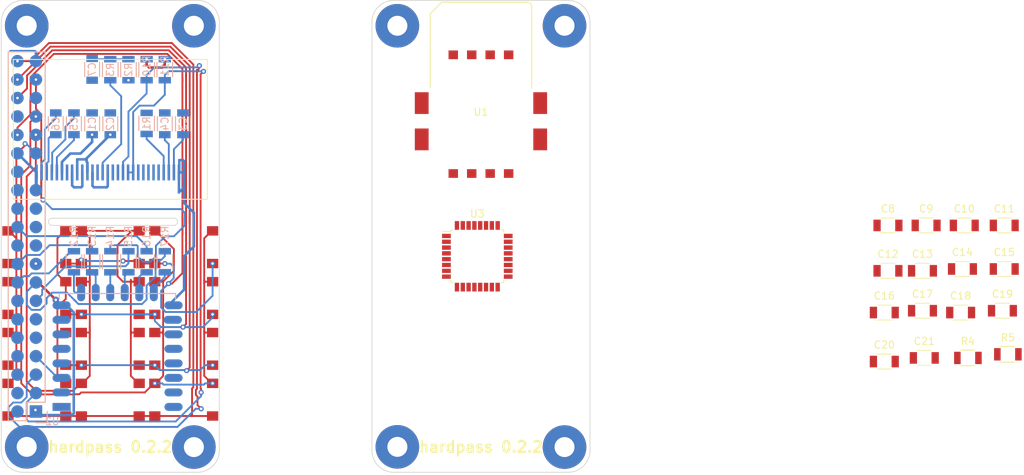
<source format=kicad_pcb>
(kicad_pcb (version 4) (host pcbnew 4.0.5-e0-6337~49~ubuntu16.04.1)

  (general
    (links 152)
    (no_connects 57)
    (area -0.050001 -0.050001 81.050001 65.050001)
    (thickness 1.6)
    (drawings 24)
    (tracks 555)
    (zones 0)
    (modules 59)
    (nets 96)
  )

  (page A4)
  (layers
    (0 F.Cu signal)
    (31 B.Cu signal)
    (32 B.Adhes user)
    (33 F.Adhes user)
    (34 B.Paste user)
    (35 F.Paste user)
    (36 B.SilkS user)
    (37 F.SilkS user)
    (38 B.Mask user)
    (39 F.Mask user)
    (40 Dwgs.User user)
    (41 Cmts.User user)
    (42 Eco1.User user)
    (43 Eco2.User user)
    (44 Edge.Cuts user)
    (45 Margin user)
    (46 B.CrtYd user)
    (47 F.CrtYd user)
    (48 B.Fab user)
    (49 F.Fab user)
  )

  (setup
    (last_trace_width 0.25)
    (trace_clearance 0.25)
    (zone_clearance 0.508)
    (zone_45_only no)
    (trace_min 0.2)
    (segment_width 0.2)
    (edge_width 0.1)
    (via_size 0.7)
    (via_drill 0.35)
    (via_min_size 0.7)
    (via_min_drill 0.3)
    (uvia_size 0.3)
    (uvia_drill 0.1)
    (uvias_allowed no)
    (uvia_min_size 0)
    (uvia_min_drill 0)
    (pcb_text_width 0.3)
    (pcb_text_size 1.5 1.5)
    (mod_edge_width 0.15)
    (mod_text_size 1 1)
    (mod_text_width 0.15)
    (pad_size 1.7272 1.7272)
    (pad_drill 0)
    (pad_to_mask_clearance 0)
    (aux_axis_origin 0 0)
    (visible_elements FFFFEF7F)
    (pcbplotparams
      (layerselection 0x00030_80000001)
      (usegerberextensions false)
      (excludeedgelayer true)
      (linewidth 0.100000)
      (plotframeref false)
      (viasonmask false)
      (mode 1)
      (useauxorigin false)
      (hpglpennumber 1)
      (hpglpenspeed 20)
      (hpglpendiameter 15)
      (hpglpenoverlay 2)
      (psnegative false)
      (psa4output false)
      (plotreference true)
      (plotvalue true)
      (plotinvisibletext false)
      (padsonsilk false)
      (subtractmaskfromsilk false)
      (outputformat 1)
      (mirror false)
      (drillshape 1)
      (scaleselection 1)
      (outputdirectory ""))
  )

  (net 0 "")
  (net 1 GND)
  (net 2 +3V3)
  (net 3 "Net-(C3-Pad1)")
  (net 4 "Net-(C4-Pad1)")
  (net 5 "Net-(C5-Pad1)")
  (net 6 "Net-(C5-Pad2)")
  (net 7 "Net-(C6-Pad1)")
  (net 8 "Net-(C6-Pad2)")
  (net 9 "Net-(C7-Pad1)")
  (net 10 "Net-(P1-Pad2)")
  (net 11 OLED_SDA)
  (net 12 "Net-(P1-Pad4)")
  (net 13 OLED_SCL)
  (net 14 ESP_CHPD)
  (net 15 UART_TX)
  (net 16 UART_RX)
  (net 17 SHUTDOWN)
  (net 18 "Net-(P1-Pad12)")
  (net 19 SD_D3)
  (net 20 ESP_CLK)
  (net 21 SD_CMD)
  (net 22 SD_D0)
  (net 23 "Net-(P1-Pad19)")
  (net 24 "Net-(P1-Pad21)")
  (net 25 SD_D1)
  (net 26 "Net-(P1-Pad23)")
  (net 27 "Net-(P1-Pad24)")
  (net 28 "Net-(P1-Pad26)")
  (net 29 "Net-(P1-Pad28)")
  (net 30 COL_1)
  (net 31 COL_2)
  (net 32 ROW_1)
  (net 33 COL_3)
  (net 34 "Net-(P1-Pad35)")
  (net 35 ROW_2)
  (net 36 SD_D2)
  (net 37 ROW_3)
  (net 38 ROW_4)
  (net 39 "Net-(P2-Pad26)")
  (net 40 "Net-(P2-Pad14)")
  (net 41 "Net-(R12-Pad1)")
  (net 42 "Net-(R13-Pad1)")
  (net 43 "Net-(R14-Pad1)")
  (net 44 "Net-(R15-Pad1)")
  (net 45 "Net-(R16-Pad1)")
  (net 46 "Net-(R17-Pad1)")
  (net 47 "Net-(U2-Pad1)")
  (net 48 "Net-(U2-Pad2)")
  (net 49 "Net-(U2-Pad4)")
  (net 50 "Net-(U2-Pad5)")
  (net 51 "Net-(U2-Pad6)")
  (net 52 "Net-(U2-Pad7)")
  (net 53 "Net-(U2-Pad16)")
  (net 54 "Net-(U2-Pad17)")
  (net 55 "Net-(U2-Pad18)")
  (net 56 "Net-(U2-Pad19)")
  (net 57 "Net-(U2-Pad20)")
  (net 58 "Net-(U2-Pad21)")
  (net 59 "Net-(U2-Pad22)")
  (net 60 "Net-(P2-Pad7)")
  (net 61 "Net-(P2-Pad13)")
  (net 62 "Net-(P2-Pad16)")
  (net 63 "Net-(P2-Pad17)")
  (net 64 "Net-(P2-Pad21)")
  (net 65 "Net-(P2-Pad22)")
  (net 66 "Net-(P2-Pad23)")
  (net 67 "Net-(P2-Pad24)")
  (net 68 "Net-(P2-Pad25)")
  (net 69 "Net-(C14-Pad2)")
  (net 70 "Net-(C9-Pad1)")
  (net 71 "Net-(C10-Pad2)")
  (net 72 +5V)
  (net 73 "Net-(C13-Pad1)")
  (net 74 "Net-(C15-Pad2)")
  (net 75 "Net-(C16-Pad1)")
  (net 76 "Net-(C17-Pad2)")
  (net 77 "Net-(C20-Pad1)")
  (net 78 "Net-(C20-Pad2)")
  (net 79 "Net-(C21-Pad1)")
  (net 80 "Net-(C21-Pad2)")
  (net 81 "Net-(R4-Pad1)")
  (net 82 "Net-(R5-Pad1)")
  (net 83 "Net-(R5-Pad2)")
  (net 84 "Net-(U1-Pad4)")
  (net 85 "Net-(U1-Pad8)")
  (net 86 "Net-(U3-Pad2)")
  (net 87 "Net-(U1-Pad9)")
  (net 88 "Net-(U3-Pad22)")
  (net 89 "Net-(U3-Pad23)")
  (net 90 "Net-(U3-Pad24)")
  (net 91 "Net-(SW14-Pad2)")
  (net 92 "Net-(U3-Pad29)")
  (net 93 "Net-(U3-Pad30)")
  (net 94 CARD_TX)
  (net 95 CARD_RX)

  (net_class Default "This is the default net class."
    (clearance 0.25)
    (trace_width 0.25)
    (via_dia 0.7)
    (via_drill 0.35)
    (uvia_dia 0.3)
    (uvia_drill 0.1)
    (add_net +5V)
    (add_net CARD_RX)
    (add_net CARD_TX)
    (add_net COL_1)
    (add_net COL_2)
    (add_net COL_3)
    (add_net ESP_CHPD)
    (add_net ESP_CLK)
    (add_net "Net-(C10-Pad2)")
    (add_net "Net-(C13-Pad1)")
    (add_net "Net-(C14-Pad2)")
    (add_net "Net-(C15-Pad2)")
    (add_net "Net-(C16-Pad1)")
    (add_net "Net-(C17-Pad2)")
    (add_net "Net-(C20-Pad1)")
    (add_net "Net-(C20-Pad2)")
    (add_net "Net-(C21-Pad1)")
    (add_net "Net-(C21-Pad2)")
    (add_net "Net-(C3-Pad1)")
    (add_net "Net-(C4-Pad1)")
    (add_net "Net-(C5-Pad1)")
    (add_net "Net-(C5-Pad2)")
    (add_net "Net-(C6-Pad1)")
    (add_net "Net-(C6-Pad2)")
    (add_net "Net-(C7-Pad1)")
    (add_net "Net-(C9-Pad1)")
    (add_net "Net-(P1-Pad12)")
    (add_net "Net-(P1-Pad19)")
    (add_net "Net-(P1-Pad2)")
    (add_net "Net-(P1-Pad21)")
    (add_net "Net-(P1-Pad23)")
    (add_net "Net-(P1-Pad24)")
    (add_net "Net-(P1-Pad26)")
    (add_net "Net-(P1-Pad28)")
    (add_net "Net-(P1-Pad35)")
    (add_net "Net-(P1-Pad4)")
    (add_net "Net-(P2-Pad13)")
    (add_net "Net-(P2-Pad14)")
    (add_net "Net-(P2-Pad16)")
    (add_net "Net-(P2-Pad17)")
    (add_net "Net-(P2-Pad21)")
    (add_net "Net-(P2-Pad22)")
    (add_net "Net-(P2-Pad23)")
    (add_net "Net-(P2-Pad24)")
    (add_net "Net-(P2-Pad25)")
    (add_net "Net-(P2-Pad26)")
    (add_net "Net-(P2-Pad7)")
    (add_net "Net-(R12-Pad1)")
    (add_net "Net-(R13-Pad1)")
    (add_net "Net-(R14-Pad1)")
    (add_net "Net-(R15-Pad1)")
    (add_net "Net-(R16-Pad1)")
    (add_net "Net-(R17-Pad1)")
    (add_net "Net-(R4-Pad1)")
    (add_net "Net-(R5-Pad1)")
    (add_net "Net-(R5-Pad2)")
    (add_net "Net-(SW14-Pad2)")
    (add_net "Net-(U1-Pad4)")
    (add_net "Net-(U1-Pad8)")
    (add_net "Net-(U1-Pad9)")
    (add_net "Net-(U2-Pad1)")
    (add_net "Net-(U2-Pad16)")
    (add_net "Net-(U2-Pad17)")
    (add_net "Net-(U2-Pad18)")
    (add_net "Net-(U2-Pad19)")
    (add_net "Net-(U2-Pad2)")
    (add_net "Net-(U2-Pad20)")
    (add_net "Net-(U2-Pad21)")
    (add_net "Net-(U2-Pad22)")
    (add_net "Net-(U2-Pad4)")
    (add_net "Net-(U2-Pad5)")
    (add_net "Net-(U2-Pad6)")
    (add_net "Net-(U2-Pad7)")
    (add_net "Net-(U3-Pad2)")
    (add_net "Net-(U3-Pad22)")
    (add_net "Net-(U3-Pad23)")
    (add_net "Net-(U3-Pad24)")
    (add_net "Net-(U3-Pad29)")
    (add_net "Net-(U3-Pad30)")
    (add_net OLED_SCL)
    (add_net OLED_SDA)
    (add_net ROW_1)
    (add_net ROW_2)
    (add_net ROW_3)
    (add_net ROW_4)
    (add_net SD_CMD)
    (add_net SD_D0)
    (add_net SD_D1)
    (add_net SD_D2)
    (add_net SD_D3)
    (add_net SHUTDOWN)
    (add_net UART_RX)
    (add_net UART_TX)
  )

  (net_class Power ""
    (clearance 0.25)
    (trace_width 0.35)
    (via_dia 0.9)
    (via_drill 0.35)
    (uvia_dia 0.3)
    (uvia_drill 0.1)
    (add_net +3V3)
    (add_net GND)
  )

  (module hardpass:1pin_nosilk (layer F.Cu) (tedit 58702E64) (tstamp 5880E381)
    (at 77.5 61.53)
    (descr "module 1 pin (ou trou mecanique de percage)")
    (tags DEV)
    (fp_text reference REF** (at 0 -3.048) (layer F.SilkS) hide
      (effects (font (size 1 1) (thickness 0.15)))
    )
    (fp_text value 1pin (at 0 3) (layer F.Fab)
      (effects (font (size 1 1) (thickness 0.15)))
    )
    (fp_circle (center 0 0) (end 2 0.8) (layer F.Fab) (width 0.1))
    (fp_circle (center 0 0) (end 2.6 0) (layer F.CrtYd) (width 0.05))
    (pad "" np_thru_hole circle (at 0 0) (size 6 6) (drill 2.75) (layers *.Cu *.Mask))
  )

  (module hardpass:1pin_nosilk (layer F.Cu) (tedit 58702E64) (tstamp 5880E365)
    (at 77.5 3.5)
    (descr "module 1 pin (ou trou mecanique de percage)")
    (tags DEV)
    (fp_text reference REF** (at 0 -3.048) (layer F.SilkS) hide
      (effects (font (size 1 1) (thickness 0.15)))
    )
    (fp_text value 1pin (at 0 3) (layer F.Fab)
      (effects (font (size 1 1) (thickness 0.15)))
    )
    (fp_circle (center 0 0) (end 2 0.8) (layer F.Fab) (width 0.1))
    (fp_circle (center 0 0) (end 2.6 0) (layer F.CrtYd) (width 0.05))
    (pad "" np_thru_hole circle (at 0 0) (size 6 6) (drill 2.75) (layers *.Cu *.Mask))
  )

  (module hardpass:1pin_nosilk (layer F.Cu) (tedit 58702E64) (tstamp 5880E354)
    (at 54.5 3.5)
    (descr "module 1 pin (ou trou mecanique de percage)")
    (tags DEV)
    (fp_text reference REF** (at 0 -3.048) (layer F.SilkS) hide
      (effects (font (size 1 1) (thickness 0.15)))
    )
    (fp_text value 1pin (at 0 3) (layer F.Fab)
      (effects (font (size 1 1) (thickness 0.15)))
    )
    (fp_circle (center 0 0) (end 2 0.8) (layer F.Fab) (width 0.1))
    (fp_circle (center 0 0) (end 2.6 0) (layer F.CrtYd) (width 0.05))
    (pad "" np_thru_hole circle (at 0 0) (size 6 6) (drill 2.75) (layers *.Cu *.Mask))
  )

  (module hardpass:1pin_nosilk (layer F.Cu) (tedit 58702E64) (tstamp 5880E31F)
    (at 54.5 61.5)
    (descr "module 1 pin (ou trou mecanique de percage)")
    (tags DEV)
    (fp_text reference REF** (at 0 -3.048) (layer F.SilkS) hide
      (effects (font (size 1 1) (thickness 0.15)))
    )
    (fp_text value 1pin (at 0 3) (layer F.Fab)
      (effects (font (size 1 1) (thickness 0.15)))
    )
    (fp_circle (center 0 0) (end 2 0.8) (layer F.Fab) (width 0.1))
    (fp_circle (center 0 0) (end 2.6 0) (layer F.CrtYd) (width 0.05))
    (pad "" np_thru_hole circle (at 0 0) (size 6 6) (drill 2.75) (layers *.Cu *.Mask))
  )

  (module hardpass:1pin_nosilk (layer F.Cu) (tedit 58702E64) (tstamp 5870F56A)
    (at 26.5 61.53)
    (descr "module 1 pin (ou trou mecanique de percage)")
    (tags DEV)
    (fp_text reference REF** (at 0 -3.048) (layer F.SilkS) hide
      (effects (font (size 1 1) (thickness 0.15)))
    )
    (fp_text value 1pin (at 0 3) (layer F.Fab)
      (effects (font (size 1 1) (thickness 0.15)))
    )
    (fp_circle (center 0 0) (end 2 0.8) (layer F.Fab) (width 0.1))
    (fp_circle (center 0 0) (end 2.6 0) (layer F.CrtYd) (width 0.05))
    (pad "" np_thru_hole circle (at 0 0) (size 6 6) (drill 2.75) (layers *.Cu *.Mask))
  )

  (module hardpass:1pin_nosilk (layer F.Cu) (tedit 58702E64) (tstamp 5870F553)
    (at 3.5 61.5)
    (descr "module 1 pin (ou trou mecanique de percage)")
    (tags DEV)
    (fp_text reference REF** (at 0 -3.048) (layer F.SilkS) hide
      (effects (font (size 1 1) (thickness 0.15)))
    )
    (fp_text value 1pin (at 0 3) (layer F.Fab)
      (effects (font (size 1 1) (thickness 0.15)))
    )
    (fp_circle (center 0 0) (end 2 0.8) (layer F.Fab) (width 0.1))
    (fp_circle (center 0 0) (end 2.6 0) (layer F.CrtYd) (width 0.05))
    (pad "" np_thru_hole circle (at 0 0) (size 6 6) (drill 2.75) (layers *.Cu *.Mask))
  )

  (module hardpass:1pin_nosilk (layer F.Cu) (tedit 58702E64) (tstamp 5870F537)
    (at 26.5 3.5)
    (descr "module 1 pin (ou trou mecanique de percage)")
    (tags DEV)
    (fp_text reference REF** (at 0 -3.048) (layer F.SilkS) hide
      (effects (font (size 1 1) (thickness 0.15)))
    )
    (fp_text value 1pin (at 0 3) (layer F.Fab)
      (effects (font (size 1 1) (thickness 0.15)))
    )
    (fp_circle (center 0 0) (end 2 0.8) (layer F.Fab) (width 0.1))
    (fp_circle (center 0 0) (end 2.6 0) (layer F.CrtYd) (width 0.05))
    (pad "" np_thru_hole circle (at 0 0) (size 6 6) (drill 2.75) (layers *.Cu *.Mask))
  )

  (module adafruit-oled:UG-2864HSWEG01_0.96IN_WRAPAROUND (layer F.Cu) (tedit 58703A4A) (tstamp 58721E96)
    (at 15 22.5)
    (path /58700E5C)
    (fp_text reference P2 (at -13.09 -15.69) (layer F.SilkS) hide
      (effects (font (size 0.77216 0.77216) (thickness 0.065024)) (justify left bottom))
    )
    (fp_text value OLED_I2C (at -13.09 9.1) (layer F.SilkS) hide
      (effects (font (size 0.77216 0.77216) (thickness 0.065024)) (justify left bottom))
    )
    (fp_line (start -13.353 -14.36) (end 13.35 -14.36) (layer F.SilkS) (width 0.127))
    (fp_line (start 13.35 -14.36) (end 13.35 4.9) (layer F.SilkS) (width 0.127))
    (fp_line (start 13.35 4.9) (end -13.35 4.9) (layer F.SilkS) (width 0.127))
    (fp_line (start -13.35 4.9) (end -13.353 -14.36) (layer F.SilkS) (width 0.127))
    (fp_line (start -10.872 -12.26) (end 10.872 -12.26) (layer Dwgs.User) (width 0.127))
    (fp_line (start 10.872 -12.26) (end 10.872 -1.396) (layer Dwgs.User) (width 0.127))
    (fp_line (start 10.872 -1.396) (end -10.872 -1.396) (layer Dwgs.User) (width 0.127))
    (fp_line (start -10.872 -1.396) (end -10.872 -12.26) (layer Dwgs.User) (width 0.127))
    (fp_text user 1 (at -9.95 -0.512 90) (layer Dwgs.User)
      (effects (font (size 0.77216 0.77216) (thickness 0.065024)))
    )
    (fp_text user 10 (at -3.65 -0.412 90) (layer Dwgs.User)
      (effects (font (size 0.77216 0.77216) (thickness 0.065024)))
    )
    (fp_text user 20 (at 3.3 -0.412 90) (layer Dwgs.User)
      (effects (font (size 0.77216 0.77216) (thickness 0.065024)))
    )
    (fp_text user 30 (at 10.45 -0.412 90) (layer Dwgs.User)
      (effects (font (size 0.77216 0.77216) (thickness 0.065024)))
    )
    (fp_text user "PCB EDGE (1.6mm)" (at -5.2 7) (layer Dwgs.User)
      (effects (font (size 0.77216 0.77216) (thickness 0.065024)))
    )
    (fp_line (start 13.35 7.5) (end -13.35 7.5) (layer Dwgs.User) (width 0.127))
    (pad 1 smd rect (at -10.15 1.2 90) (size 2.2 0.35) (layers B.Cu B.Paste B.Mask)
      (net 1 GND))
    (pad 2 smd rect (at -9.45 1.2 90) (size 2.2 0.35) (layers B.Cu B.Paste B.Mask)
      (net 7 "Net-(C6-Pad1)"))
    (pad 3 smd rect (at -8.75 1.2 90) (size 2.2 0.35) (layers B.Cu B.Paste B.Mask)
      (net 8 "Net-(C6-Pad2)"))
    (pad 4 smd rect (at -8.05 1.2 90) (size 2.2 0.35) (layers B.Cu B.Paste B.Mask)
      (net 5 "Net-(C5-Pad1)"))
    (pad 5 smd rect (at -7.35 1.2 90) (size 2.2 0.35) (layers B.Cu B.Paste B.Mask)
      (net 6 "Net-(C5-Pad2)"))
    (pad 6 smd rect (at -6.65 1.2 90) (size 2.2 0.35) (layers B.Cu B.Paste B.Mask)
      (net 2 +3V3))
    (pad 7 smd rect (at -5.95 1.2 90) (size 2.2 0.35) (layers B.Cu B.Paste B.Mask)
      (net 60 "Net-(P2-Pad7)"))
    (pad 8 smd rect (at -5.25 1.2 90) (size 2.2 0.35) (layers B.Cu B.Paste B.Mask)
      (net 1 GND))
    (pad 9 smd rect (at -4.55 1.2 90) (size 2.2 0.35) (layers B.Cu B.Paste B.Mask)
      (net 2 +3V3))
    (pad 10 smd rect (at -3.85 1.2 90) (size 2.2 0.35) (layers B.Cu B.Paste B.Mask)
      (net 1 GND))
    (pad 11 smd rect (at -3.15 1.2 90) (size 2.2 0.35) (layers B.Cu B.Paste B.Mask)
      (net 2 +3V3))
    (pad 12 smd rect (at -2.45 1.2 90) (size 2.2 0.35) (layers B.Cu B.Paste B.Mask)
      (net 1 GND))
    (pad 13 smd rect (at -1.75 1.2 90) (size 2.2 0.35) (layers B.Cu B.Paste B.Mask)
      (net 61 "Net-(P2-Pad13)"))
    (pad 14 smd rect (at -1.05 1.2 90) (size 2.2 0.35) (layers B.Cu B.Paste B.Mask)
      (net 40 "Net-(P2-Pad14)"))
    (pad 15 smd rect (at -0.35 1.2 90) (size 2.2 0.35) (layers B.Cu B.Paste B.Mask)
      (net 1 GND))
    (pad 16 smd rect (at 0.35 1.2 90) (size 2.2 0.35) (layers B.Cu B.Paste B.Mask)
      (net 62 "Net-(P2-Pad16)"))
    (pad 17 smd rect (at 1.05 1.2 90) (size 2.2 0.35) (layers B.Cu B.Paste B.Mask)
      (net 63 "Net-(P2-Pad17)"))
    (pad 18 smd rect (at 1.75 1.2 90) (size 2.2 0.35) (layers B.Cu B.Paste B.Mask)
      (net 13 OLED_SCL))
    (pad 19 smd rect (at 2.45 1.2 90) (size 2.2 0.35) (layers B.Cu B.Paste B.Mask)
      (net 11 OLED_SDA))
    (pad 20 smd rect (at 3.15 1.2 90) (size 2.2 0.35) (layers B.Cu B.Paste B.Mask)
      (net 11 OLED_SDA))
    (pad 21 smd rect (at 3.85 1.2 90) (size 2.2 0.35) (layers B.Cu B.Paste B.Mask)
      (net 64 "Net-(P2-Pad21)"))
    (pad 22 smd rect (at 4.55 1.2 90) (size 2.2 0.35) (layers B.Cu B.Paste B.Mask)
      (net 65 "Net-(P2-Pad22)"))
    (pad 23 smd rect (at 5.25 1.2 90) (size 2.2 0.35) (layers B.Cu B.Paste B.Mask)
      (net 66 "Net-(P2-Pad23)"))
    (pad 24 smd rect (at 5.95 1.2 90) (size 2.2 0.35) (layers B.Cu B.Paste B.Mask)
      (net 67 "Net-(P2-Pad24)"))
    (pad 25 smd rect (at 6.65 1.2 90) (size 2.2 0.35) (layers B.Cu B.Paste B.Mask)
      (net 68 "Net-(P2-Pad25)"))
    (pad 26 smd rect (at 7.35 1.2 90) (size 2.2 0.35) (layers B.Cu B.Paste B.Mask)
      (net 39 "Net-(P2-Pad26)"))
    (pad 27 smd rect (at 8.05 1.2 90) (size 2.2 0.35) (layers B.Cu B.Paste B.Mask)
      (net 4 "Net-(C4-Pad1)"))
    (pad 28 smd rect (at 8.75 1.2 90) (size 2.2 0.35) (layers B.Cu B.Paste B.Mask)
      (net 3 "Net-(C3-Pad1)"))
    (pad 29 smd rect (at 9.45 1.2 90) (size 2.2 0.35) (layers B.Cu B.Paste B.Mask)
      (net 1 GND))
    (pad 30 smd rect (at 10.15 1.2 90) (size 2.2 0.35) (layers B.Cu B.Paste B.Mask)
      (net 1 GND))
  )

  (module hardpass:1pin_nosilk (layer F.Cu) (tedit 58702E64) (tstamp 58701E11)
    (at 3.5 3.5)
    (descr "module 1 pin (ou trou mecanique de percage)")
    (tags DEV)
    (fp_text reference REF** (at 0 -3.048) (layer F.SilkS) hide
      (effects (font (size 1 1) (thickness 0.15)))
    )
    (fp_text value 1pin (at 0 3) (layer F.Fab)
      (effects (font (size 1 1) (thickness 0.15)))
    )
    (fp_circle (center 0 0) (end 2 0.8) (layer F.Fab) (width 0.1))
    (fp_circle (center 0 0) (end 2.6 0) (layer F.CrtYd) (width 0.05))
    (pad "" np_thru_hole circle (at 0 0) (size 6 6) (drill 2.75) (layers *.Cu *.Mask))
  )

  (module Capacitors_SMD:C_1206 (layer B.Cu) (tedit 5415D7BD) (tstamp 58702475)
    (at 12.5 17 270)
    (descr "Capacitor SMD 1206, reflow soldering, AVX (see smccp.pdf)")
    (tags "capacitor 1206")
    (path /58702958)
    (attr smd)
    (fp_text reference C1 (at 0 0 270) (layer B.SilkS)
      (effects (font (size 1 1) (thickness 0.15)) (justify mirror))
    )
    (fp_text value 1µF (at 0 -2.3 270) (layer B.Fab)
      (effects (font (size 1 1) (thickness 0.15)) (justify mirror))
    )
    (fp_line (start -1.6 -0.8) (end -1.6 0.8) (layer B.Fab) (width 0.15))
    (fp_line (start 1.6 -0.8) (end -1.6 -0.8) (layer B.Fab) (width 0.15))
    (fp_line (start 1.6 0.8) (end 1.6 -0.8) (layer B.Fab) (width 0.15))
    (fp_line (start -1.6 0.8) (end 1.6 0.8) (layer B.Fab) (width 0.15))
    (fp_line (start -2.3 1.15) (end 2.3 1.15) (layer B.CrtYd) (width 0.05))
    (fp_line (start -2.3 -1.15) (end 2.3 -1.15) (layer B.CrtYd) (width 0.05))
    (fp_line (start -2.3 1.15) (end -2.3 -1.15) (layer B.CrtYd) (width 0.05))
    (fp_line (start 2.3 1.15) (end 2.3 -1.15) (layer B.CrtYd) (width 0.05))
    (fp_line (start 1 1.025) (end -1 1.025) (layer B.SilkS) (width 0.15))
    (fp_line (start -1 -1.025) (end 1 -1.025) (layer B.SilkS) (width 0.15))
    (pad 1 smd rect (at -1.5 0 270) (size 1 1.6) (layers B.Cu B.Paste B.Mask)
      (net 1 GND))
    (pad 2 smd rect (at 1.5 0 270) (size 1 1.6) (layers B.Cu B.Paste B.Mask)
      (net 2 +3V3))
    (model Capacitors_SMD.3dshapes/C_1206.wrl
      (at (xyz 0 0 0))
      (scale (xyz 1 1 1))
      (rotate (xyz 0 0 0))
    )
  )

  (module Capacitors_SMD:C_1206 (layer B.Cu) (tedit 5415D7BD) (tstamp 58702485)
    (at 15 17 270)
    (descr "Capacitor SMD 1206, reflow soldering, AVX (see smccp.pdf)")
    (tags "capacitor 1206")
    (path /576ABF65)
    (attr smd)
    (fp_text reference C2 (at 0 0 270) (layer B.SilkS)
      (effects (font (size 1 1) (thickness 0.15)) (justify mirror))
    )
    (fp_text value 1µF (at 0 -2.3 270) (layer B.Fab)
      (effects (font (size 1 1) (thickness 0.15)) (justify mirror))
    )
    (fp_line (start -1.6 -0.8) (end -1.6 0.8) (layer B.Fab) (width 0.15))
    (fp_line (start 1.6 -0.8) (end -1.6 -0.8) (layer B.Fab) (width 0.15))
    (fp_line (start 1.6 0.8) (end 1.6 -0.8) (layer B.Fab) (width 0.15))
    (fp_line (start -1.6 0.8) (end 1.6 0.8) (layer B.Fab) (width 0.15))
    (fp_line (start -2.3 1.15) (end 2.3 1.15) (layer B.CrtYd) (width 0.05))
    (fp_line (start -2.3 -1.15) (end 2.3 -1.15) (layer B.CrtYd) (width 0.05))
    (fp_line (start -2.3 1.15) (end -2.3 -1.15) (layer B.CrtYd) (width 0.05))
    (fp_line (start 2.3 1.15) (end 2.3 -1.15) (layer B.CrtYd) (width 0.05))
    (fp_line (start 1 1.025) (end -1 1.025) (layer B.SilkS) (width 0.15))
    (fp_line (start -1 -1.025) (end 1 -1.025) (layer B.SilkS) (width 0.15))
    (pad 1 smd rect (at -1.5 0 270) (size 1 1.6) (layers B.Cu B.Paste B.Mask)
      (net 1 GND))
    (pad 2 smd rect (at 1.5 0 270) (size 1 1.6) (layers B.Cu B.Paste B.Mask)
      (net 2 +3V3))
    (model Capacitors_SMD.3dshapes/C_1206.wrl
      (at (xyz 0 0 0))
      (scale (xyz 1 1 1))
      (rotate (xyz 0 0 0))
    )
  )

  (module Capacitors_SMD:C_1206 (layer B.Cu) (tedit 5415D7BD) (tstamp 58702495)
    (at 25 17 90)
    (descr "Capacitor SMD 1206, reflow soldering, AVX (see smccp.pdf)")
    (tags "capacitor 1206")
    (path /576AC79A)
    (attr smd)
    (fp_text reference C3 (at 0 0 90) (layer B.SilkS)
      (effects (font (size 1 1) (thickness 0.15)) (justify mirror))
    )
    (fp_text value 2.2µF (at 0 -2.3 90) (layer B.Fab)
      (effects (font (size 1 1) (thickness 0.15)) (justify mirror))
    )
    (fp_line (start -1.6 -0.8) (end -1.6 0.8) (layer B.Fab) (width 0.15))
    (fp_line (start 1.6 -0.8) (end -1.6 -0.8) (layer B.Fab) (width 0.15))
    (fp_line (start 1.6 0.8) (end 1.6 -0.8) (layer B.Fab) (width 0.15))
    (fp_line (start -1.6 0.8) (end 1.6 0.8) (layer B.Fab) (width 0.15))
    (fp_line (start -2.3 1.15) (end 2.3 1.15) (layer B.CrtYd) (width 0.05))
    (fp_line (start -2.3 -1.15) (end 2.3 -1.15) (layer B.CrtYd) (width 0.05))
    (fp_line (start -2.3 1.15) (end -2.3 -1.15) (layer B.CrtYd) (width 0.05))
    (fp_line (start 2.3 1.15) (end 2.3 -1.15) (layer B.CrtYd) (width 0.05))
    (fp_line (start 1 1.025) (end -1 1.025) (layer B.SilkS) (width 0.15))
    (fp_line (start -1 -1.025) (end 1 -1.025) (layer B.SilkS) (width 0.15))
    (pad 1 smd rect (at -1.5 0 90) (size 1 1.6) (layers B.Cu B.Paste B.Mask)
      (net 3 "Net-(C3-Pad1)"))
    (pad 2 smd rect (at 1.5 0 90) (size 1 1.6) (layers B.Cu B.Paste B.Mask)
      (net 1 GND))
    (model Capacitors_SMD.3dshapes/C_1206.wrl
      (at (xyz 0 0 0))
      (scale (xyz 1 1 1))
      (rotate (xyz 0 0 0))
    )
  )

  (module Capacitors_SMD:C_1206 (layer B.Cu) (tedit 5415D7BD) (tstamp 587024A5)
    (at 22.5 17 90)
    (descr "Capacitor SMD 1206, reflow soldering, AVX (see smccp.pdf)")
    (tags "capacitor 1206")
    (path /576ACF95)
    (attr smd)
    (fp_text reference C4 (at 0 0 90) (layer B.SilkS)
      (effects (font (size 1 1) (thickness 0.15)) (justify mirror))
    )
    (fp_text value 4.7µF (at 0 -2.3 90) (layer B.Fab)
      (effects (font (size 1 1) (thickness 0.15)) (justify mirror))
    )
    (fp_line (start -1.6 -0.8) (end -1.6 0.8) (layer B.Fab) (width 0.15))
    (fp_line (start 1.6 -0.8) (end -1.6 -0.8) (layer B.Fab) (width 0.15))
    (fp_line (start 1.6 0.8) (end 1.6 -0.8) (layer B.Fab) (width 0.15))
    (fp_line (start -1.6 0.8) (end 1.6 0.8) (layer B.Fab) (width 0.15))
    (fp_line (start -2.3 1.15) (end 2.3 1.15) (layer B.CrtYd) (width 0.05))
    (fp_line (start -2.3 -1.15) (end 2.3 -1.15) (layer B.CrtYd) (width 0.05))
    (fp_line (start -2.3 1.15) (end -2.3 -1.15) (layer B.CrtYd) (width 0.05))
    (fp_line (start 2.3 1.15) (end 2.3 -1.15) (layer B.CrtYd) (width 0.05))
    (fp_line (start 1 1.025) (end -1 1.025) (layer B.SilkS) (width 0.15))
    (fp_line (start -1 -1.025) (end 1 -1.025) (layer B.SilkS) (width 0.15))
    (pad 1 smd rect (at -1.5 0 90) (size 1 1.6) (layers B.Cu B.Paste B.Mask)
      (net 4 "Net-(C4-Pad1)"))
    (pad 2 smd rect (at 1.5 0 90) (size 1 1.6) (layers B.Cu B.Paste B.Mask)
      (net 1 GND))
    (model Capacitors_SMD.3dshapes/C_1206.wrl
      (at (xyz 0 0 0))
      (scale (xyz 1 1 1))
      (rotate (xyz 0 0 0))
    )
  )

  (module Capacitors_SMD:C_1206 (layer B.Cu) (tedit 5415D7BD) (tstamp 587024B5)
    (at 10 17 270)
    (descr "Capacitor SMD 1206, reflow soldering, AVX (see smccp.pdf)")
    (tags "capacitor 1206")
    (path /576AB9B6)
    (attr smd)
    (fp_text reference C5 (at 0 0 270) (layer B.SilkS)
      (effects (font (size 1 1) (thickness 0.15)) (justify mirror))
    )
    (fp_text value 1µF (at 0 -2.3 270) (layer B.Fab)
      (effects (font (size 1 1) (thickness 0.15)) (justify mirror))
    )
    (fp_line (start -1.6 -0.8) (end -1.6 0.8) (layer B.Fab) (width 0.15))
    (fp_line (start 1.6 -0.8) (end -1.6 -0.8) (layer B.Fab) (width 0.15))
    (fp_line (start 1.6 0.8) (end 1.6 -0.8) (layer B.Fab) (width 0.15))
    (fp_line (start -1.6 0.8) (end 1.6 0.8) (layer B.Fab) (width 0.15))
    (fp_line (start -2.3 1.15) (end 2.3 1.15) (layer B.CrtYd) (width 0.05))
    (fp_line (start -2.3 -1.15) (end 2.3 -1.15) (layer B.CrtYd) (width 0.05))
    (fp_line (start -2.3 1.15) (end -2.3 -1.15) (layer B.CrtYd) (width 0.05))
    (fp_line (start 2.3 1.15) (end 2.3 -1.15) (layer B.CrtYd) (width 0.05))
    (fp_line (start 1 1.025) (end -1 1.025) (layer B.SilkS) (width 0.15))
    (fp_line (start -1 -1.025) (end 1 -1.025) (layer B.SilkS) (width 0.15))
    (pad 1 smd rect (at -1.5 0 270) (size 1 1.6) (layers B.Cu B.Paste B.Mask)
      (net 5 "Net-(C5-Pad1)"))
    (pad 2 smd rect (at 1.5 0 270) (size 1 1.6) (layers B.Cu B.Paste B.Mask)
      (net 6 "Net-(C5-Pad2)"))
    (model Capacitors_SMD.3dshapes/C_1206.wrl
      (at (xyz 0 0 0))
      (scale (xyz 1 1 1))
      (rotate (xyz 0 0 0))
    )
  )

  (module Capacitors_SMD:C_1206 (layer B.Cu) (tedit 5415D7BD) (tstamp 587024C5)
    (at 7.5 17 270)
    (descr "Capacitor SMD 1206, reflow soldering, AVX (see smccp.pdf)")
    (tags "capacitor 1206")
    (path /576AB858)
    (attr smd)
    (fp_text reference C6 (at 0 0 270) (layer B.SilkS)
      (effects (font (size 1 1) (thickness 0.15)) (justify mirror))
    )
    (fp_text value 1µF (at 0 -2.3 270) (layer B.Fab)
      (effects (font (size 1 1) (thickness 0.15)) (justify mirror))
    )
    (fp_line (start -1.6 -0.8) (end -1.6 0.8) (layer B.Fab) (width 0.15))
    (fp_line (start 1.6 -0.8) (end -1.6 -0.8) (layer B.Fab) (width 0.15))
    (fp_line (start 1.6 0.8) (end 1.6 -0.8) (layer B.Fab) (width 0.15))
    (fp_line (start -1.6 0.8) (end 1.6 0.8) (layer B.Fab) (width 0.15))
    (fp_line (start -2.3 1.15) (end 2.3 1.15) (layer B.CrtYd) (width 0.05))
    (fp_line (start -2.3 -1.15) (end 2.3 -1.15) (layer B.CrtYd) (width 0.05))
    (fp_line (start -2.3 1.15) (end -2.3 -1.15) (layer B.CrtYd) (width 0.05))
    (fp_line (start 2.3 1.15) (end 2.3 -1.15) (layer B.CrtYd) (width 0.05))
    (fp_line (start 1 1.025) (end -1 1.025) (layer B.SilkS) (width 0.15))
    (fp_line (start -1 -1.025) (end 1 -1.025) (layer B.SilkS) (width 0.15))
    (pad 1 smd rect (at -1.5 0 270) (size 1 1.6) (layers B.Cu B.Paste B.Mask)
      (net 7 "Net-(C6-Pad1)"))
    (pad 2 smd rect (at 1.5 0 270) (size 1 1.6) (layers B.Cu B.Paste B.Mask)
      (net 8 "Net-(C6-Pad2)"))
    (model Capacitors_SMD.3dshapes/C_1206.wrl
      (at (xyz 0 0 0))
      (scale (xyz 1 1 1))
      (rotate (xyz 0 0 0))
    )
  )

  (module Capacitors_SMD:C_1206 (layer B.Cu) (tedit 5415D7BD) (tstamp 587024D5)
    (at 12.5 9.5 270)
    (descr "Capacitor SMD 1206, reflow soldering, AVX (see smccp.pdf)")
    (tags "capacitor 1206")
    (path /58337245)
    (attr smd)
    (fp_text reference C7 (at 0 0 270) (layer B.SilkS)
      (effects (font (size 1 1) (thickness 0.15)) (justify mirror))
    )
    (fp_text value 0.1µF (at 0 -2.3 270) (layer B.Fab)
      (effects (font (size 1 1) (thickness 0.15)) (justify mirror))
    )
    (fp_line (start -1.6 -0.8) (end -1.6 0.8) (layer B.Fab) (width 0.15))
    (fp_line (start 1.6 -0.8) (end -1.6 -0.8) (layer B.Fab) (width 0.15))
    (fp_line (start 1.6 0.8) (end 1.6 -0.8) (layer B.Fab) (width 0.15))
    (fp_line (start -1.6 0.8) (end 1.6 0.8) (layer B.Fab) (width 0.15))
    (fp_line (start -2.3 1.15) (end 2.3 1.15) (layer B.CrtYd) (width 0.05))
    (fp_line (start -2.3 -1.15) (end 2.3 -1.15) (layer B.CrtYd) (width 0.05))
    (fp_line (start -2.3 1.15) (end -2.3 -1.15) (layer B.CrtYd) (width 0.05))
    (fp_line (start 2.3 1.15) (end 2.3 -1.15) (layer B.CrtYd) (width 0.05))
    (fp_line (start 1 1.025) (end -1 1.025) (layer B.SilkS) (width 0.15))
    (fp_line (start -1 -1.025) (end 1 -1.025) (layer B.SilkS) (width 0.15))
    (pad 1 smd rect (at -1.5 0 270) (size 1 1.6) (layers B.Cu B.Paste B.Mask)
      (net 9 "Net-(C7-Pad1)"))
    (pad 2 smd rect (at 1.5 0 270) (size 1 1.6) (layers B.Cu B.Paste B.Mask)
      (net 1 GND))
    (model Capacitors_SMD.3dshapes/C_1206.wrl
      (at (xyz 0 0 0))
      (scale (xyz 1 1 1))
      (rotate (xyz 0 0 0))
    )
  )

  (module Resistors_SMD:R_1206 (layer B.Cu) (tedit 58307BE8) (tstamp 5870251D)
    (at 20 16.95 90)
    (descr "Resistor SMD 1206, reflow soldering, Vishay (see dcrcw.pdf)")
    (tags "resistor 1206")
    (path /576AE193)
    (attr smd)
    (fp_text reference R1 (at 0 0 90) (layer B.SilkS)
      (effects (font (size 1 1) (thickness 0.15)) (justify mirror))
    )
    (fp_text value 390k (at 0 -2.3 90) (layer B.Fab)
      (effects (font (size 1 1) (thickness 0.15)) (justify mirror))
    )
    (fp_line (start -1.6 -0.8) (end -1.6 0.8) (layer B.Fab) (width 0.1))
    (fp_line (start 1.6 -0.8) (end -1.6 -0.8) (layer B.Fab) (width 0.1))
    (fp_line (start 1.6 0.8) (end 1.6 -0.8) (layer B.Fab) (width 0.1))
    (fp_line (start -1.6 0.8) (end 1.6 0.8) (layer B.Fab) (width 0.1))
    (fp_line (start -2.2 1.2) (end 2.2 1.2) (layer B.CrtYd) (width 0.05))
    (fp_line (start -2.2 -1.2) (end 2.2 -1.2) (layer B.CrtYd) (width 0.05))
    (fp_line (start -2.2 1.2) (end -2.2 -1.2) (layer B.CrtYd) (width 0.05))
    (fp_line (start 2.2 1.2) (end 2.2 -1.2) (layer B.CrtYd) (width 0.05))
    (fp_line (start 1 -1.075) (end -1 -1.075) (layer B.SilkS) (width 0.15))
    (fp_line (start -1 1.075) (end 1 1.075) (layer B.SilkS) (width 0.15))
    (pad 1 smd rect (at -1.45 0 90) (size 0.9 1.7) (layers B.Cu B.Paste B.Mask)
      (net 39 "Net-(P2-Pad26)"))
    (pad 2 smd rect (at 1.45 0 90) (size 0.9 1.7) (layers B.Cu B.Paste B.Mask)
      (net 1 GND))
    (model Resistors_SMD.3dshapes/R_1206.wrl
      (at (xyz 0 0 0))
      (scale (xyz 1 1 1))
      (rotate (xyz 0 0 0))
    )
  )

  (module Resistors_SMD:R_1206 (layer B.Cu) (tedit 58307BE8) (tstamp 5870252D)
    (at 17.5 9.55 270)
    (descr "Resistor SMD 1206, reflow soldering, Vishay (see dcrcw.pdf)")
    (tags "resistor 1206")
    (path /583372D3)
    (attr smd)
    (fp_text reference R2 (at 0 0 270) (layer B.SilkS)
      (effects (font (size 1 1) (thickness 0.15)) (justify mirror))
    )
    (fp_text value 100k (at 0 -2.3 270) (layer B.Fab)
      (effects (font (size 1 1) (thickness 0.15)) (justify mirror))
    )
    (fp_line (start -1.6 -0.8) (end -1.6 0.8) (layer B.Fab) (width 0.1))
    (fp_line (start 1.6 -0.8) (end -1.6 -0.8) (layer B.Fab) (width 0.1))
    (fp_line (start 1.6 0.8) (end 1.6 -0.8) (layer B.Fab) (width 0.1))
    (fp_line (start -1.6 0.8) (end 1.6 0.8) (layer B.Fab) (width 0.1))
    (fp_line (start -2.2 1.2) (end 2.2 1.2) (layer B.CrtYd) (width 0.05))
    (fp_line (start -2.2 -1.2) (end 2.2 -1.2) (layer B.CrtYd) (width 0.05))
    (fp_line (start -2.2 1.2) (end -2.2 -1.2) (layer B.CrtYd) (width 0.05))
    (fp_line (start 2.2 1.2) (end 2.2 -1.2) (layer B.CrtYd) (width 0.05))
    (fp_line (start 1 -1.075) (end -1 -1.075) (layer B.SilkS) (width 0.15))
    (fp_line (start -1 1.075) (end 1 1.075) (layer B.SilkS) (width 0.15))
    (pad 1 smd rect (at -1.45 0 270) (size 0.9 1.7) (layers B.Cu B.Paste B.Mask)
      (net 9 "Net-(C7-Pad1)"))
    (pad 2 smd rect (at 1.45 0 270) (size 0.9 1.7) (layers B.Cu B.Paste B.Mask)
      (net 2 +3V3))
    (model Resistors_SMD.3dshapes/R_1206.wrl
      (at (xyz 0 0 0))
      (scale (xyz 1 1 1))
      (rotate (xyz 0 0 0))
    )
  )

  (module Resistors_SMD:R_1206 (layer B.Cu) (tedit 58307BE8) (tstamp 5870253D)
    (at 15 9.55 90)
    (descr "Resistor SMD 1206, reflow soldering, Vishay (see dcrcw.pdf)")
    (tags "resistor 1206")
    (path /58337469)
    (attr smd)
    (fp_text reference R3 (at 0 0 90) (layer B.SilkS)
      (effects (font (size 1 1) (thickness 0.15)) (justify mirror))
    )
    (fp_text value 100k (at 0 -2.3 90) (layer B.Fab)
      (effects (font (size 1 1) (thickness 0.15)) (justify mirror))
    )
    (fp_line (start -1.6 -0.8) (end -1.6 0.8) (layer B.Fab) (width 0.1))
    (fp_line (start 1.6 -0.8) (end -1.6 -0.8) (layer B.Fab) (width 0.1))
    (fp_line (start 1.6 0.8) (end 1.6 -0.8) (layer B.Fab) (width 0.1))
    (fp_line (start -1.6 0.8) (end 1.6 0.8) (layer B.Fab) (width 0.1))
    (fp_line (start -2.2 1.2) (end 2.2 1.2) (layer B.CrtYd) (width 0.05))
    (fp_line (start -2.2 -1.2) (end 2.2 -1.2) (layer B.CrtYd) (width 0.05))
    (fp_line (start -2.2 1.2) (end -2.2 -1.2) (layer B.CrtYd) (width 0.05))
    (fp_line (start 2.2 1.2) (end 2.2 -1.2) (layer B.CrtYd) (width 0.05))
    (fp_line (start 1 -1.075) (end -1 -1.075) (layer B.SilkS) (width 0.15))
    (fp_line (start -1 1.075) (end 1 1.075) (layer B.SilkS) (width 0.15))
    (pad 1 smd rect (at -1.45 0 90) (size 0.9 1.7) (layers B.Cu B.Paste B.Mask)
      (net 40 "Net-(P2-Pad14)"))
    (pad 2 smd rect (at 1.45 0 90) (size 0.9 1.7) (layers B.Cu B.Paste B.Mask)
      (net 9 "Net-(C7-Pad1)"))
    (model Resistors_SMD.3dshapes/R_1206.wrl
      (at (xyz 0 0 0))
      (scale (xyz 1 1 1))
      (rotate (xyz 0 0 0))
    )
  )

  (module Resistors_SMD:R_1206 (layer B.Cu) (tedit 58307BE8) (tstamp 5870254D)
    (at 20 9.55 90)
    (descr "Resistor SMD 1206, reflow soldering, Vishay (see dcrcw.pdf)")
    (tags "resistor 1206")
    (path /576BB1ED)
    (attr smd)
    (fp_text reference R10 (at 0.5 0 90) (layer B.SilkS)
      (effects (font (size 1 1) (thickness 0.15)) (justify mirror))
    )
    (fp_text value 10k (at 0 -2.3 90) (layer B.Fab)
      (effects (font (size 1 1) (thickness 0.15)) (justify mirror))
    )
    (fp_line (start -1.6 -0.8) (end -1.6 0.8) (layer B.Fab) (width 0.1))
    (fp_line (start 1.6 -0.8) (end -1.6 -0.8) (layer B.Fab) (width 0.1))
    (fp_line (start 1.6 0.8) (end 1.6 -0.8) (layer B.Fab) (width 0.1))
    (fp_line (start -1.6 0.8) (end 1.6 0.8) (layer B.Fab) (width 0.1))
    (fp_line (start -2.2 1.2) (end 2.2 1.2) (layer B.CrtYd) (width 0.05))
    (fp_line (start -2.2 -1.2) (end 2.2 -1.2) (layer B.CrtYd) (width 0.05))
    (fp_line (start -2.2 1.2) (end -2.2 -1.2) (layer B.CrtYd) (width 0.05))
    (fp_line (start 2.2 1.2) (end 2.2 -1.2) (layer B.CrtYd) (width 0.05))
    (fp_line (start 1 -1.075) (end -1 -1.075) (layer B.SilkS) (width 0.15))
    (fp_line (start -1 1.075) (end 1 1.075) (layer B.SilkS) (width 0.15))
    (pad 1 smd rect (at -1.45 0 90) (size 0.9 1.7) (layers B.Cu B.Paste B.Mask)
      (net 13 OLED_SCL))
    (pad 2 smd rect (at 1.45 0 90) (size 0.9 1.7) (layers B.Cu B.Paste B.Mask)
      (net 2 +3V3))
    (model Resistors_SMD.3dshapes/R_1206.wrl
      (at (xyz 0 0 0))
      (scale (xyz 1 1 1))
      (rotate (xyz 0 0 0))
    )
  )

  (module Resistors_SMD:R_1206 (layer B.Cu) (tedit 58307BE8) (tstamp 5870255D)
    (at 22.5 9.55 90)
    (descr "Resistor SMD 1206, reflow soldering, Vishay (see dcrcw.pdf)")
    (tags "resistor 1206")
    (path /576BAD7F)
    (attr smd)
    (fp_text reference R11 (at 0.5 0 90) (layer B.SilkS)
      (effects (font (size 1 1) (thickness 0.15)) (justify mirror))
    )
    (fp_text value 10k (at 0 -2.3 90) (layer B.Fab)
      (effects (font (size 1 1) (thickness 0.15)) (justify mirror))
    )
    (fp_line (start -1.6 -0.8) (end -1.6 0.8) (layer B.Fab) (width 0.1))
    (fp_line (start 1.6 -0.8) (end -1.6 -0.8) (layer B.Fab) (width 0.1))
    (fp_line (start 1.6 0.8) (end 1.6 -0.8) (layer B.Fab) (width 0.1))
    (fp_line (start -1.6 0.8) (end 1.6 0.8) (layer B.Fab) (width 0.1))
    (fp_line (start -2.2 1.2) (end 2.2 1.2) (layer B.CrtYd) (width 0.05))
    (fp_line (start -2.2 -1.2) (end 2.2 -1.2) (layer B.CrtYd) (width 0.05))
    (fp_line (start -2.2 1.2) (end -2.2 -1.2) (layer B.CrtYd) (width 0.05))
    (fp_line (start 2.2 1.2) (end 2.2 -1.2) (layer B.CrtYd) (width 0.05))
    (fp_line (start 1 -1.075) (end -1 -1.075) (layer B.SilkS) (width 0.15))
    (fp_line (start -1 1.075) (end 1 1.075) (layer B.SilkS) (width 0.15))
    (pad 1 smd rect (at -1.45 0 90) (size 0.9 1.7) (layers B.Cu B.Paste B.Mask)
      (net 11 OLED_SDA))
    (pad 2 smd rect (at 1.45 0 90) (size 0.9 1.7) (layers B.Cu B.Paste B.Mask)
      (net 2 +3V3))
    (model Resistors_SMD.3dshapes/R_1206.wrl
      (at (xyz 0 0 0))
      (scale (xyz 1 1 1))
      (rotate (xyz 0 0 0))
    )
  )

  (module Resistors_SMD:R_1206 (layer B.Cu) (tedit 58307BE8) (tstamp 5870256D)
    (at 10 36 90)
    (descr "Resistor SMD 1206, reflow soldering, Vishay (see dcrcw.pdf)")
    (tags "resistor 1206")
    (path /57B87105)
    (attr smd)
    (fp_text reference R12 (at 3.5 0 90) (layer B.SilkS)
      (effects (font (size 1 1) (thickness 0.15)) (justify mirror))
    )
    (fp_text value 33 (at 0 -2.3 90) (layer B.Fab)
      (effects (font (size 1 1) (thickness 0.15)) (justify mirror))
    )
    (fp_line (start -1.6 -0.8) (end -1.6 0.8) (layer B.Fab) (width 0.1))
    (fp_line (start 1.6 -0.8) (end -1.6 -0.8) (layer B.Fab) (width 0.1))
    (fp_line (start 1.6 0.8) (end 1.6 -0.8) (layer B.Fab) (width 0.1))
    (fp_line (start -1.6 0.8) (end 1.6 0.8) (layer B.Fab) (width 0.1))
    (fp_line (start -2.2 1.2) (end 2.2 1.2) (layer B.CrtYd) (width 0.05))
    (fp_line (start -2.2 -1.2) (end 2.2 -1.2) (layer B.CrtYd) (width 0.05))
    (fp_line (start -2.2 1.2) (end -2.2 -1.2) (layer B.CrtYd) (width 0.05))
    (fp_line (start 2.2 1.2) (end 2.2 -1.2) (layer B.CrtYd) (width 0.05))
    (fp_line (start 1 -1.075) (end -1 -1.075) (layer B.SilkS) (width 0.15))
    (fp_line (start -1 1.075) (end 1 1.075) (layer B.SilkS) (width 0.15))
    (pad 1 smd rect (at -1.45 0 90) (size 0.9 1.7) (layers B.Cu B.Paste B.Mask)
      (net 41 "Net-(R12-Pad1)"))
    (pad 2 smd rect (at 1.45 0 90) (size 0.9 1.7) (layers B.Cu B.Paste B.Mask)
      (net 21 SD_CMD))
    (model Resistors_SMD.3dshapes/R_1206.wrl
      (at (xyz 0 0 0))
      (scale (xyz 1 1 1))
      (rotate (xyz 0 0 0))
    )
  )

  (module Resistors_SMD:R_1206 (layer B.Cu) (tedit 58307BE8) (tstamp 5870257D)
    (at 12.5 36 90)
    (descr "Resistor SMD 1206, reflow soldering, Vishay (see dcrcw.pdf)")
    (tags "resistor 1206")
    (path /57B88365)
    (attr smd)
    (fp_text reference R13 (at 3.5 0 90) (layer B.SilkS)
      (effects (font (size 1 1) (thickness 0.15)) (justify mirror))
    )
    (fp_text value 33 (at 0 -2.3 90) (layer B.Fab)
      (effects (font (size 1 1) (thickness 0.15)) (justify mirror))
    )
    (fp_line (start -1.6 -0.8) (end -1.6 0.8) (layer B.Fab) (width 0.1))
    (fp_line (start 1.6 -0.8) (end -1.6 -0.8) (layer B.Fab) (width 0.1))
    (fp_line (start 1.6 0.8) (end 1.6 -0.8) (layer B.Fab) (width 0.1))
    (fp_line (start -1.6 0.8) (end 1.6 0.8) (layer B.Fab) (width 0.1))
    (fp_line (start -2.2 1.2) (end 2.2 1.2) (layer B.CrtYd) (width 0.05))
    (fp_line (start -2.2 -1.2) (end 2.2 -1.2) (layer B.CrtYd) (width 0.05))
    (fp_line (start -2.2 1.2) (end -2.2 -1.2) (layer B.CrtYd) (width 0.05))
    (fp_line (start 2.2 1.2) (end 2.2 -1.2) (layer B.CrtYd) (width 0.05))
    (fp_line (start 1 -1.075) (end -1 -1.075) (layer B.SilkS) (width 0.15))
    (fp_line (start -1 1.075) (end 1 1.075) (layer B.SilkS) (width 0.15))
    (pad 1 smd rect (at -1.45 0 90) (size 0.9 1.7) (layers B.Cu B.Paste B.Mask)
      (net 42 "Net-(R13-Pad1)"))
    (pad 2 smd rect (at 1.45 0 90) (size 0.9 1.7) (layers B.Cu B.Paste B.Mask)
      (net 22 SD_D0))
    (model Resistors_SMD.3dshapes/R_1206.wrl
      (at (xyz 0 0 0))
      (scale (xyz 1 1 1))
      (rotate (xyz 0 0 0))
    )
  )

  (module Resistors_SMD:R_1206 (layer B.Cu) (tedit 58307BE8) (tstamp 5870258D)
    (at 15 36 90)
    (descr "Resistor SMD 1206, reflow soldering, Vishay (see dcrcw.pdf)")
    (tags "resistor 1206")
    (path /57B88405)
    (attr smd)
    (fp_text reference R14 (at 3.5 0 90) (layer B.SilkS)
      (effects (font (size 1 1) (thickness 0.15)) (justify mirror))
    )
    (fp_text value 33 (at 0 -2.3 90) (layer B.Fab)
      (effects (font (size 1 1) (thickness 0.15)) (justify mirror))
    )
    (fp_line (start -1.6 -0.8) (end -1.6 0.8) (layer B.Fab) (width 0.1))
    (fp_line (start 1.6 -0.8) (end -1.6 -0.8) (layer B.Fab) (width 0.1))
    (fp_line (start 1.6 0.8) (end 1.6 -0.8) (layer B.Fab) (width 0.1))
    (fp_line (start -1.6 0.8) (end 1.6 0.8) (layer B.Fab) (width 0.1))
    (fp_line (start -2.2 1.2) (end 2.2 1.2) (layer B.CrtYd) (width 0.05))
    (fp_line (start -2.2 -1.2) (end 2.2 -1.2) (layer B.CrtYd) (width 0.05))
    (fp_line (start -2.2 1.2) (end -2.2 -1.2) (layer B.CrtYd) (width 0.05))
    (fp_line (start 2.2 1.2) (end 2.2 -1.2) (layer B.CrtYd) (width 0.05))
    (fp_line (start 1 -1.075) (end -1 -1.075) (layer B.SilkS) (width 0.15))
    (fp_line (start -1 1.075) (end 1 1.075) (layer B.SilkS) (width 0.15))
    (pad 1 smd rect (at -1.45 0 90) (size 0.9 1.7) (layers B.Cu B.Paste B.Mask)
      (net 43 "Net-(R14-Pad1)"))
    (pad 2 smd rect (at 1.45 0 90) (size 0.9 1.7) (layers B.Cu B.Paste B.Mask)
      (net 36 SD_D2))
    (model Resistors_SMD.3dshapes/R_1206.wrl
      (at (xyz 0 0 0))
      (scale (xyz 1 1 1))
      (rotate (xyz 0 0 0))
    )
  )

  (module Resistors_SMD:R_1206 (layer B.Cu) (tedit 58307BE8) (tstamp 5870259D)
    (at 17.5 36 90)
    (descr "Resistor SMD 1206, reflow soldering, Vishay (see dcrcw.pdf)")
    (tags "resistor 1206")
    (path /57B884A8)
    (attr smd)
    (fp_text reference R15 (at 3.5 0 90) (layer B.SilkS)
      (effects (font (size 1 1) (thickness 0.15)) (justify mirror))
    )
    (fp_text value 33 (at 0 -2.3 90) (layer B.Fab)
      (effects (font (size 1 1) (thickness 0.15)) (justify mirror))
    )
    (fp_line (start -1.6 -0.8) (end -1.6 0.8) (layer B.Fab) (width 0.1))
    (fp_line (start 1.6 -0.8) (end -1.6 -0.8) (layer B.Fab) (width 0.1))
    (fp_line (start 1.6 0.8) (end 1.6 -0.8) (layer B.Fab) (width 0.1))
    (fp_line (start -1.6 0.8) (end 1.6 0.8) (layer B.Fab) (width 0.1))
    (fp_line (start -2.2 1.2) (end 2.2 1.2) (layer B.CrtYd) (width 0.05))
    (fp_line (start -2.2 -1.2) (end 2.2 -1.2) (layer B.CrtYd) (width 0.05))
    (fp_line (start -2.2 1.2) (end -2.2 -1.2) (layer B.CrtYd) (width 0.05))
    (fp_line (start 2.2 1.2) (end 2.2 -1.2) (layer B.CrtYd) (width 0.05))
    (fp_line (start 1 -1.075) (end -1 -1.075) (layer B.SilkS) (width 0.15))
    (fp_line (start -1 1.075) (end 1 1.075) (layer B.SilkS) (width 0.15))
    (pad 1 smd rect (at -1.45 0 90) (size 0.9 1.7) (layers B.Cu B.Paste B.Mask)
      (net 44 "Net-(R15-Pad1)"))
    (pad 2 smd rect (at 1.45 0 90) (size 0.9 1.7) (layers B.Cu B.Paste B.Mask)
      (net 19 SD_D3))
    (model Resistors_SMD.3dshapes/R_1206.wrl
      (at (xyz 0 0 0))
      (scale (xyz 1 1 1))
      (rotate (xyz 0 0 0))
    )
  )

  (module Resistors_SMD:R_1206 (layer B.Cu) (tedit 58307BE8) (tstamp 587025AD)
    (at 20 36 90)
    (descr "Resistor SMD 1206, reflow soldering, Vishay (see dcrcw.pdf)")
    (tags "resistor 1206")
    (path /57B8854E)
    (attr smd)
    (fp_text reference R16 (at 3.5 0 90) (layer B.SilkS)
      (effects (font (size 1 1) (thickness 0.15)) (justify mirror))
    )
    (fp_text value 33 (at 0 -2.3 90) (layer B.Fab)
      (effects (font (size 1 1) (thickness 0.15)) (justify mirror))
    )
    (fp_line (start -1.6 -0.8) (end -1.6 0.8) (layer B.Fab) (width 0.1))
    (fp_line (start 1.6 -0.8) (end -1.6 -0.8) (layer B.Fab) (width 0.1))
    (fp_line (start 1.6 0.8) (end 1.6 -0.8) (layer B.Fab) (width 0.1))
    (fp_line (start -1.6 0.8) (end 1.6 0.8) (layer B.Fab) (width 0.1))
    (fp_line (start -2.2 1.2) (end 2.2 1.2) (layer B.CrtYd) (width 0.05))
    (fp_line (start -2.2 -1.2) (end 2.2 -1.2) (layer B.CrtYd) (width 0.05))
    (fp_line (start -2.2 1.2) (end -2.2 -1.2) (layer B.CrtYd) (width 0.05))
    (fp_line (start 2.2 1.2) (end 2.2 -1.2) (layer B.CrtYd) (width 0.05))
    (fp_line (start 1 -1.075) (end -1 -1.075) (layer B.SilkS) (width 0.15))
    (fp_line (start -1 1.075) (end 1 1.075) (layer B.SilkS) (width 0.15))
    (pad 1 smd rect (at -1.45 0 90) (size 0.9 1.7) (layers B.Cu B.Paste B.Mask)
      (net 45 "Net-(R16-Pad1)"))
    (pad 2 smd rect (at 1.45 0 90) (size 0.9 1.7) (layers B.Cu B.Paste B.Mask)
      (net 25 SD_D1))
    (model Resistors_SMD.3dshapes/R_1206.wrl
      (at (xyz 0 0 0))
      (scale (xyz 1 1 1))
      (rotate (xyz 0 0 0))
    )
  )

  (module Resistors_SMD:R_1206 (layer B.Cu) (tedit 58307BE8) (tstamp 587025BD)
    (at 22.5 36 90)
    (descr "Resistor SMD 1206, reflow soldering, Vishay (see dcrcw.pdf)")
    (tags "resistor 1206")
    (path /57B885F7)
    (attr smd)
    (fp_text reference R17 (at 3.5 0 90) (layer B.SilkS)
      (effects (font (size 1 1) (thickness 0.15)) (justify mirror))
    )
    (fp_text value 33 (at 0 -2.3 90) (layer B.Fab)
      (effects (font (size 1 1) (thickness 0.15)) (justify mirror))
    )
    (fp_line (start -1.6 -0.8) (end -1.6 0.8) (layer B.Fab) (width 0.1))
    (fp_line (start 1.6 -0.8) (end -1.6 -0.8) (layer B.Fab) (width 0.1))
    (fp_line (start 1.6 0.8) (end 1.6 -0.8) (layer B.Fab) (width 0.1))
    (fp_line (start -1.6 0.8) (end 1.6 0.8) (layer B.Fab) (width 0.1))
    (fp_line (start -2.2 1.2) (end 2.2 1.2) (layer B.CrtYd) (width 0.05))
    (fp_line (start -2.2 -1.2) (end 2.2 -1.2) (layer B.CrtYd) (width 0.05))
    (fp_line (start -2.2 1.2) (end -2.2 -1.2) (layer B.CrtYd) (width 0.05))
    (fp_line (start 2.2 1.2) (end 2.2 -1.2) (layer B.CrtYd) (width 0.05))
    (fp_line (start 1 -1.075) (end -1 -1.075) (layer B.SilkS) (width 0.15))
    (fp_line (start -1 1.075) (end 1 1.075) (layer B.SilkS) (width 0.15))
    (pad 1 smd rect (at -1.45 0 90) (size 0.9 1.7) (layers B.Cu B.Paste B.Mask)
      (net 46 "Net-(R17-Pad1)"))
    (pad 2 smd rect (at 1.45 0 90) (size 0.9 1.7) (layers B.Cu B.Paste B.Mask)
      (net 20 ESP_CLK))
    (model Resistors_SMD.3dshapes/R_1206.wrl
      (at (xyz 0 0 0))
      (scale (xyz 1 1 1))
      (rotate (xyz 0 0 0))
    )
  )

  (module hardpass:ESP-12E_smd (layer B.Cu) (tedit 57B86207) (tstamp 587026E7)
    (at 9 56)
    (descr "Module, ESP-8266, ESP-12, 16 pad, SMD")
    (tags "Module ESP-8266 ESP8266")
    (path /57B86D32)
    (fp_text reference U2 (at -2 2) (layer B.SilkS)
      (effects (font (size 1 1) (thickness 0.15)) (justify mirror))
    )
    (fp_text value ESP-12E (at 8 -1) (layer B.Fab)
      (effects (font (size 1 1) (thickness 0.15)) (justify mirror))
    )
    (fp_line (start -2.25 0.5) (end -2.25 8.75) (layer B.CrtYd) (width 0.05))
    (fp_line (start -2.25 8.75) (end 15.25 8.75) (layer B.CrtYd) (width 0.05))
    (fp_line (start 15.25 8.75) (end 16.25 8.75) (layer B.CrtYd) (width 0.05))
    (fp_line (start 16.25 8.75) (end 16.25 -16) (layer B.CrtYd) (width 0.05))
    (fp_line (start 16.25 -16) (end -2.25 -16) (layer B.CrtYd) (width 0.05))
    (fp_line (start -2.25 -16) (end -2.25 0.5) (layer B.CrtYd) (width 0.05))
    (fp_line (start -1.016 8.382) (end 14.986 8.382) (layer B.CrtYd) (width 0.1524))
    (fp_line (start 14.986 8.382) (end 14.986 0.889) (layer B.CrtYd) (width 0.1524))
    (fp_line (start -1.016 8.382) (end -1.016 1.016) (layer B.CrtYd) (width 0.1524))
    (fp_line (start -1.016 -14.859) (end -1.016 -15.621) (layer B.SilkS) (width 0.1524))
    (fp_line (start -1.016 -15.621) (end 14.986 -15.621) (layer B.SilkS) (width 0.1524))
    (fp_line (start 14.986 -15.621) (end 14.986 -14.859) (layer B.SilkS) (width 0.1524))
    (fp_line (start 14.992 8.4) (end -1.008 2.6) (layer B.CrtYd) (width 0.1524))
    (fp_line (start -1.008 8.4) (end 14.992 2.6) (layer B.CrtYd) (width 0.1524))
    (fp_text user "No Copper" (at 6.892 5.4) (layer B.CrtYd)
      (effects (font (size 1 1) (thickness 0.15)) (justify mirror))
    )
    (fp_line (start -1.008 2.6) (end 14.992 2.6) (layer B.CrtYd) (width 0.1524))
    (fp_line (start 15 8.4) (end 15 -15.6) (layer B.Fab) (width 0.05))
    (fp_line (start 14.992 -15.6) (end -1.008 -15.6) (layer B.Fab) (width 0.05))
    (fp_line (start -1.008 -15.6) (end -1.008 8.4) (layer B.Fab) (width 0.05))
    (fp_line (start -1.008 8.4) (end 14.992 8.4) (layer B.Fab) (width 0.05))
    (pad 1 smd rect (at 0 0) (size 2.5 1.1) (drill (offset -0.7 0)) (layers B.Cu B.Paste B.Mask)
      (net 47 "Net-(U2-Pad1)"))
    (pad 2 smd oval (at 0 -2) (size 2.5 1.1) (drill (offset -0.7 0)) (layers B.Cu B.Paste B.Mask)
      (net 48 "Net-(U2-Pad2)"))
    (pad 3 smd oval (at 0 -4) (size 2.5 1.1) (drill (offset -0.7 0)) (layers B.Cu B.Paste B.Mask)
      (net 14 ESP_CHPD))
    (pad 4 smd oval (at 0 -6) (size 2.5 1.1) (drill (offset -0.7 0)) (layers B.Cu B.Paste B.Mask)
      (net 49 "Net-(U2-Pad4)"))
    (pad 5 smd oval (at 0 -8) (size 2.5 1.1) (drill (offset -0.7 0)) (layers B.Cu B.Paste B.Mask)
      (net 50 "Net-(U2-Pad5)"))
    (pad 6 smd oval (at 0 -10) (size 2.5 1.1) (drill (offset -0.7 0)) (layers B.Cu B.Paste B.Mask)
      (net 51 "Net-(U2-Pad6)"))
    (pad 7 smd oval (at 0 -12) (size 2.5 1.1) (drill (offset -0.7 0)) (layers B.Cu B.Paste B.Mask)
      (net 52 "Net-(U2-Pad7)"))
    (pad 8 smd oval (at 0 -14) (size 2.5 1.1) (drill (offset -0.7 0)) (layers B.Cu B.Paste B.Mask)
      (net 2 +3V3))
    (pad 9 smd oval (at 1.99 -15.75 270) (size 2.4 1.1) (layers B.Cu B.Paste B.Mask)
      (net 41 "Net-(R12-Pad1)"))
    (pad 10 smd oval (at 3.99 -15.75 270) (size 2.4 1.1) (layers B.Cu B.Paste B.Mask)
      (net 42 "Net-(R13-Pad1)"))
    (pad 11 smd oval (at 5.99 -15.75 270) (size 2.4 1.1) (layers B.Cu B.Paste B.Mask)
      (net 43 "Net-(R14-Pad1)"))
    (pad 12 smd oval (at 7.99 -15.75 270) (size 2.4 1.1) (layers B.Cu B.Paste B.Mask)
      (net 44 "Net-(R15-Pad1)"))
    (pad 13 smd oval (at 9.99 -15.75 270) (size 2.4 1.1) (layers B.Cu B.Paste B.Mask)
      (net 45 "Net-(R16-Pad1)"))
    (pad 14 smd oval (at 11.99 -15.75 270) (size 2.4 1.1) (layers B.Cu B.Paste B.Mask)
      (net 46 "Net-(R17-Pad1)"))
    (pad 15 smd oval (at 14 -14) (size 2.5 1.1) (drill (offset 0.7 0)) (layers B.Cu B.Paste B.Mask)
      (net 1 GND))
    (pad 16 smd oval (at 14 -12) (size 2.5 1.1) (drill (offset 0.6 0)) (layers B.Cu B.Paste B.Mask)
      (net 53 "Net-(U2-Pad16)"))
    (pad 17 smd oval (at 14 -10) (size 2.5 1.1) (drill (offset 0.7 0)) (layers B.Cu B.Paste B.Mask)
      (net 54 "Net-(U2-Pad17)"))
    (pad 18 smd oval (at 14 -8) (size 2.5 1.1) (drill (offset 0.7 0)) (layers B.Cu B.Paste B.Mask)
      (net 55 "Net-(U2-Pad18)"))
    (pad 19 smd oval (at 14 -6) (size 2.5 1.1) (drill (offset 0.7 0)) (layers B.Cu B.Paste B.Mask)
      (net 56 "Net-(U2-Pad19)"))
    (pad 20 smd oval (at 14 -4) (size 2.5 1.1) (drill (offset 0.7 0)) (layers B.Cu B.Paste B.Mask)
      (net 57 "Net-(U2-Pad20)"))
    (pad 21 smd oval (at 14 -2) (size 2.5 1.1) (drill (offset 0.7 0)) (layers B.Cu B.Paste B.Mask)
      (net 58 "Net-(U2-Pad21)"))
    (pad 22 smd oval (at 14 0) (size 2.5 1.1) (drill (offset 0.7 0)) (layers B.Cu B.Paste B.Mask)
      (net 59 "Net-(U2-Pad22)"))
    (model /home/tobias/Desktop/30pin-hardpass/hardpass-passwordmanager/kicad/hardpass-pcb/kicad-ESP8266/ESP8266.3dshapes/ESP-12.wrl
      (at (xyz 0 0 0))
      (scale (xyz 0.3937 0.3937 0.3937))
      (rotate (xyz 0 0 0))
    )
  )

  (module hardpass:SW_SPST_PTS645_nosilk (layer F.Cu) (tedit 58703352) (tstamp 587026B9)
    (at 25.1 55)
    (descr "C&K Components SPST SMD PTS645 Series 6mm Tact Switch")
    (tags "SPST Button Switch")
    (path /572BD811)
    (attr smd)
    (fp_text reference SW12 (at 0 -4.05) (layer F.SilkS) hide
      (effects (font (size 1 1) (thickness 0.15)))
    )
    (fp_text value OK/DN (at 0 4.15) (layer F.Fab)
      (effects (font (size 1 1) (thickness 0.15)))
    )
    (fp_line (start 5.05 3.4) (end 5.05 -3.4) (layer F.CrtYd) (width 0.05))
    (fp_line (start -5.05 -3.4) (end -5.05 3.4) (layer F.CrtYd) (width 0.05))
    (fp_line (start -5.05 3.4) (end 5.05 3.4) (layer F.CrtYd) (width 0.05))
    (fp_line (start -5.05 -3.4) (end 5.05 -3.4) (layer F.CrtYd) (width 0.05))
    (pad 2 smd rect (at -3.975 2.25) (size 1.55 1.3) (layers F.Cu F.Paste F.Mask)
      (net 38 ROW_4))
    (pad 1 smd rect (at -3.975 -2.25) (size 1.55 1.3) (layers F.Cu F.Paste F.Mask)
      (net 33 COL_3))
    (pad 1 smd rect (at 3.975 -2.25) (size 1.55 1.3) (layers F.Cu F.Paste F.Mask)
      (net 33 COL_3))
    (pad 2 smd rect (at 3.975 2.25) (size 1.55 1.3) (layers F.Cu F.Paste F.Mask)
      (net 38 ROW_4))
    (model Buttons_Switches_SMD.3dshapes/SW_SPST_PTS645.wrl
      (at (xyz 0 0 0))
      (scale (xyz 1 1 1))
      (rotate (xyz 0 0 0))
    )
  )

  (module hardpass:SW_SPST_PTS645_nosilk (layer F.Cu) (tedit 58703355) (tstamp 587026A4)
    (at 15 55)
    (descr "C&K Components SPST SMD PTS645 Series 6mm Tact Switch")
    (tags "SPST Button Switch")
    (path /572BD6CB)
    (attr smd)
    (fp_text reference SW11 (at 0 -4.05) (layer F.SilkS) hide
      (effects (font (size 1 1) (thickness 0.15)))
    )
    (fp_text value 0/OK (at 0 4.15) (layer F.Fab)
      (effects (font (size 1 1) (thickness 0.15)))
    )
    (fp_line (start 5.05 3.4) (end 5.05 -3.4) (layer F.CrtYd) (width 0.05))
    (fp_line (start -5.05 -3.4) (end -5.05 3.4) (layer F.CrtYd) (width 0.05))
    (fp_line (start -5.05 3.4) (end 5.05 3.4) (layer F.CrtYd) (width 0.05))
    (fp_line (start -5.05 -3.4) (end 5.05 -3.4) (layer F.CrtYd) (width 0.05))
    (pad 2 smd rect (at -3.975 2.25) (size 1.55 1.3) (layers F.Cu F.Paste F.Mask)
      (net 38 ROW_4))
    (pad 1 smd rect (at -3.975 -2.25) (size 1.55 1.3) (layers F.Cu F.Paste F.Mask)
      (net 31 COL_2))
    (pad 1 smd rect (at 3.975 -2.25) (size 1.55 1.3) (layers F.Cu F.Paste F.Mask)
      (net 31 COL_2))
    (pad 2 smd rect (at 3.975 2.25) (size 1.55 1.3) (layers F.Cu F.Paste F.Mask)
      (net 38 ROW_4))
    (model Buttons_Switches_SMD.3dshapes/SW_SPST_PTS645.wrl
      (at (xyz 0 0 0))
      (scale (xyz 1 1 1))
      (rotate (xyz 0 0 0))
    )
  )

  (module hardpass:SW_SPST_PTS645_nosilk (layer F.Cu) (tedit 5870335A) (tstamp 5870268F)
    (at 4.9 55)
    (descr "C&K Components SPST SMD PTS645 Series 6mm Tact Switch")
    (tags "SPST Button Switch")
    (path /572BD528)
    (attr smd)
    (fp_text reference SW10 (at 0 -4.05) (layer F.SilkS) hide
      (effects (font (size 1 1) (thickness 0.15)))
    )
    (fp_text value C/UP (at 0 4.15) (layer F.Fab)
      (effects (font (size 1 1) (thickness 0.15)))
    )
    (fp_line (start 5.05 3.4) (end 5.05 -3.4) (layer F.CrtYd) (width 0.05))
    (fp_line (start -5.05 -3.4) (end -5.05 3.4) (layer F.CrtYd) (width 0.05))
    (fp_line (start -5.05 3.4) (end 5.05 3.4) (layer F.CrtYd) (width 0.05))
    (fp_line (start -5.05 -3.4) (end 5.05 -3.4) (layer F.CrtYd) (width 0.05))
    (pad 2 smd rect (at -3.975 2.25) (size 1.55 1.3) (layers F.Cu F.Paste F.Mask)
      (net 38 ROW_4))
    (pad 1 smd rect (at -3.975 -2.25) (size 1.55 1.3) (layers F.Cu F.Paste F.Mask)
      (net 30 COL_1))
    (pad 1 smd rect (at 3.975 -2.25) (size 1.55 1.3) (layers F.Cu F.Paste F.Mask)
      (net 30 COL_1))
    (pad 2 smd rect (at 3.975 2.25) (size 1.55 1.3) (layers F.Cu F.Paste F.Mask)
      (net 38 ROW_4))
    (model Buttons_Switches_SMD.3dshapes/SW_SPST_PTS645.wrl
      (at (xyz 0 0 0))
      (scale (xyz 1 1 1))
      (rotate (xyz 0 0 0))
    )
  )

  (module hardpass:SW_SPST_PTS645_nosilk (layer F.Cu) (tedit 58703361) (tstamp 5870267A)
    (at 25.1 48)
    (descr "C&K Components SPST SMD PTS645 Series 6mm Tact Switch")
    (tags "SPST Button Switch")
    (path /572BD459)
    (attr smd)
    (fp_text reference SW9 (at 0 -4.05) (layer F.SilkS) hide
      (effects (font (size 1 1) (thickness 0.15)))
    )
    (fp_text value 9 (at 0 4.15) (layer F.Fab)
      (effects (font (size 1 1) (thickness 0.15)))
    )
    (fp_line (start 5.05 3.4) (end 5.05 -3.4) (layer F.CrtYd) (width 0.05))
    (fp_line (start -5.05 -3.4) (end -5.05 3.4) (layer F.CrtYd) (width 0.05))
    (fp_line (start -5.05 3.4) (end 5.05 3.4) (layer F.CrtYd) (width 0.05))
    (fp_line (start -5.05 -3.4) (end 5.05 -3.4) (layer F.CrtYd) (width 0.05))
    (pad 2 smd rect (at -3.975 2.25) (size 1.55 1.3) (layers F.Cu F.Paste F.Mask)
      (net 37 ROW_3))
    (pad 1 smd rect (at -3.975 -2.25) (size 1.55 1.3) (layers F.Cu F.Paste F.Mask)
      (net 33 COL_3))
    (pad 1 smd rect (at 3.975 -2.25) (size 1.55 1.3) (layers F.Cu F.Paste F.Mask)
      (net 33 COL_3))
    (pad 2 smd rect (at 3.975 2.25) (size 1.55 1.3) (layers F.Cu F.Paste F.Mask)
      (net 37 ROW_3))
    (model Buttons_Switches_SMD.3dshapes/SW_SPST_PTS645.wrl
      (at (xyz 0 0 0))
      (scale (xyz 1 1 1))
      (rotate (xyz 0 0 0))
    )
  )

  (module hardpass:SW_SPST_PTS645_nosilk (layer F.Cu) (tedit 5870335E) (tstamp 58702665)
    (at 15 48)
    (descr "C&K Components SPST SMD PTS645 Series 6mm Tact Switch")
    (tags "SPST Button Switch")
    (path /572BD343)
    (attr smd)
    (fp_text reference SW8 (at 0 -4.05) (layer F.SilkS) hide
      (effects (font (size 1 1) (thickness 0.15)))
    )
    (fp_text value 8 (at 0 4.15) (layer F.Fab)
      (effects (font (size 1 1) (thickness 0.15)))
    )
    (fp_line (start 5.05 3.4) (end 5.05 -3.4) (layer F.CrtYd) (width 0.05))
    (fp_line (start -5.05 -3.4) (end -5.05 3.4) (layer F.CrtYd) (width 0.05))
    (fp_line (start -5.05 3.4) (end 5.05 3.4) (layer F.CrtYd) (width 0.05))
    (fp_line (start -5.05 -3.4) (end 5.05 -3.4) (layer F.CrtYd) (width 0.05))
    (pad 2 smd rect (at -3.975 2.25) (size 1.55 1.3) (layers F.Cu F.Paste F.Mask)
      (net 37 ROW_3))
    (pad 1 smd rect (at -3.975 -2.25) (size 1.55 1.3) (layers F.Cu F.Paste F.Mask)
      (net 31 COL_2))
    (pad 1 smd rect (at 3.975 -2.25) (size 1.55 1.3) (layers F.Cu F.Paste F.Mask)
      (net 31 COL_2))
    (pad 2 smd rect (at 3.975 2.25) (size 1.55 1.3) (layers F.Cu F.Paste F.Mask)
      (net 37 ROW_3))
    (model Buttons_Switches_SMD.3dshapes/SW_SPST_PTS645.wrl
      (at (xyz 0 0 0))
      (scale (xyz 1 1 1))
      (rotate (xyz 0 0 0))
    )
  )

  (module hardpass:SW_SPST_PTS645_nosilk (layer F.Cu) (tedit 5870335D) (tstamp 58702650)
    (at 4.9 48)
    (descr "C&K Components SPST SMD PTS645 Series 6mm Tact Switch")
    (tags "SPST Button Switch")
    (path /572BD274)
    (attr smd)
    (fp_text reference SW7 (at 0 -4.05) (layer F.SilkS) hide
      (effects (font (size 1 1) (thickness 0.15)))
    )
    (fp_text value 7 (at 0 4.15) (layer F.Fab)
      (effects (font (size 1 1) (thickness 0.15)))
    )
    (fp_line (start 5.05 3.4) (end 5.05 -3.4) (layer F.CrtYd) (width 0.05))
    (fp_line (start -5.05 -3.4) (end -5.05 3.4) (layer F.CrtYd) (width 0.05))
    (fp_line (start -5.05 3.4) (end 5.05 3.4) (layer F.CrtYd) (width 0.05))
    (fp_line (start -5.05 -3.4) (end 5.05 -3.4) (layer F.CrtYd) (width 0.05))
    (pad 2 smd rect (at -3.975 2.25) (size 1.55 1.3) (layers F.Cu F.Paste F.Mask)
      (net 37 ROW_3))
    (pad 1 smd rect (at -3.975 -2.25) (size 1.55 1.3) (layers F.Cu F.Paste F.Mask)
      (net 30 COL_1))
    (pad 1 smd rect (at 3.975 -2.25) (size 1.55 1.3) (layers F.Cu F.Paste F.Mask)
      (net 30 COL_1))
    (pad 2 smd rect (at 3.975 2.25) (size 1.55 1.3) (layers F.Cu F.Paste F.Mask)
      (net 37 ROW_3))
    (model Buttons_Switches_SMD.3dshapes/SW_SPST_PTS645.wrl
      (at (xyz 0 0 0))
      (scale (xyz 1 1 1))
      (rotate (xyz 0 0 0))
    )
  )

  (module hardpass:SW_SPST_PTS645_nosilk (layer F.Cu) (tedit 58703363) (tstamp 5870263B)
    (at 25.1 41)
    (descr "C&K Components SPST SMD PTS645 Series 6mm Tact Switch")
    (tags "SPST Button Switch")
    (path /572BD09D)
    (attr smd)
    (fp_text reference SW6 (at 0 -4.05) (layer F.SilkS) hide
      (effects (font (size 1 1) (thickness 0.15)))
    )
    (fp_text value 6 (at 0 4.15) (layer F.Fab)
      (effects (font (size 1 1) (thickness 0.15)))
    )
    (fp_line (start 5.05 3.4) (end 5.05 -3.4) (layer F.CrtYd) (width 0.05))
    (fp_line (start -5.05 -3.4) (end -5.05 3.4) (layer F.CrtYd) (width 0.05))
    (fp_line (start -5.05 3.4) (end 5.05 3.4) (layer F.CrtYd) (width 0.05))
    (fp_line (start -5.05 -3.4) (end 5.05 -3.4) (layer F.CrtYd) (width 0.05))
    (pad 2 smd rect (at -3.975 2.25) (size 1.55 1.3) (layers F.Cu F.Paste F.Mask)
      (net 35 ROW_2))
    (pad 1 smd rect (at -3.975 -2.25) (size 1.55 1.3) (layers F.Cu F.Paste F.Mask)
      (net 33 COL_3))
    (pad 1 smd rect (at 3.975 -2.25) (size 1.55 1.3) (layers F.Cu F.Paste F.Mask)
      (net 33 COL_3))
    (pad 2 smd rect (at 3.975 2.25) (size 1.55 1.3) (layers F.Cu F.Paste F.Mask)
      (net 35 ROW_2))
    (model Buttons_Switches_SMD.3dshapes/SW_SPST_PTS645.wrl
      (at (xyz 0 0 0))
      (scale (xyz 1 1 1))
      (rotate (xyz 0 0 0))
    )
  )

  (module hardpass:SW_SPST_PTS645_nosilk (layer F.Cu) (tedit 58703366) (tstamp 58702626)
    (at 15 41)
    (descr "C&K Components SPST SMD PTS645 Series 6mm Tact Switch")
    (tags "SPST Button Switch")
    (path /572BCFBE)
    (attr smd)
    (fp_text reference SW5 (at 0 -4.05) (layer F.SilkS) hide
      (effects (font (size 1 1) (thickness 0.15)))
    )
    (fp_text value 5 (at 0 4.15) (layer F.Fab)
      (effects (font (size 1 1) (thickness 0.15)))
    )
    (fp_line (start 5.05 3.4) (end 5.05 -3.4) (layer F.CrtYd) (width 0.05))
    (fp_line (start -5.05 -3.4) (end -5.05 3.4) (layer F.CrtYd) (width 0.05))
    (fp_line (start -5.05 3.4) (end 5.05 3.4) (layer F.CrtYd) (width 0.05))
    (fp_line (start -5.05 -3.4) (end 5.05 -3.4) (layer F.CrtYd) (width 0.05))
    (pad 2 smd rect (at -3.975 2.25) (size 1.55 1.3) (layers F.Cu F.Paste F.Mask)
      (net 35 ROW_2))
    (pad 1 smd rect (at -3.975 -2.25) (size 1.55 1.3) (layers F.Cu F.Paste F.Mask)
      (net 31 COL_2))
    (pad 1 smd rect (at 3.975 -2.25) (size 1.55 1.3) (layers F.Cu F.Paste F.Mask)
      (net 31 COL_2))
    (pad 2 smd rect (at 3.975 2.25) (size 1.55 1.3) (layers F.Cu F.Paste F.Mask)
      (net 35 ROW_2))
    (model Buttons_Switches_SMD.3dshapes/SW_SPST_PTS645.wrl
      (at (xyz 0 0 0))
      (scale (xyz 1 1 1))
      (rotate (xyz 0 0 0))
    )
  )

  (module hardpass:SW_SPST_PTS645_nosilk (layer F.Cu) (tedit 58703368) (tstamp 58702611)
    (at 4.9 41)
    (descr "C&K Components SPST SMD PTS645 Series 6mm Tact Switch")
    (tags "SPST Button Switch")
    (path /572BCDB9)
    (attr smd)
    (fp_text reference SW4 (at 0 -4.05) (layer F.SilkS) hide
      (effects (font (size 1 1) (thickness 0.15)))
    )
    (fp_text value 4 (at 0 4.15) (layer F.Fab)
      (effects (font (size 1 1) (thickness 0.15)))
    )
    (fp_line (start 5.05 3.4) (end 5.05 -3.4) (layer F.CrtYd) (width 0.05))
    (fp_line (start -5.05 -3.4) (end -5.05 3.4) (layer F.CrtYd) (width 0.05))
    (fp_line (start -5.05 3.4) (end 5.05 3.4) (layer F.CrtYd) (width 0.05))
    (fp_line (start -5.05 -3.4) (end 5.05 -3.4) (layer F.CrtYd) (width 0.05))
    (pad 2 smd rect (at -3.975 2.25) (size 1.55 1.3) (layers F.Cu F.Paste F.Mask)
      (net 35 ROW_2))
    (pad 1 smd rect (at -3.975 -2.25) (size 1.55 1.3) (layers F.Cu F.Paste F.Mask)
      (net 30 COL_1))
    (pad 1 smd rect (at 3.975 -2.25) (size 1.55 1.3) (layers F.Cu F.Paste F.Mask)
      (net 30 COL_1))
    (pad 2 smd rect (at 3.975 2.25) (size 1.55 1.3) (layers F.Cu F.Paste F.Mask)
      (net 35 ROW_2))
    (model Buttons_Switches_SMD.3dshapes/SW_SPST_PTS645.wrl
      (at (xyz 0 0 0))
      (scale (xyz 1 1 1))
      (rotate (xyz 0 0 0))
    )
  )

  (module hardpass:SW_SPST_PTS645_nosilk (layer F.Cu) (tedit 58703372) (tstamp 587025FC)
    (at 25.1 34)
    (descr "C&K Components SPST SMD PTS645 Series 6mm Tact Switch")
    (tags "SPST Button Switch")
    (path /572BCC13)
    (attr smd)
    (fp_text reference SW3 (at 0 -4.05) (layer F.SilkS) hide
      (effects (font (size 1 1) (thickness 0.15)))
    )
    (fp_text value 3 (at 0 4.15) (layer F.Fab)
      (effects (font (size 1 1) (thickness 0.15)))
    )
    (fp_line (start 5.05 3.4) (end 5.05 -3.4) (layer F.CrtYd) (width 0.05))
    (fp_line (start -5.05 -3.4) (end -5.05 3.4) (layer F.CrtYd) (width 0.05))
    (fp_line (start -5.05 3.4) (end 5.05 3.4) (layer F.CrtYd) (width 0.05))
    (fp_line (start -5.05 -3.4) (end 5.05 -3.4) (layer F.CrtYd) (width 0.05))
    (pad 2 smd rect (at -3.975 2.25) (size 1.55 1.3) (layers F.Cu F.Paste F.Mask)
      (net 32 ROW_1))
    (pad 1 smd rect (at -3.975 -2.25) (size 1.55 1.3) (layers F.Cu F.Paste F.Mask)
      (net 33 COL_3))
    (pad 1 smd rect (at 3.975 -2.25) (size 1.55 1.3) (layers F.Cu F.Paste F.Mask)
      (net 33 COL_3))
    (pad 2 smd rect (at 3.975 2.25) (size 1.55 1.3) (layers F.Cu F.Paste F.Mask)
      (net 32 ROW_1))
    (model Buttons_Switches_SMD.3dshapes/SW_SPST_PTS645.wrl
      (at (xyz 0 0 0))
      (scale (xyz 1 1 1))
      (rotate (xyz 0 0 0))
    )
  )

  (module hardpass:SW_SPST_PTS645_nosilk (layer F.Cu) (tedit 5870336F) (tstamp 587025E7)
    (at 15 34)
    (descr "C&K Components SPST SMD PTS645 Series 6mm Tact Switch")
    (tags "SPST Button Switch")
    (path /572BCB0D)
    (attr smd)
    (fp_text reference SW2 (at 0 -4.05) (layer F.SilkS) hide
      (effects (font (size 1 1) (thickness 0.15)))
    )
    (fp_text value 2 (at 0 4.15) (layer F.Fab)
      (effects (font (size 1 1) (thickness 0.15)))
    )
    (fp_line (start 5.05 3.4) (end 5.05 -3.4) (layer F.CrtYd) (width 0.05))
    (fp_line (start -5.05 -3.4) (end -5.05 3.4) (layer F.CrtYd) (width 0.05))
    (fp_line (start -5.05 3.4) (end 5.05 3.4) (layer F.CrtYd) (width 0.05))
    (fp_line (start -5.05 -3.4) (end 5.05 -3.4) (layer F.CrtYd) (width 0.05))
    (pad 2 smd rect (at -3.975 2.25) (size 1.55 1.3) (layers F.Cu F.Paste F.Mask)
      (net 32 ROW_1))
    (pad 1 smd rect (at -3.975 -2.25) (size 1.55 1.3) (layers F.Cu F.Paste F.Mask)
      (net 31 COL_2))
    (pad 1 smd rect (at 3.975 -2.25) (size 1.55 1.3) (layers F.Cu F.Paste F.Mask)
      (net 31 COL_2))
    (pad 2 smd rect (at 3.975 2.25) (size 1.55 1.3) (layers F.Cu F.Paste F.Mask)
      (net 32 ROW_1))
    (model Buttons_Switches_SMD.3dshapes/SW_SPST_PTS645.wrl
      (at (xyz 0 0 0))
      (scale (xyz 1 1 1))
      (rotate (xyz 0 0 0))
    )
  )

  (module hardpass:SW_SPST_PTS645_nosilk (layer F.Cu) (tedit 5870336D) (tstamp 587025D2)
    (at 4.9 34)
    (descr "C&K Components SPST SMD PTS645 Series 6mm Tact Switch")
    (tags "SPST Button Switch")
    (path /572BCA0F)
    (attr smd)
    (fp_text reference SW1 (at 0 -4.05) (layer F.SilkS) hide
      (effects (font (size 1 1) (thickness 0.15)))
    )
    (fp_text value 1 (at 0 4.15) (layer F.Fab)
      (effects (font (size 1 1) (thickness 0.15)))
    )
    (fp_line (start 5.05 3.4) (end 5.05 -3.4) (layer F.CrtYd) (width 0.05))
    (fp_line (start -5.05 -3.4) (end -5.05 3.4) (layer F.CrtYd) (width 0.05))
    (fp_line (start -5.05 3.4) (end 5.05 3.4) (layer F.CrtYd) (width 0.05))
    (fp_line (start -5.05 -3.4) (end 5.05 -3.4) (layer F.CrtYd) (width 0.05))
    (pad 2 smd rect (at -3.975 2.25) (size 1.55 1.3) (layers F.Cu F.Paste F.Mask)
      (net 32 ROW_1))
    (pad 1 smd rect (at -3.975 -2.25) (size 1.55 1.3) (layers F.Cu F.Paste F.Mask)
      (net 30 COL_1))
    (pad 1 smd rect (at 3.975 -2.25) (size 1.55 1.3) (layers F.Cu F.Paste F.Mask)
      (net 30 COL_1))
    (pad 2 smd rect (at 3.975 2.25) (size 1.55 1.3) (layers F.Cu F.Paste F.Mask)
      (net 32 ROW_1))
    (model Buttons_Switches_SMD.3dshapes/SW_SPST_PTS645.wrl
      (at (xyz 0 0 0))
      (scale (xyz 1 1 1))
      (rotate (xyz 0 0 0))
    )
  )

  (module hardpass:Pin_Header_Mirrored-NoHoles_centered_2x20 (layer B.Cu) (tedit 587516A3) (tstamp 5870250D)
    (at 3.5 32.5)
    (descr "Through hole pin header")
    (tags "pin header")
    (path /57211855)
    (fp_text reference P1 (at -1.1303 29.23) (layer B.SilkS) hide
      (effects (font (size 1 1) (thickness 0.15)) (justify mirror))
    )
    (fp_text value Pi_Zero (at -1.1303 27.23) (layer B.Fab) hide
      (effects (font (size 1 1) (thickness 0.15)) (justify mirror))
    )
    (fp_line (start 3.0197 25.88) (end 3.0197 -25.92) (layer B.CrtYd) (width 0.05))
    (fp_line (start -3.0303 25.88) (end -3.0303 -25.92) (layer B.CrtYd) (width 0.05))
    (fp_line (start 3.0197 25.88) (end -3.0303 25.88) (layer B.CrtYd) (width 0.05))
    (fp_line (start 3.0197 -25.92) (end -3.0303 -25.92) (layer B.CrtYd) (width 0.05))
    (fp_line (start -2.5403 -25.4) (end -2.5403 25.4) (layer B.SilkS) (width 0.15))
    (fp_line (start 2.5397 22.86) (end 2.5397 -25.4) (layer B.SilkS) (width 0.15))
    (fp_line (start -2.5403 -25.4) (end 2.5397 -25.4) (layer B.SilkS) (width 0.15))
    (fp_line (start -2.5403 25.4) (end -0.0003 25.4) (layer B.SilkS) (width 0.15))
    (fp_line (start 1.2697 25.68) (end 2.8197 25.68) (layer B.SilkS) (width 0.15))
    (fp_line (start -0.0003 25.4) (end -0.0003 22.86) (layer B.SilkS) (width 0.15))
    (fp_line (start -0.0003 22.86) (end 2.5397 22.86) (layer B.SilkS) (width 0.15))
    (fp_line (start 2.8197 25.68) (end 2.8197 24.13) (layer B.SilkS) (width 0.15))
    (pad 1 smd rect (at 1.2697 24.13 180) (size 1.7272 1.7272) (layers B.Cu B.Paste B.Mask)
      (net 2 +3V3))
    (pad 2 smd oval (at -1.2703 24.13 180) (size 1.7272 1.7272) (layers B.Cu B.Paste B.Mask)
      (net 10 "Net-(P1-Pad2)"))
    (pad 3 smd oval (at 1.2697 21.59 180) (size 1.7272 1.7272) (layers B.Cu B.Paste B.Mask)
      (net 11 OLED_SDA))
    (pad 4 smd oval (at -1.2703 21.59 180) (size 1.7272 1.7272) (layers B.Cu B.Paste B.Mask)
      (net 12 "Net-(P1-Pad4)"))
    (pad 5 smd oval (at 1.2697 19.05 180) (size 1.7272 1.7272) (layers B.Cu B.Paste B.Mask)
      (net 13 OLED_SCL))
    (pad 6 smd oval (at -1.2703 19.05 180) (size 1.7272 1.7272) (layers B.Cu B.Paste B.Mask)
      (net 1 GND))
    (pad 7 smd oval (at 1.2697 16.51 180) (size 1.7272 1.7272) (layers B.Cu B.Paste B.Mask)
      (net 14 ESP_CHPD))
    (pad 8 smd oval (at -1.2703 16.51 180) (size 1.7272 1.7272) (layers B.Cu B.Paste B.Mask)
      (net 15 UART_TX))
    (pad 9 smd oval (at 1.2697 13.97 180) (size 1.7272 1.7272) (layers B.Cu B.Paste B.Mask)
      (net 1 GND))
    (pad 10 smd oval (at -1.2703 13.97 180) (size 1.7272 1.7272) (layers B.Cu B.Paste B.Mask)
      (net 16 UART_RX))
    (pad 11 smd oval (at 1.2697 11.43 180) (size 1.7272 1.7272) (layers B.Cu B.Paste B.Mask)
      (net 17 SHUTDOWN))
    (pad 12 smd oval (at -1.2703 11.43 180) (size 1.7272 1.7272) (layers B.Cu B.Paste B.Mask)
      (net 18 "Net-(P1-Pad12)"))
    (pad 13 smd oval (at 1.2697 8.89 180) (size 1.7272 1.7272) (layers B.Cu B.Paste B.Mask)
      (net 19 SD_D3))
    (pad 14 smd oval (at -1.2703 8.89 180) (size 1.7272 1.7272) (layers B.Cu B.Paste B.Mask)
      (net 1 GND))
    (pad 15 smd oval (at 1.2697 6.35 180) (size 1.7272 1.7272) (layers B.Cu B.Paste B.Mask)
      (net 20 ESP_CLK))
    (pad 16 smd oval (at -1.2703 6.35 180) (size 1.7272 1.7272) (layers B.Cu B.Paste B.Mask)
      (net 21 SD_CMD))
    (pad 17 smd oval (at 1.2697 3.81 180) (size 1.7272 1.7272) (layers B.Cu B.Paste B.Mask)
      (net 2 +3V3))
    (pad 18 smd oval (at -1.2703 3.81 180) (size 1.7272 1.7272) (layers B.Cu B.Paste B.Mask)
      (net 22 SD_D0))
    (pad 19 smd oval (at 1.2697 1.27 180) (size 1.7272 1.7272) (layers B.Cu B.Paste B.Mask)
      (net 23 "Net-(P1-Pad19)"))
    (pad 20 smd oval (at -1.2703 1.27 180) (size 1.7272 1.7272) (layers B.Cu B.Paste B.Mask)
      (net 1 GND))
    (pad 21 smd oval (at 1.2697 -1.27 180) (size 1.7272 1.7272) (layers B.Cu B.Paste B.Mask)
      (net 24 "Net-(P1-Pad21)"))
    (pad 22 smd oval (at -1.2703 -1.27 180) (size 1.7272 1.7272) (layers B.Cu B.Paste B.Mask)
      (net 25 SD_D1))
    (pad 23 smd oval (at 1.2697 -3.81 180) (size 1.7272 1.7272) (layers B.Cu B.Paste B.Mask)
      (net 26 "Net-(P1-Pad23)"))
    (pad 24 smd oval (at -1.2703 -3.81 180) (size 1.7272 1.7272) (layers B.Cu B.Paste B.Mask)
      (net 27 "Net-(P1-Pad24)"))
    (pad 26 smd oval (at -1.2703 -6.35 180) (size 1.7272 1.7272) (layers B.Cu B.Paste B.Mask)
      (net 28 "Net-(P1-Pad26)"))
    (pad 28 smd oval (at -1.2703 -8.89 180) (size 1.7272 1.7272) (layers B.Cu B.Paste B.Mask)
      (net 29 "Net-(P1-Pad28)"))
    (pad 29 smd oval (at 1.2697 -11.43 180) (size 1.7272 1.7272) (layers B.Cu B.Paste B.Mask)
      (net 30 COL_1))
    (pad 30 smd oval (at -1.2703 -11.43 180) (size 1.7272 1.7272) (layers B.Cu B.Paste B.Mask)
      (net 1 GND))
    (pad 31 smd oval (at 1.2697 -13.97 180) (size 1.7272 1.7272) (layers B.Cu B.Paste B.Mask)
      (net 31 COL_2))
    (pad 32 smd oval (at -1.2703 -13.97 180) (size 1.7272 1.7272) (layers B.Cu B.Paste B.Mask)
      (net 32 ROW_1))
    (pad 33 smd oval (at 1.2697 -16.51 180) (size 1.7272 1.7272) (layers B.Cu B.Paste B.Mask)
      (net 33 COL_3))
    (pad 34 smd oval (at -1.2703 -16.51 180) (size 1.7272 1.7272) (layers B.Cu B.Paste B.Mask)
      (net 1 GND))
    (pad 35 smd oval (at 1.2697 -19.05 180) (size 1.7272 1.7272) (layers B.Cu B.Paste B.Mask)
      (net 34 "Net-(P1-Pad35)"))
    (pad 36 smd oval (at -1.2703 -19.05 180) (size 1.7272 1.7272) (layers B.Cu B.Paste B.Mask)
      (net 35 ROW_2))
    (pad 37 smd oval (at 1.2697 -21.59 180) (size 1.7272 1.7272) (layers B.Cu B.Paste B.Mask)
      (net 36 SD_D2))
    (pad 38 smd oval (at -1.2703 -21.59 180) (size 1.7272 1.7272) (layers B.Cu B.Paste B.Mask)
      (net 37 ROW_3))
    (pad 39 smd oval (at 1.2697 -24.13 180) (size 1.7272 1.7272) (layers B.Cu B.Paste B.Mask)
      (net 1 GND))
    (pad 40 smd oval (at -1.2703 -24.13 180) (size 1.7272 1.7272) (layers B.Cu B.Paste B.Mask)
      (net 38 ROW_4))
    (pad 25 smd oval (at 1.27 -6.35 180) (size 1.7272 1.7272) (layers B.Cu B.Paste B.Mask)
      (net 1 GND))
  )

  (module Capacitors_SMD:C_1206 (layer F.Cu) (tedit 5415D7BD) (tstamp 5880EA93)
    (at 122 31)
    (descr "Capacitor SMD 1206, reflow soldering, AVX (see smccp.pdf)")
    (tags "capacitor 1206")
    (path /5880BE78)
    (attr smd)
    (fp_text reference C8 (at 0 -2.3) (layer F.SilkS)
      (effects (font (size 1 1) (thickness 0.15)))
    )
    (fp_text value 220nF (at 0 2.3) (layer F.Fab)
      (effects (font (size 1 1) (thickness 0.15)))
    )
    (fp_line (start -1.6 0.8) (end -1.6 -0.8) (layer F.Fab) (width 0.1))
    (fp_line (start 1.6 0.8) (end -1.6 0.8) (layer F.Fab) (width 0.1))
    (fp_line (start 1.6 -0.8) (end 1.6 0.8) (layer F.Fab) (width 0.1))
    (fp_line (start -1.6 -0.8) (end 1.6 -0.8) (layer F.Fab) (width 0.1))
    (fp_line (start -2.3 -1.15) (end 2.3 -1.15) (layer F.CrtYd) (width 0.05))
    (fp_line (start -2.3 1.15) (end 2.3 1.15) (layer F.CrtYd) (width 0.05))
    (fp_line (start -2.3 -1.15) (end -2.3 1.15) (layer F.CrtYd) (width 0.05))
    (fp_line (start 2.3 -1.15) (end 2.3 1.15) (layer F.CrtYd) (width 0.05))
    (fp_line (start 1 -1.025) (end -1 -1.025) (layer F.SilkS) (width 0.12))
    (fp_line (start -1 1.025) (end 1 1.025) (layer F.SilkS) (width 0.12))
    (pad 1 smd rect (at -1.5 0) (size 1 1.6) (layers F.Cu F.Paste F.Mask)
      (net 1 GND))
    (pad 2 smd rect (at 1.5 0) (size 1 1.6) (layers F.Cu F.Paste F.Mask)
      (net 69 "Net-(C14-Pad2)"))
    (model Capacitors_SMD.3dshapes/C_1206.wrl
      (at (xyz 0 0 0))
      (scale (xyz 1 1 1))
      (rotate (xyz 0 0 0))
    )
  )

  (module Capacitors_SMD:C_1206 (layer F.Cu) (tedit 5415D7BD) (tstamp 5880EAA3)
    (at 127.25 31)
    (descr "Capacitor SMD 1206, reflow soldering, AVX (see smccp.pdf)")
    (tags "capacitor 1206")
    (path /5882B77E)
    (attr smd)
    (fp_text reference C9 (at 0 -2.3) (layer F.SilkS)
      (effects (font (size 1 1) (thickness 0.15)))
    )
    (fp_text value 33pF (at 0 2.3) (layer F.Fab)
      (effects (font (size 1 1) (thickness 0.15)))
    )
    (fp_line (start -1.6 0.8) (end -1.6 -0.8) (layer F.Fab) (width 0.1))
    (fp_line (start 1.6 0.8) (end -1.6 0.8) (layer F.Fab) (width 0.1))
    (fp_line (start 1.6 -0.8) (end 1.6 0.8) (layer F.Fab) (width 0.1))
    (fp_line (start -1.6 -0.8) (end 1.6 -0.8) (layer F.Fab) (width 0.1))
    (fp_line (start -2.3 -1.15) (end 2.3 -1.15) (layer F.CrtYd) (width 0.05))
    (fp_line (start -2.3 1.15) (end 2.3 1.15) (layer F.CrtYd) (width 0.05))
    (fp_line (start -2.3 -1.15) (end -2.3 1.15) (layer F.CrtYd) (width 0.05))
    (fp_line (start 2.3 -1.15) (end 2.3 1.15) (layer F.CrtYd) (width 0.05))
    (fp_line (start 1 -1.025) (end -1 -1.025) (layer F.SilkS) (width 0.12))
    (fp_line (start -1 1.025) (end 1 1.025) (layer F.SilkS) (width 0.12))
    (pad 1 smd rect (at -1.5 0) (size 1 1.6) (layers F.Cu F.Paste F.Mask)
      (net 70 "Net-(C9-Pad1)"))
    (pad 2 smd rect (at 1.5 0) (size 1 1.6) (layers F.Cu F.Paste F.Mask)
      (net 1 GND))
    (model Capacitors_SMD.3dshapes/C_1206.wrl
      (at (xyz 0 0 0))
      (scale (xyz 1 1 1))
      (rotate (xyz 0 0 0))
    )
  )

  (module Capacitors_SMD:C_1206 (layer F.Cu) (tedit 5415D7BD) (tstamp 5880EAB3)
    (at 132.5 31)
    (descr "Capacitor SMD 1206, reflow soldering, AVX (see smccp.pdf)")
    (tags "capacitor 1206")
    (path /5880BC62)
    (attr smd)
    (fp_text reference C10 (at 0 -2.3) (layer F.SilkS)
      (effects (font (size 1 1) (thickness 0.15)))
    )
    (fp_text value 100pF (at 0 2.3) (layer F.Fab)
      (effects (font (size 1 1) (thickness 0.15)))
    )
    (fp_line (start -1.6 0.8) (end -1.6 -0.8) (layer F.Fab) (width 0.1))
    (fp_line (start 1.6 0.8) (end -1.6 0.8) (layer F.Fab) (width 0.1))
    (fp_line (start 1.6 -0.8) (end 1.6 0.8) (layer F.Fab) (width 0.1))
    (fp_line (start -1.6 -0.8) (end 1.6 -0.8) (layer F.Fab) (width 0.1))
    (fp_line (start -2.3 -1.15) (end 2.3 -1.15) (layer F.CrtYd) (width 0.05))
    (fp_line (start -2.3 1.15) (end 2.3 1.15) (layer F.CrtYd) (width 0.05))
    (fp_line (start -2.3 -1.15) (end -2.3 1.15) (layer F.CrtYd) (width 0.05))
    (fp_line (start 2.3 -1.15) (end 2.3 1.15) (layer F.CrtYd) (width 0.05))
    (fp_line (start 1 -1.025) (end -1 -1.025) (layer F.SilkS) (width 0.12))
    (fp_line (start -1 1.025) (end 1 1.025) (layer F.SilkS) (width 0.12))
    (pad 1 smd rect (at -1.5 0) (size 1 1.6) (layers F.Cu F.Paste F.Mask)
      (net 1 GND))
    (pad 2 smd rect (at 1.5 0) (size 1 1.6) (layers F.Cu F.Paste F.Mask)
      (net 71 "Net-(C10-Pad2)"))
    (model Capacitors_SMD.3dshapes/C_1206.wrl
      (at (xyz 0 0 0))
      (scale (xyz 1 1 1))
      (rotate (xyz 0 0 0))
    )
  )

  (module Capacitors_SMD:C_1206 (layer F.Cu) (tedit 5415D7BD) (tstamp 5880EAC3)
    (at 138 31)
    (descr "Capacitor SMD 1206, reflow soldering, AVX (see smccp.pdf)")
    (tags "capacitor 1206")
    (path /5880C234)
    (attr smd)
    (fp_text reference C11 (at 0 -2.3) (layer F.SilkS)
      (effects (font (size 1 1) (thickness 0.15)))
    )
    (fp_text value 10µF (at 0 2.3) (layer F.Fab)
      (effects (font (size 1 1) (thickness 0.15)))
    )
    (fp_line (start -1.6 0.8) (end -1.6 -0.8) (layer F.Fab) (width 0.1))
    (fp_line (start 1.6 0.8) (end -1.6 0.8) (layer F.Fab) (width 0.1))
    (fp_line (start 1.6 -0.8) (end 1.6 0.8) (layer F.Fab) (width 0.1))
    (fp_line (start -1.6 -0.8) (end 1.6 -0.8) (layer F.Fab) (width 0.1))
    (fp_line (start -2.3 -1.15) (end 2.3 -1.15) (layer F.CrtYd) (width 0.05))
    (fp_line (start -2.3 1.15) (end 2.3 1.15) (layer F.CrtYd) (width 0.05))
    (fp_line (start -2.3 -1.15) (end -2.3 1.15) (layer F.CrtYd) (width 0.05))
    (fp_line (start 2.3 -1.15) (end 2.3 1.15) (layer F.CrtYd) (width 0.05))
    (fp_line (start 1 -1.025) (end -1 -1.025) (layer F.SilkS) (width 0.12))
    (fp_line (start -1 1.025) (end 1 1.025) (layer F.SilkS) (width 0.12))
    (pad 1 smd rect (at -1.5 0) (size 1 1.6) (layers F.Cu F.Paste F.Mask)
      (net 1 GND))
    (pad 2 smd rect (at 1.5 0) (size 1 1.6) (layers F.Cu F.Paste F.Mask)
      (net 72 +5V))
    (model Capacitors_SMD.3dshapes/C_1206.wrl
      (at (xyz 0 0 0))
      (scale (xyz 1 1 1))
      (rotate (xyz 0 0 0))
    )
  )

  (module Capacitors_SMD:C_1206 (layer F.Cu) (tedit 5415D7BD) (tstamp 5880EAD3)
    (at 122 37.25)
    (descr "Capacitor SMD 1206, reflow soldering, AVX (see smccp.pdf)")
    (tags "capacitor 1206")
    (path /5880C189)
    (attr smd)
    (fp_text reference C12 (at 0 -2.3) (layer F.SilkS)
      (effects (font (size 1 1) (thickness 0.15)))
    )
    (fp_text value 100nF (at 0 2.3) (layer F.Fab)
      (effects (font (size 1 1) (thickness 0.15)))
    )
    (fp_line (start -1.6 0.8) (end -1.6 -0.8) (layer F.Fab) (width 0.1))
    (fp_line (start 1.6 0.8) (end -1.6 0.8) (layer F.Fab) (width 0.1))
    (fp_line (start 1.6 -0.8) (end 1.6 0.8) (layer F.Fab) (width 0.1))
    (fp_line (start -1.6 -0.8) (end 1.6 -0.8) (layer F.Fab) (width 0.1))
    (fp_line (start -2.3 -1.15) (end 2.3 -1.15) (layer F.CrtYd) (width 0.05))
    (fp_line (start -2.3 1.15) (end 2.3 1.15) (layer F.CrtYd) (width 0.05))
    (fp_line (start -2.3 -1.15) (end -2.3 1.15) (layer F.CrtYd) (width 0.05))
    (fp_line (start 2.3 -1.15) (end 2.3 1.15) (layer F.CrtYd) (width 0.05))
    (fp_line (start 1 -1.025) (end -1 -1.025) (layer F.SilkS) (width 0.12))
    (fp_line (start -1 1.025) (end 1 1.025) (layer F.SilkS) (width 0.12))
    (pad 1 smd rect (at -1.5 0) (size 1 1.6) (layers F.Cu F.Paste F.Mask)
      (net 1 GND))
    (pad 2 smd rect (at 1.5 0) (size 1 1.6) (layers F.Cu F.Paste F.Mask)
      (net 72 +5V))
    (model Capacitors_SMD.3dshapes/C_1206.wrl
      (at (xyz 0 0 0))
      (scale (xyz 1 1 1))
      (rotate (xyz 0 0 0))
    )
  )

  (module Capacitors_SMD:C_1206 (layer F.Cu) (tedit 5415D7BD) (tstamp 5880EAE3)
    (at 126.75 37.25)
    (descr "Capacitor SMD 1206, reflow soldering, AVX (see smccp.pdf)")
    (tags "capacitor 1206")
    (path /5880C0C1)
    (attr smd)
    (fp_text reference C13 (at 0 -2.3) (layer F.SilkS)
      (effects (font (size 1 1) (thickness 0.15)))
    )
    (fp_text value 22nF (at 0 2.3) (layer F.Fab)
      (effects (font (size 1 1) (thickness 0.15)))
    )
    (fp_line (start -1.6 0.8) (end -1.6 -0.8) (layer F.Fab) (width 0.1))
    (fp_line (start 1.6 0.8) (end -1.6 0.8) (layer F.Fab) (width 0.1))
    (fp_line (start 1.6 -0.8) (end 1.6 0.8) (layer F.Fab) (width 0.1))
    (fp_line (start -1.6 -0.8) (end 1.6 -0.8) (layer F.Fab) (width 0.1))
    (fp_line (start -2.3 -1.15) (end 2.3 -1.15) (layer F.CrtYd) (width 0.05))
    (fp_line (start -2.3 1.15) (end 2.3 1.15) (layer F.CrtYd) (width 0.05))
    (fp_line (start -2.3 -1.15) (end -2.3 1.15) (layer F.CrtYd) (width 0.05))
    (fp_line (start 2.3 -1.15) (end 2.3 1.15) (layer F.CrtYd) (width 0.05))
    (fp_line (start 1 -1.025) (end -1 -1.025) (layer F.SilkS) (width 0.12))
    (fp_line (start -1 1.025) (end 1 1.025) (layer F.SilkS) (width 0.12))
    (pad 1 smd rect (at -1.5 0) (size 1 1.6) (layers F.Cu F.Paste F.Mask)
      (net 73 "Net-(C13-Pad1)"))
    (pad 2 smd rect (at 1.5 0) (size 1 1.6) (layers F.Cu F.Paste F.Mask)
      (net 1 GND))
    (model Capacitors_SMD.3dshapes/C_1206.wrl
      (at (xyz 0 0 0))
      (scale (xyz 1 1 1))
      (rotate (xyz 0 0 0))
    )
  )

  (module Capacitors_SMD:C_1206 (layer F.Cu) (tedit 5415D7BD) (tstamp 5880EAF3)
    (at 132.25 37)
    (descr "Capacitor SMD 1206, reflow soldering, AVX (see smccp.pdf)")
    (tags "capacitor 1206")
    (path /588317FD)
    (attr smd)
    (fp_text reference C14 (at 0 -2.3) (layer F.SilkS)
      (effects (font (size 1 1) (thickness 0.15)))
    )
    (fp_text value 100pF (at 0 2.3) (layer F.Fab)
      (effects (font (size 1 1) (thickness 0.15)))
    )
    (fp_line (start -1.6 0.8) (end -1.6 -0.8) (layer F.Fab) (width 0.1))
    (fp_line (start 1.6 0.8) (end -1.6 0.8) (layer F.Fab) (width 0.1))
    (fp_line (start 1.6 -0.8) (end 1.6 0.8) (layer F.Fab) (width 0.1))
    (fp_line (start -1.6 -0.8) (end 1.6 -0.8) (layer F.Fab) (width 0.1))
    (fp_line (start -2.3 -1.15) (end 2.3 -1.15) (layer F.CrtYd) (width 0.05))
    (fp_line (start -2.3 1.15) (end 2.3 1.15) (layer F.CrtYd) (width 0.05))
    (fp_line (start -2.3 -1.15) (end -2.3 1.15) (layer F.CrtYd) (width 0.05))
    (fp_line (start 2.3 -1.15) (end 2.3 1.15) (layer F.CrtYd) (width 0.05))
    (fp_line (start 1 -1.025) (end -1 -1.025) (layer F.SilkS) (width 0.12))
    (fp_line (start -1 1.025) (end 1 1.025) (layer F.SilkS) (width 0.12))
    (pad 1 smd rect (at -1.5 0) (size 1 1.6) (layers F.Cu F.Paste F.Mask)
      (net 1 GND))
    (pad 2 smd rect (at 1.5 0) (size 1 1.6) (layers F.Cu F.Paste F.Mask)
      (net 69 "Net-(C14-Pad2)"))
    (model Capacitors_SMD.3dshapes/C_1206.wrl
      (at (xyz 0 0 0))
      (scale (xyz 1 1 1))
      (rotate (xyz 0 0 0))
    )
  )

  (module Capacitors_SMD:C_1206 (layer F.Cu) (tedit 5415D7BD) (tstamp 5880EB03)
    (at 138 37)
    (descr "Capacitor SMD 1206, reflow soldering, AVX (see smccp.pdf)")
    (tags "capacitor 1206")
    (path /5883A85B)
    (attr smd)
    (fp_text reference C15 (at 0 -2.3) (layer F.SilkS)
      (effects (font (size 1 1) (thickness 0.15)))
    )
    (fp_text value 22pF (at 0 2.3) (layer F.Fab)
      (effects (font (size 1 1) (thickness 0.15)))
    )
    (fp_line (start -1.6 0.8) (end -1.6 -0.8) (layer F.Fab) (width 0.1))
    (fp_line (start 1.6 0.8) (end -1.6 0.8) (layer F.Fab) (width 0.1))
    (fp_line (start 1.6 -0.8) (end 1.6 0.8) (layer F.Fab) (width 0.1))
    (fp_line (start -1.6 -0.8) (end 1.6 -0.8) (layer F.Fab) (width 0.1))
    (fp_line (start -2.3 -1.15) (end 2.3 -1.15) (layer F.CrtYd) (width 0.05))
    (fp_line (start -2.3 1.15) (end 2.3 1.15) (layer F.CrtYd) (width 0.05))
    (fp_line (start -2.3 -1.15) (end -2.3 1.15) (layer F.CrtYd) (width 0.05))
    (fp_line (start 2.3 -1.15) (end 2.3 1.15) (layer F.CrtYd) (width 0.05))
    (fp_line (start 1 -1.025) (end -1 -1.025) (layer F.SilkS) (width 0.12))
    (fp_line (start -1 1.025) (end 1 1.025) (layer F.SilkS) (width 0.12))
    (pad 1 smd rect (at -1.5 0) (size 1 1.6) (layers F.Cu F.Paste F.Mask)
      (net 1 GND))
    (pad 2 smd rect (at 1.5 0) (size 1 1.6) (layers F.Cu F.Paste F.Mask)
      (net 74 "Net-(C15-Pad2)"))
    (model Capacitors_SMD.3dshapes/C_1206.wrl
      (at (xyz 0 0 0))
      (scale (xyz 1 1 1))
      (rotate (xyz 0 0 0))
    )
  )

  (module Capacitors_SMD:C_1206 (layer F.Cu) (tedit 5415D7BD) (tstamp 5880EB13)
    (at 121.5 43)
    (descr "Capacitor SMD 1206, reflow soldering, AVX (see smccp.pdf)")
    (tags "capacitor 1206")
    (path /5880BBA9)
    (attr smd)
    (fp_text reference C16 (at 0 -2.3) (layer F.SilkS)
      (effects (font (size 1 1) (thickness 0.15)))
    )
    (fp_text value 220nF (at 0 2.3) (layer F.Fab)
      (effects (font (size 1 1) (thickness 0.15)))
    )
    (fp_line (start -1.6 0.8) (end -1.6 -0.8) (layer F.Fab) (width 0.1))
    (fp_line (start 1.6 0.8) (end -1.6 0.8) (layer F.Fab) (width 0.1))
    (fp_line (start 1.6 -0.8) (end 1.6 0.8) (layer F.Fab) (width 0.1))
    (fp_line (start -1.6 -0.8) (end 1.6 -0.8) (layer F.Fab) (width 0.1))
    (fp_line (start -2.3 -1.15) (end 2.3 -1.15) (layer F.CrtYd) (width 0.05))
    (fp_line (start -2.3 1.15) (end 2.3 1.15) (layer F.CrtYd) (width 0.05))
    (fp_line (start -2.3 -1.15) (end -2.3 1.15) (layer F.CrtYd) (width 0.05))
    (fp_line (start 2.3 -1.15) (end 2.3 1.15) (layer F.CrtYd) (width 0.05))
    (fp_line (start 1 -1.025) (end -1 -1.025) (layer F.SilkS) (width 0.12))
    (fp_line (start -1 1.025) (end 1 1.025) (layer F.SilkS) (width 0.12))
    (pad 1 smd rect (at -1.5 0) (size 1 1.6) (layers F.Cu F.Paste F.Mask)
      (net 75 "Net-(C16-Pad1)"))
    (pad 2 smd rect (at 1.5 0) (size 1 1.6) (layers F.Cu F.Paste F.Mask)
      (net 1 GND))
    (model Capacitors_SMD.3dshapes/C_1206.wrl
      (at (xyz 0 0 0))
      (scale (xyz 1 1 1))
      (rotate (xyz 0 0 0))
    )
  )

  (module Capacitors_SMD:C_1206 (layer F.Cu) (tedit 5415D7BD) (tstamp 5880EB23)
    (at 126.75 42.75)
    (descr "Capacitor SMD 1206, reflow soldering, AVX (see smccp.pdf)")
    (tags "capacitor 1206")
    (path /5883A764)
    (attr smd)
    (fp_text reference C17 (at 0 -2.3) (layer F.SilkS)
      (effects (font (size 1 1) (thickness 0.15)))
    )
    (fp_text value 22pF (at 0 2.3) (layer F.Fab)
      (effects (font (size 1 1) (thickness 0.15)))
    )
    (fp_line (start -1.6 0.8) (end -1.6 -0.8) (layer F.Fab) (width 0.1))
    (fp_line (start 1.6 0.8) (end -1.6 0.8) (layer F.Fab) (width 0.1))
    (fp_line (start 1.6 -0.8) (end 1.6 0.8) (layer F.Fab) (width 0.1))
    (fp_line (start -1.6 -0.8) (end 1.6 -0.8) (layer F.Fab) (width 0.1))
    (fp_line (start -2.3 -1.15) (end 2.3 -1.15) (layer F.CrtYd) (width 0.05))
    (fp_line (start -2.3 1.15) (end 2.3 1.15) (layer F.CrtYd) (width 0.05))
    (fp_line (start -2.3 -1.15) (end -2.3 1.15) (layer F.CrtYd) (width 0.05))
    (fp_line (start 2.3 -1.15) (end 2.3 1.15) (layer F.CrtYd) (width 0.05))
    (fp_line (start 1 -1.025) (end -1 -1.025) (layer F.SilkS) (width 0.12))
    (fp_line (start -1 1.025) (end 1 1.025) (layer F.SilkS) (width 0.12))
    (pad 1 smd rect (at -1.5 0) (size 1 1.6) (layers F.Cu F.Paste F.Mask)
      (net 1 GND))
    (pad 2 smd rect (at 1.5 0) (size 1 1.6) (layers F.Cu F.Paste F.Mask)
      (net 76 "Net-(C17-Pad2)"))
    (model Capacitors_SMD.3dshapes/C_1206.wrl
      (at (xyz 0 0 0))
      (scale (xyz 1 1 1))
      (rotate (xyz 0 0 0))
    )
  )

  (module Capacitors_SMD:C_1206 (layer F.Cu) (tedit 5415D7BD) (tstamp 5880EB33)
    (at 132 43)
    (descr "Capacitor SMD 1206, reflow soldering, AVX (see smccp.pdf)")
    (tags "capacitor 1206")
    (path /5880BA0C)
    (attr smd)
    (fp_text reference C18 (at 0 -2.3) (layer F.SilkS)
      (effects (font (size 1 1) (thickness 0.15)))
    )
    (fp_text value 100nF (at 0 2.3) (layer F.Fab)
      (effects (font (size 1 1) (thickness 0.15)))
    )
    (fp_line (start -1.6 0.8) (end -1.6 -0.8) (layer F.Fab) (width 0.1))
    (fp_line (start 1.6 0.8) (end -1.6 0.8) (layer F.Fab) (width 0.1))
    (fp_line (start 1.6 -0.8) (end 1.6 0.8) (layer F.Fab) (width 0.1))
    (fp_line (start -1.6 -0.8) (end 1.6 -0.8) (layer F.Fab) (width 0.1))
    (fp_line (start -2.3 -1.15) (end 2.3 -1.15) (layer F.CrtYd) (width 0.05))
    (fp_line (start -2.3 1.15) (end 2.3 1.15) (layer F.CrtYd) (width 0.05))
    (fp_line (start -2.3 -1.15) (end -2.3 1.15) (layer F.CrtYd) (width 0.05))
    (fp_line (start 2.3 -1.15) (end 2.3 1.15) (layer F.CrtYd) (width 0.05))
    (fp_line (start 1 -1.025) (end -1 -1.025) (layer F.SilkS) (width 0.12))
    (fp_line (start -1 1.025) (end 1 1.025) (layer F.SilkS) (width 0.12))
    (pad 1 smd rect (at -1.5 0) (size 1 1.6) (layers F.Cu F.Paste F.Mask)
      (net 72 +5V))
    (pad 2 smd rect (at 1.5 0) (size 1 1.6) (layers F.Cu F.Paste F.Mask)
      (net 1 GND))
    (model Capacitors_SMD.3dshapes/C_1206.wrl
      (at (xyz 0 0 0))
      (scale (xyz 1 1 1))
      (rotate (xyz 0 0 0))
    )
  )

  (module Capacitors_SMD:C_1206 (layer F.Cu) (tedit 5415D7BD) (tstamp 5880EB43)
    (at 137.75 42.75)
    (descr "Capacitor SMD 1206, reflow soldering, AVX (see smccp.pdf)")
    (tags "capacitor 1206")
    (path /5880BB0F)
    (attr smd)
    (fp_text reference C19 (at 0 -2.3) (layer F.SilkS)
      (effects (font (size 1 1) (thickness 0.15)))
    )
    (fp_text value 10µF (at 0 2.3) (layer F.Fab)
      (effects (font (size 1 1) (thickness 0.15)))
    )
    (fp_line (start -1.6 0.8) (end -1.6 -0.8) (layer F.Fab) (width 0.1))
    (fp_line (start 1.6 0.8) (end -1.6 0.8) (layer F.Fab) (width 0.1))
    (fp_line (start 1.6 -0.8) (end 1.6 0.8) (layer F.Fab) (width 0.1))
    (fp_line (start -1.6 -0.8) (end 1.6 -0.8) (layer F.Fab) (width 0.1))
    (fp_line (start -2.3 -1.15) (end 2.3 -1.15) (layer F.CrtYd) (width 0.05))
    (fp_line (start -2.3 1.15) (end 2.3 1.15) (layer F.CrtYd) (width 0.05))
    (fp_line (start -2.3 -1.15) (end -2.3 1.15) (layer F.CrtYd) (width 0.05))
    (fp_line (start 2.3 -1.15) (end 2.3 1.15) (layer F.CrtYd) (width 0.05))
    (fp_line (start 1 -1.025) (end -1 -1.025) (layer F.SilkS) (width 0.12))
    (fp_line (start -1 1.025) (end 1 1.025) (layer F.SilkS) (width 0.12))
    (pad 1 smd rect (at -1.5 0) (size 1 1.6) (layers F.Cu F.Paste F.Mask)
      (net 72 +5V))
    (pad 2 smd rect (at 1.5 0) (size 1 1.6) (layers F.Cu F.Paste F.Mask)
      (net 1 GND))
    (model Capacitors_SMD.3dshapes/C_1206.wrl
      (at (xyz 0 0 0))
      (scale (xyz 1 1 1))
      (rotate (xyz 0 0 0))
    )
  )

  (module Capacitors_SMD:C_1206 (layer F.Cu) (tedit 5415D7BD) (tstamp 5880EB53)
    (at 121.5 49.75)
    (descr "Capacitor SMD 1206, reflow soldering, AVX (see smccp.pdf)")
    (tags "capacitor 1206")
    (path /5880B4CE)
    (attr smd)
    (fp_text reference C20 (at 0 -2.3) (layer F.SilkS)
      (effects (font (size 1 1) (thickness 0.15)))
    )
    (fp_text value 220nF (at 0 2.3) (layer F.Fab)
      (effects (font (size 1 1) (thickness 0.15)))
    )
    (fp_line (start -1.6 0.8) (end -1.6 -0.8) (layer F.Fab) (width 0.1))
    (fp_line (start 1.6 0.8) (end -1.6 0.8) (layer F.Fab) (width 0.1))
    (fp_line (start 1.6 -0.8) (end 1.6 0.8) (layer F.Fab) (width 0.1))
    (fp_line (start -1.6 -0.8) (end 1.6 -0.8) (layer F.Fab) (width 0.1))
    (fp_line (start -2.3 -1.15) (end 2.3 -1.15) (layer F.CrtYd) (width 0.05))
    (fp_line (start -2.3 1.15) (end 2.3 1.15) (layer F.CrtYd) (width 0.05))
    (fp_line (start -2.3 -1.15) (end -2.3 1.15) (layer F.CrtYd) (width 0.05))
    (fp_line (start 2.3 -1.15) (end 2.3 1.15) (layer F.CrtYd) (width 0.05))
    (fp_line (start 1 -1.025) (end -1 -1.025) (layer F.SilkS) (width 0.12))
    (fp_line (start -1 1.025) (end 1 1.025) (layer F.SilkS) (width 0.12))
    (pad 1 smd rect (at -1.5 0) (size 1 1.6) (layers F.Cu F.Paste F.Mask)
      (net 77 "Net-(C20-Pad1)"))
    (pad 2 smd rect (at 1.5 0) (size 1 1.6) (layers F.Cu F.Paste F.Mask)
      (net 78 "Net-(C20-Pad2)"))
    (model Capacitors_SMD.3dshapes/C_1206.wrl
      (at (xyz 0 0 0))
      (scale (xyz 1 1 1))
      (rotate (xyz 0 0 0))
    )
  )

  (module Capacitors_SMD:C_1206 (layer F.Cu) (tedit 5415D7BD) (tstamp 5880EB63)
    (at 127 49.25)
    (descr "Capacitor SMD 1206, reflow soldering, AVX (see smccp.pdf)")
    (tags "capacitor 1206")
    (path /5880B97A)
    (attr smd)
    (fp_text reference C21 (at 0 -2.3) (layer F.SilkS)
      (effects (font (size 1 1) (thickness 0.15)))
    )
    (fp_text value 220nF (at 0 2.3) (layer F.Fab)
      (effects (font (size 1 1) (thickness 0.15)))
    )
    (fp_line (start -1.6 0.8) (end -1.6 -0.8) (layer F.Fab) (width 0.1))
    (fp_line (start 1.6 0.8) (end -1.6 0.8) (layer F.Fab) (width 0.1))
    (fp_line (start 1.6 -0.8) (end 1.6 0.8) (layer F.Fab) (width 0.1))
    (fp_line (start -1.6 -0.8) (end 1.6 -0.8) (layer F.Fab) (width 0.1))
    (fp_line (start -2.3 -1.15) (end 2.3 -1.15) (layer F.CrtYd) (width 0.05))
    (fp_line (start -2.3 1.15) (end 2.3 1.15) (layer F.CrtYd) (width 0.05))
    (fp_line (start -2.3 -1.15) (end -2.3 1.15) (layer F.CrtYd) (width 0.05))
    (fp_line (start 2.3 -1.15) (end 2.3 1.15) (layer F.CrtYd) (width 0.05))
    (fp_line (start 1 -1.025) (end -1 -1.025) (layer F.SilkS) (width 0.12))
    (fp_line (start -1 1.025) (end 1 1.025) (layer F.SilkS) (width 0.12))
    (pad 1 smd rect (at -1.5 0) (size 1 1.6) (layers F.Cu F.Paste F.Mask)
      (net 79 "Net-(C21-Pad1)"))
    (pad 2 smd rect (at 1.5 0) (size 1 1.6) (layers F.Cu F.Paste F.Mask)
      (net 80 "Net-(C21-Pad2)"))
    (model Capacitors_SMD.3dshapes/C_1206.wrl
      (at (xyz 0 0 0))
      (scale (xyz 1 1 1))
      (rotate (xyz 0 0 0))
    )
  )

  (module Resistors_SMD:R_1206 (layer F.Cu) (tedit 58307BE8) (tstamp 5880EB73)
    (at 133 49.25)
    (descr "Resistor SMD 1206, reflow soldering, Vishay (see dcrcw.pdf)")
    (tags "resistor 1206")
    (path /5884B8AE)
    (attr smd)
    (fp_text reference R4 (at 0 -2.3) (layer F.SilkS)
      (effects (font (size 1 1) (thickness 0.15)))
    )
    (fp_text value 100 (at 0 2.3) (layer F.Fab)
      (effects (font (size 1 1) (thickness 0.15)))
    )
    (fp_line (start -1.6 0.8) (end -1.6 -0.8) (layer F.Fab) (width 0.1))
    (fp_line (start 1.6 0.8) (end -1.6 0.8) (layer F.Fab) (width 0.1))
    (fp_line (start 1.6 -0.8) (end 1.6 0.8) (layer F.Fab) (width 0.1))
    (fp_line (start -1.6 -0.8) (end 1.6 -0.8) (layer F.Fab) (width 0.1))
    (fp_line (start -2.2 -1.2) (end 2.2 -1.2) (layer F.CrtYd) (width 0.05))
    (fp_line (start -2.2 1.2) (end 2.2 1.2) (layer F.CrtYd) (width 0.05))
    (fp_line (start -2.2 -1.2) (end -2.2 1.2) (layer F.CrtYd) (width 0.05))
    (fp_line (start 2.2 -1.2) (end 2.2 1.2) (layer F.CrtYd) (width 0.05))
    (fp_line (start 1 1.075) (end -1 1.075) (layer F.SilkS) (width 0.15))
    (fp_line (start -1 -1.075) (end 1 -1.075) (layer F.SilkS) (width 0.15))
    (pad 1 smd rect (at -1.45 0) (size 0.9 1.7) (layers F.Cu F.Paste F.Mask)
      (net 81 "Net-(R4-Pad1)"))
    (pad 2 smd rect (at 1.45 0) (size 0.9 1.7) (layers F.Cu F.Paste F.Mask)
      (net 70 "Net-(C9-Pad1)"))
    (model Resistors_SMD.3dshapes/R_1206.wrl
      (at (xyz 0 0 0))
      (scale (xyz 1 1 1))
      (rotate (xyz 0 0 0))
    )
  )

  (module Resistors_SMD:R_1206 (layer F.Cu) (tedit 58307BE8) (tstamp 5880EB83)
    (at 138.5 48.75)
    (descr "Resistor SMD 1206, reflow soldering, Vishay (see dcrcw.pdf)")
    (tags "resistor 1206")
    (path /58823E8F)
    (attr smd)
    (fp_text reference R5 (at 0 -2.3) (layer F.SilkS)
      (effects (font (size 1 1) (thickness 0.15)))
    )
    (fp_text value 180 (at 0 2.3) (layer F.Fab)
      (effects (font (size 1 1) (thickness 0.15)))
    )
    (fp_line (start -1.6 0.8) (end -1.6 -0.8) (layer F.Fab) (width 0.1))
    (fp_line (start 1.6 0.8) (end -1.6 0.8) (layer F.Fab) (width 0.1))
    (fp_line (start 1.6 -0.8) (end 1.6 0.8) (layer F.Fab) (width 0.1))
    (fp_line (start -1.6 -0.8) (end 1.6 -0.8) (layer F.Fab) (width 0.1))
    (fp_line (start -2.2 -1.2) (end 2.2 -1.2) (layer F.CrtYd) (width 0.05))
    (fp_line (start -2.2 1.2) (end 2.2 1.2) (layer F.CrtYd) (width 0.05))
    (fp_line (start -2.2 -1.2) (end -2.2 1.2) (layer F.CrtYd) (width 0.05))
    (fp_line (start 2.2 -1.2) (end 2.2 1.2) (layer F.CrtYd) (width 0.05))
    (fp_line (start 1 1.075) (end -1 1.075) (layer F.SilkS) (width 0.15))
    (fp_line (start -1 -1.075) (end 1 -1.075) (layer F.SilkS) (width 0.15))
    (pad 1 smd rect (at -1.45 0) (size 0.9 1.7) (layers F.Cu F.Paste F.Mask)
      (net 82 "Net-(R5-Pad1)"))
    (pad 2 smd rect (at 1.45 0) (size 0.9 1.7) (layers F.Cu F.Paste F.Mask)
      (net 83 "Net-(R5-Pad2)"))
    (model Resistors_SMD.3dshapes/R_1206.wrl
      (at (xyz 0 0 0))
      (scale (xyz 1 1 1))
      (rotate (xyz 0 0 0))
    )
  )

  (module hardpass:CAF99-08153-S132 (layer F.Cu) (tedit 5880CBF4) (tstamp 5880EB98)
    (at 66 15.875 180)
    (path /58821579)
    (fp_text reference U1 (at 0 0.5 180) (layer F.SilkS)
      (effects (font (size 1 1) (thickness 0.15)))
    )
    (fp_text value ISO7816 (at 0 -0.5 180) (layer F.Fab)
      (effects (font (size 1 1) (thickness 0.15)))
    )
    (fp_line (start 5.3975 15.621) (end 6.986269 14.032231) (layer F.SilkS) (width 0.15))
    (fp_arc (start -6.35 14.986) (end -6.35 15.621) (angle 90) (layer F.SilkS) (width 0.15))
    (fp_line (start 6.985 3.81) (end 6.985 14.0335) (layer F.SilkS) (width 0.15))
    (fp_line (start -6.985 3.81) (end -6.985 14.986) (layer F.SilkS) (width 0.15))
    (fp_line (start -6.35 15.621) (end 5.400245 15.621) (layer F.SilkS) (width 0.15))
    (pad 1 smd rect (at -3.81 -7.975 180) (size 1.3 1.2) (layers F.Cu F.Paste F.Mask)
      (net 69 "Net-(C14-Pad2)"))
    (pad 2 smd rect (at -1.27 -7.975 180) (size 1.3 1.2) (layers F.Cu F.Paste F.Mask)
      (net 71 "Net-(C10-Pad2)"))
    (pad 3 smd rect (at 1.27 -7.975 180) (size 1.3 1.2) (layers F.Cu F.Paste F.Mask)
      (net 81 "Net-(R4-Pad1)"))
    (pad 4 smd rect (at 3.81 -7.975 180) (size 1.3 1.2) (layers F.Cu F.Paste F.Mask)
      (net 84 "Net-(U1-Pad4)"))
    (pad 5 smd rect (at -3.81 8.375 180) (size 1.3 1.2) (layers F.Cu F.Paste F.Mask)
      (net 1 GND))
    (pad 6 smd rect (at -1.27 8.375 180) (size 1.3 1.2) (layers F.Cu F.Paste F.Mask)
      (net 69 "Net-(C14-Pad2)"))
    (pad 7 smd rect (at 1.27 8.375 180) (size 1.3 1.2) (layers F.Cu F.Paste F.Mask)
      (net 82 "Net-(R5-Pad1)"))
    (pad 8 smd rect (at 3.81 8.375 180) (size 1.3 1.2) (layers F.Cu F.Paste F.Mask)
      (net 85 "Net-(U1-Pad8)"))
    (pad "" connect rect (at -8.15 -3.275 180) (size 1.9 3) (layers F.Cu F.Mask))
    (pad "" connect rect (at 8.15 -3.275 180) (size 1.9 3) (layers F.Cu F.Mask))
    (pad "" connect rect (at 8.15 1.725 180) (size 1.9 3) (layers F.Cu F.Mask))
    (pad "" connect rect (at -8.15 1.725 180) (size 1.9 3) (layers F.Cu F.Mask))
  )

  (module Housings_QFP:LQFP-32_7x7mm_Pitch0.8mm (layer F.Cu) (tedit 54130A77) (tstamp 5880EBCF)
    (at 65.5 35.25)
    (descr "LQFP32: plastic low profile quad flat package; 32 leads; body 7 x 7 x 1.4 mm (see NXP sot358-1_po.pdf and sot358-1_fr.pdf)")
    (tags "QFP 0.8")
    (path /5880AAA0)
    (attr smd)
    (fp_text reference U3 (at 0 -5.85) (layer F.SilkS)
      (effects (font (size 1 1) (thickness 0.15)))
    )
    (fp_text value TDA8029 (at 0 5.85) (layer F.Fab)
      (effects (font (size 1 1) (thickness 0.15)))
    )
    (fp_text user %R (at 0 0) (layer F.Fab)
      (effects (font (size 1 1) (thickness 0.15)))
    )
    (fp_line (start -2.5 -3.5) (end 3.5 -3.5) (layer F.Fab) (width 0.15))
    (fp_line (start 3.5 -3.5) (end 3.5 3.5) (layer F.Fab) (width 0.15))
    (fp_line (start 3.5 3.5) (end -3.5 3.5) (layer F.Fab) (width 0.15))
    (fp_line (start -3.5 3.5) (end -3.5 -2.5) (layer F.Fab) (width 0.15))
    (fp_line (start -3.5 -2.5) (end -2.5 -3.5) (layer F.Fab) (width 0.15))
    (fp_line (start -5.1 -5.1) (end -5.1 5.1) (layer F.CrtYd) (width 0.05))
    (fp_line (start 5.1 -5.1) (end 5.1 5.1) (layer F.CrtYd) (width 0.05))
    (fp_line (start -5.1 -5.1) (end 5.1 -5.1) (layer F.CrtYd) (width 0.05))
    (fp_line (start -5.1 5.1) (end 5.1 5.1) (layer F.CrtYd) (width 0.05))
    (fp_line (start -3.625 -3.625) (end -3.625 -3.4) (layer F.SilkS) (width 0.15))
    (fp_line (start 3.625 -3.625) (end 3.625 -3.325) (layer F.SilkS) (width 0.15))
    (fp_line (start 3.625 3.625) (end 3.625 3.325) (layer F.SilkS) (width 0.15))
    (fp_line (start -3.625 3.625) (end -3.625 3.325) (layer F.SilkS) (width 0.15))
    (fp_line (start -3.625 -3.625) (end -3.325 -3.625) (layer F.SilkS) (width 0.15))
    (fp_line (start -3.625 3.625) (end -3.325 3.625) (layer F.SilkS) (width 0.15))
    (fp_line (start 3.625 3.625) (end 3.325 3.625) (layer F.SilkS) (width 0.15))
    (fp_line (start 3.625 -3.625) (end 3.325 -3.625) (layer F.SilkS) (width 0.15))
    (fp_line (start -3.625 -3.4) (end -4.85 -3.4) (layer F.SilkS) (width 0.15))
    (pad 1 smd rect (at -4.25 -2.8) (size 1.2 0.6) (layers F.Cu F.Paste F.Mask)
      (net 72 +5V))
    (pad 2 smd rect (at -4.25 -2) (size 1.2 0.6) (layers F.Cu F.Paste F.Mask)
      (net 86 "Net-(U3-Pad2)"))
    (pad 3 smd rect (at -4.25 -1.2) (size 1.2 0.6) (layers F.Cu F.Paste F.Mask)
      (net 72 +5V))
    (pad 4 smd rect (at -4.25 -0.4) (size 1.2 0.6) (layers F.Cu F.Paste F.Mask)
      (net 1 GND))
    (pad 5 smd rect (at -4.25 0.4) (size 1.2 0.6) (layers F.Cu F.Paste F.Mask)
      (net 1 GND))
    (pad 6 smd rect (at -4.25 1.2) (size 1.2 0.6) (layers F.Cu F.Paste F.Mask)
      (net 73 "Net-(C13-Pad1)"))
    (pad 7 smd rect (at -4.25 2) (size 1.2 0.6) (layers F.Cu F.Paste F.Mask)
      (net 83 "Net-(R5-Pad2)"))
    (pad 8 smd rect (at -4.25 2.8) (size 1.2 0.6) (layers F.Cu F.Paste F.Mask)
      (net 87 "Net-(U1-Pad9)"))
    (pad 9 smd rect (at -2.8 4.25 90) (size 1.2 0.6) (layers F.Cu F.Paste F.Mask)
      (net 1 GND))
    (pad 10 smd rect (at -2 4.25 90) (size 1.2 0.6) (layers F.Cu F.Paste F.Mask)
      (net 70 "Net-(C9-Pad1)"))
    (pad 11 smd rect (at -1.2 4.25 90) (size 1.2 0.6) (layers F.Cu F.Paste F.Mask)
      (net 69 "Net-(C14-Pad2)"))
    (pad 12 smd rect (at -0.4 4.25 90) (size 1.2 0.6) (layers F.Cu F.Paste F.Mask)
      (net 71 "Net-(C10-Pad2)"))
    (pad 13 smd rect (at 0.4 4.25 90) (size 1.2 0.6) (layers F.Cu F.Paste F.Mask)
      (net 75 "Net-(C16-Pad1)"))
    (pad 14 smd rect (at 1.2 4.25 90) (size 1.2 0.6) (layers F.Cu F.Paste F.Mask)
      (net 80 "Net-(C21-Pad2)"))
    (pad 15 smd rect (at 2 4.25 90) (size 1.2 0.6) (layers F.Cu F.Paste F.Mask)
      (net 78 "Net-(C20-Pad2)"))
    (pad 16 smd rect (at 2.8 4.25 90) (size 1.2 0.6) (layers F.Cu F.Paste F.Mask)
      (net 72 +5V))
    (pad 17 smd rect (at 4.25 2.8) (size 1.2 0.6) (layers F.Cu F.Paste F.Mask)
      (net 77 "Net-(C20-Pad1)"))
    (pad 18 smd rect (at 4.25 2) (size 1.2 0.6) (layers F.Cu F.Paste F.Mask)
      (net 1 GND))
    (pad 19 smd rect (at 4.25 1.2) (size 1.2 0.6) (layers F.Cu F.Paste F.Mask)
      (net 79 "Net-(C21-Pad1)"))
    (pad 20 smd rect (at 4.25 0.4) (size 1.2 0.6) (layers F.Cu F.Paste F.Mask)
      (net 1 GND))
    (pad 21 smd rect (at 4.25 -0.4) (size 1.2 0.6) (layers F.Cu F.Paste F.Mask)
      (net 72 +5V))
    (pad 22 smd rect (at 4.25 -1.2) (size 1.2 0.6) (layers F.Cu F.Paste F.Mask)
      (net 88 "Net-(U3-Pad22)"))
    (pad 23 smd rect (at 4.25 -2) (size 1.2 0.6) (layers F.Cu F.Paste F.Mask)
      (net 89 "Net-(U3-Pad23)"))
    (pad 24 smd rect (at 4.25 -2.8) (size 1.2 0.6) (layers F.Cu F.Paste F.Mask)
      (net 90 "Net-(U3-Pad24)"))
    (pad 25 smd rect (at 2.8 -4.25 90) (size 1.2 0.6) (layers F.Cu F.Paste F.Mask)
      (net 1 GND))
    (pad 26 smd rect (at 2 -4.25 90) (size 1.2 0.6) (layers F.Cu F.Paste F.Mask)
      (net 76 "Net-(C17-Pad2)"))
    (pad 27 smd rect (at 1.2 -4.25 90) (size 1.2 0.6) (layers F.Cu F.Paste F.Mask)
      (net 74 "Net-(C15-Pad2)"))
    (pad 28 smd rect (at 0.4 -4.25 90) (size 1.2 0.6) (layers F.Cu F.Paste F.Mask)
      (net 91 "Net-(SW14-Pad2)"))
    (pad 29 smd rect (at -0.4 -4.25 90) (size 1.2 0.6) (layers F.Cu F.Paste F.Mask)
      (net 92 "Net-(U3-Pad29)"))
    (pad 30 smd rect (at -1.2 -4.25 90) (size 1.2 0.6) (layers F.Cu F.Paste F.Mask)
      (net 93 "Net-(U3-Pad30)"))
    (pad 31 smd rect (at -2 -4.25 90) (size 1.2 0.6) (layers F.Cu F.Paste F.Mask)
      (net 94 CARD_TX))
    (pad 32 smd rect (at -2.8 -4.25 90) (size 1.2 0.6) (layers F.Cu F.Paste F.Mask)
      (net 95 CARD_RX))
    (model Housings_QFP.3dshapes/LQFP-32_7x7mm_Pitch0.8mm.wrl
      (at (xyz 0 0 0))
      (scale (xyz 1 1 1))
      (rotate (xyz 0 0 0))
    )
  )

  (gr_line (start 78 0) (end 54 0) (angle 90) (layer Edge.Cuts) (width 0.1) (tstamp 5880E2F1))
  (gr_arc (start 54 3) (end 51 3) (angle 90) (layer Edge.Cuts) (width 0.1) (tstamp 5880E2F0))
  (gr_arc (start 78 3) (end 78 0) (angle 90) (layer Edge.Cuts) (width 0.1) (tstamp 5880E2EF))
  (gr_arc (start 54 62) (end 54 65) (angle 90) (layer Edge.Cuts) (width 0.1) (tstamp 5880E2E9))
  (gr_line (start 51 3) (end 51 62) (angle 90) (layer Edge.Cuts) (width 0.1) (tstamp 5880E2E8))
  (gr_line (start 54 65) (end 78 65) (angle 90) (layer Edge.Cuts) (width 0.1) (tstamp 5880E2E7))
  (gr_arc (start 78 62) (end 81 62) (angle 90) (layer Edge.Cuts) (width 0.1) (tstamp 5880E2E6))
  (gr_line (start 81 3) (end 81 62) (angle 90) (layer Edge.Cuts) (width 0.1) (tstamp 5880E2E5))
  (gr_text "hardpass 0.2.2" (at 66 61.5) (layer F.SilkS) (tstamp 5880E2E4)
    (effects (font (size 1.5 1.5) (thickness 0.3)))
  )
  (gr_text "hardpass 0.2.2" (at 15 61.5) (layer F.SilkS)
    (effects (font (size 1.5 1.5) (thickness 0.3)))
  )
  (gr_line (start 23 30) (end 23.75 30) (layer Edge.Cuts) (width 0.1))
  (gr_line (start 23 31) (end 23.75 31) (layer Edge.Cuts) (width 0.1))
  (gr_arc (start 7 30.5) (end 7 31) (angle 180) (layer Edge.Cuts) (width 0.1))
  (gr_arc (start 23.75 30.5) (end 23.75 30) (angle 180) (layer Edge.Cuts) (width 0.1))
  (gr_line (start 7 31) (end 23 31) (layer Edge.Cuts) (width 0.1) (tstamp 58724F13))
  (gr_line (start 7 30) (end 23 30) (layer Edge.Cuts) (width 0.1))
  (gr_line (start 0 3) (end 0 62) (angle 90) (layer Edge.Cuts) (width 0.1))
  (gr_line (start 3 65) (end 27 65) (angle 90) (layer Edge.Cuts) (width 0.1))
  (gr_line (start 30 3) (end 30 62) (angle 90) (layer Edge.Cuts) (width 0.1))
  (gr_line (start 27 0) (end 3 0) (angle 90) (layer Edge.Cuts) (width 0.1))
  (gr_arc (start 27 62) (end 30 62) (angle 90) (layer Edge.Cuts) (width 0.1))
  (gr_arc (start 3 62) (end 3 65) (angle 90) (layer Edge.Cuts) (width 0.1))
  (gr_arc (start 27 3) (end 27 0) (angle 90) (layer Edge.Cuts) (width 0.1))
  (gr_arc (start 3 3) (end 0 3) (angle 90) (layer Edge.Cuts) (width 0.1))

  (segment (start 4.621014 7) (end 1.25 7) (width 0.35) (layer B.Cu) (net 1))
  (segment (start 4.7697 8.37) (end 4.7697 7.148686) (width 0.35) (layer B.Cu) (net 1))
  (segment (start 4.7697 7.148686) (end 4.621014 7) (width 0.35) (layer B.Cu) (net 1))
  (segment (start 2.2297 21.07) (end 4.77 23.6103) (width 0.35) (layer B.Cu) (net 1))
  (segment (start 4.77 23.6103) (end 4.77 26.15) (width 0.35) (layer B.Cu) (net 1))
  (segment (start 25.15 25.75) (end 25.15 27.9) (width 0.35) (layer B.Cu) (net 1))
  (segment (start 25.15 27.9) (end 26.5 29.25) (width 0.35) (layer B.Cu) (net 1))
  (segment (start 25.15 35.25) (end 25.15 39.85) (width 0.35) (layer B.Cu) (net 1))
  (segment (start 26.5 29.25) (end 26.5 33.9) (width 0.35) (layer B.Cu) (net 1))
  (segment (start 26.5 33.9) (end 25.15 35.25) (width 0.35) (layer B.Cu) (net 1))
  (segment (start 25.15 39.85) (end 23 42) (width 0.35) (layer B.Cu) (net 1))
  (segment (start 9.75 23.7) (end 9.75 25.5) (width 0.35) (layer B.Cu) (net 1))
  (segment (start 9.75 25.5) (end 10 25.75) (width 0.35) (layer B.Cu) (net 1))
  (segment (start 10 25.75) (end 11 25.75) (width 0.35) (layer B.Cu) (net 1))
  (segment (start 11 25.75) (end 11.15 25.6) (width 0.35) (layer B.Cu) (net 1))
  (segment (start 11.15 25.6) (end 11.15 23.7) (width 0.35) (layer B.Cu) (net 1))
  (segment (start 4.85 23.7) (end 4.85 25.4) (width 0.35) (layer B.Cu) (net 1))
  (segment (start 4.75 25.5) (end 4.75 25.75) (width 0.35) (layer B.Cu) (net 1) (tstamp 58726134))
  (segment (start 4.85 25.4) (end 4.75 25.5) (width 0.35) (layer B.Cu) (net 1) (tstamp 58726133))
  (segment (start 12.55 23.7) (end 12.55 25.55) (width 0.35) (layer B.Cu) (net 1))
  (segment (start 14.65 25.6) (end 14.65 23.7) (width 0.35) (layer B.Cu) (net 1) (tstamp 5872613C))
  (segment (start 14.5 25.75) (end 14.65 25.6) (width 0.35) (layer B.Cu) (net 1) (tstamp 5872613B))
  (segment (start 12.75 25.75) (end 14.5 25.75) (width 0.35) (layer B.Cu) (net 1) (tstamp 5872613A))
  (segment (start 12.55 25.55) (end 12.75 25.75) (width 0.35) (layer B.Cu) (net 1) (tstamp 58726139))
  (segment (start 24.5 23.65) (end 24.5 22) (width 0.35) (layer B.Cu) (net 1))
  (segment (start 25.15 22.15) (end 25.15 23.7) (width 0.35) (layer B.Cu) (net 1))
  (segment (start 25.15 22.15) (end 25 22) (width 0.35) (layer B.Cu) (net 1))
  (segment (start 25 22) (end 24.5 22) (width 0.35) (layer B.Cu) (net 1))
  (segment (start 24.5 23.65) (end 24.55 23.7) (width 0.35) (layer B.Cu) (net 1) (tstamp 58726129))
  (segment (start 24.55 23.7) (end 25.15 23.7) (width 0.35) (layer B.Cu) (net 1) (tstamp 5872612A))
  (segment (start 25.15 25.75) (end 25.15 23.7) (width 0.35) (layer B.Cu) (net 1))
  (segment (start 24.45 23.7) (end 24.45 26.45) (width 0.35) (layer B.Cu) (net 1))
  (segment (start 24.45 26.45) (end 25.15 25.75) (width 0.35) (layer B.Cu) (net 1))
  (segment (start 20 8.1) (end 20 8.9) (width 0.35) (layer F.Cu) (net 2))
  (segment (start 20 8.9) (end 20.35 9.25) (width 0.35) (layer F.Cu) (net 2))
  (segment (start 20.35 9.25) (end 22.15 9.25) (width 0.35) (layer F.Cu) (net 2))
  (segment (start 22.15 9.25) (end 22.5 8.9) (width 0.35) (layer F.Cu) (net 2))
  (segment (start 22.5 8.9) (end 22.5 8.1) (width 0.35) (layer F.Cu) (net 2))
  (via (at 4.703032 56.42499) (size 0.9) (drill 0.35) (layers F.Cu B.Cu) (net 2))
  (segment (start 4.7697 36.31) (end 4.69 36.56) (width 0.35) (layer B.Cu) (net 2))
  (segment (start 4.7697 36.31) (end 4.7697 36.341699) (width 0.35) (layer B.Cu) (net 2))
  (segment (start 4.7697 36.341699) (end 4.325 36.786399) (width 0.35) (layer B.Cu) (net 2))
  (segment (start 11.75 21.75) (end 15 18.5) (width 0.35) (layer B.Cu) (net 2))
  (segment (start 11.85 22.35) (end 11.85 23.7) (width 0.35) (layer B.Cu) (net 2))
  (segment (start 11.6 21.9) (end 11.75 21.75) (width 0.35) (layer B.Cu) (net 2))
  (segment (start 11.75 21.75) (end 11.75 22.25) (width 0.35) (layer B.Cu) (net 2))
  (segment (start 11.75 22.25) (end 11.85 22.35) (width 0.35) (layer B.Cu) (net 2))
  (segment (start 8.35 23.7) (end 8.35 22.25) (width 0.35) (layer B.Cu) (net 2))
  (segment (start 8.35 22.25) (end 9.5 21.1) (width 0.35) (layer B.Cu) (net 2))
  (segment (start 9.5 21.1) (end 10.9 21.1) (width 0.35) (layer B.Cu) (net 2))
  (segment (start 10.9 21.1) (end 12.5 19.5) (width 0.35) (layer B.Cu) (net 2))
  (segment (start 12.5 19.5) (end 12.5 18.5) (width 0.35) (layer B.Cu) (net 2))
  (segment (start 10.45 23.7) (end 10.45 21.9) (width 0.35) (layer B.Cu) (net 2))
  (segment (start 10.45 21.9) (end 11.6 21.9) (width 0.35) (layer B.Cu) (net 2))
  (segment (start 5.153031 56.874989) (end 4.703032 56.42499) (width 0.35) (layer B.Cu) (net 2))
  (segment (start 5.403031 57.124989) (end 5.153031 56.874989) (width 0.35) (layer B.Cu) (net 2))
  (segment (start 9.740013 57.124989) (end 5.403031 57.124989) (width 0.35) (layer B.Cu) (net 2))
  (segment (start 9.975001 56.890001) (end 9.740013 57.124989) (width 0.35) (layer B.Cu) (net 2))
  (segment (start 9.975001 46.75) (end 9.975001 56.890001) (width 0.35) (layer B.Cu) (net 2))
  (segment (start 7.5 41.25) (end 4.7697 38.5197) (width 0.35) (layer F.Cu) (net 2))
  (segment (start 9 42) (end 8.25 42) (width 0.35) (layer B.Cu) (net 2))
  (segment (start 8.25 42) (end 7.5 41.25) (width 0.35) (layer B.Cu) (net 2))
  (via (at 7.5 41.25) (size 0.9) (drill 0.35) (layers F.Cu B.Cu) (net 2))
  (segment (start 9 42) (end 9.97501 42.97501) (width 0.35) (layer B.Cu) (net 2))
  (segment (start 9.97501 42.97501) (end 9.97501 46.749991) (width 0.35) (layer B.Cu) (net 2))
  (via (at 15 18.5) (size 0.9) (drill 0.35) (layers F.Cu B.Cu) (net 2))
  (via (at 12.5 18.5) (size 0.9) (drill 0.35) (layers F.Cu B.Cu) (net 2))
  (via (at 4.75 36.25) (size 0.9) (drill 0.35) (layers F.Cu B.Cu) (net 2))
  (via (at 17.5 11) (size 0.7) (drill 0.35) (layers F.Cu B.Cu) (net 2))
  (via (at 22.5 8.1) (size 0.7) (drill 0.35) (layers F.Cu B.Cu) (net 2))
  (via (at 20 8.1) (size 0.7) (drill 0.35) (layers F.Cu B.Cu) (net 2))
  (segment (start 25 18.5) (end 25 19.25) (width 0.25) (layer B.Cu) (net 3))
  (segment (start 25 19.25) (end 23.75 20.5) (width 0.25) (layer B.Cu) (net 3))
  (segment (start 23.75 20.5) (end 23.75 22.35) (width 0.25) (layer B.Cu) (net 3))
  (segment (start 23.75 22.35) (end 23.75 23.7) (width 0.25) (layer B.Cu) (net 3))
  (segment (start 22.5 18.5) (end 22.5 19.25) (width 0.25) (layer B.Cu) (net 4))
  (segment (start 22.5 19.25) (end 23.05 19.8) (width 0.25) (layer B.Cu) (net 4))
  (segment (start 23.05 19.8) (end 23.05 22.35) (width 0.25) (layer B.Cu) (net 4))
  (segment (start 23.05 22.35) (end 23.05 23.7) (width 0.25) (layer B.Cu) (net 4))
  (segment (start 10 15.5) (end 10 16.25) (width 0.25) (layer B.Cu) (net 5))
  (segment (start 8.824999 17.425001) (end 8.824999 19.150003) (width 0.25) (layer B.Cu) (net 5))
  (segment (start 10 16.25) (end 8.824999 17.425001) (width 0.25) (layer B.Cu) (net 5))
  (segment (start 8.824999 19.150003) (end 7.008321 20.966681) (width 0.25) (layer B.Cu) (net 5))
  (segment (start 7.008321 20.966681) (end 7.008321 23.641679) (width 0.25) (layer B.Cu) (net 5))
  (segment (start 7.008321 23.641679) (end 6.95 23.7) (width 0.25) (layer B.Cu) (net 5))
  (segment (start 10 18.5) (end 10 19.25) (width 0.25) (layer B.Cu) (net 6))
  (segment (start 10 19.25) (end 7.65 21.6) (width 0.25) (layer B.Cu) (net 6))
  (segment (start 7.65 21.6) (end 7.65 22.35) (width 0.25) (layer B.Cu) (net 6))
  (segment (start 7.65 22.35) (end 7.65 23.7) (width 0.25) (layer B.Cu) (net 6))
  (segment (start 7.5 15.5) (end 7.5 16.25) (width 0.25) (layer B.Cu) (net 7))
  (segment (start 7.5 16.25) (end 6.008301 17.741699) (width 0.25) (layer B.Cu) (net 7))
  (segment (start 6.008301 17.741699) (end 6.008301 21.891699) (width 0.25) (layer B.Cu) (net 7))
  (segment (start 6.008301 21.891699) (end 5.55 22.35) (width 0.25) (layer B.Cu) (net 7))
  (segment (start 5.55 22.35) (end 5.55 23.7) (width 0.25) (layer B.Cu) (net 7))
  (segment (start 7.5 18.5) (end 7 18.5) (width 0.25) (layer B.Cu) (net 8))
  (segment (start 7 18.5) (end 6.508311 18.991689) (width 0.25) (layer B.Cu) (net 8))
  (segment (start 6.508311 18.991689) (end 6.508311 22.191687) (width 0.25) (layer B.Cu) (net 8))
  (segment (start 6.508311 22.191687) (end 6.25 22.449998) (width 0.25) (layer B.Cu) (net 8))
  (segment (start 6.25 22.449998) (end 6.25 23.7) (width 0.25) (layer B.Cu) (net 8))
  (segment (start 15 8.1) (end 17.5 8.1) (width 0.25) (layer B.Cu) (net 9))
  (segment (start 15 8.1) (end 12.6 8.1) (width 0.25) (layer B.Cu) (net 9))
  (segment (start 12.6 8.1) (end 12.5 8) (width 0.25) (layer B.Cu) (net 9))
  (segment (start 25.75 56.25) (end 27 55) (width 0.25) (layer B.Cu) (net 11))
  (segment (start 27.5 54.5) (end 27.5 54) (width 0.25) (layer B.Cu) (net 11) (tstamp 5870FB52))
  (segment (start 27 55) (end 27.5 54.5) (width 0.25) (layer B.Cu) (net 11) (tstamp 5870FB50))
  (segment (start 23.75 58) (end 24 58) (width 0.25) (layer B.Cu) (net 11))
  (segment (start 24 58) (end 25.75 56.25) (width 0.25) (layer B.Cu) (net 11) (tstamp 5870FB47))
  (segment (start 3.5 56.5) (end 3.5 57.75) (width 0.25) (layer B.Cu) (net 11))
  (segment (start 3.75 58) (end 23.75 58) (width 0.25) (layer B.Cu) (net 11) (tstamp 5870FAE3))
  (segment (start 3.5 57.75) (end 3.75 58) (width 0.25) (layer B.Cu) (net 11) (tstamp 5870FAE2))
  (segment (start 27.5 54) (end 27.5 53.505026) (width 0.25) (layer F.Cu) (net 11))
  (segment (start 27.5 53.505026) (end 27.424989 53.430015) (width 0.25) (layer F.Cu) (net 11))
  (segment (start 27.424989 53.430015) (end 27.424989 10.184233) (width 0.25) (layer F.Cu) (net 11))
  (segment (start 27.424989 10.184233) (end 27.825167 9.784055) (width 0.25) (layer F.Cu) (net 11))
  (via (at 27.825167 9.784055) (size 0.7) (drill 0.35) (layers F.Cu B.Cu) (net 11))
  (via (at 27.5 54) (size 0.7) (drill 0.35) (layers F.Cu B.Cu) (net 11))
  (segment (start 23.04999 9.75001) (end 27.825167 9.784055) (width 0.25) (layer B.Cu) (net 11))
  (segment (start 27.74999 9.75001) (end 27.791122 9.75001) (width 0.25) (layer B.Cu) (net 11))
  (segment (start 27.791122 9.75001) (end 27.825167 9.784055) (width 0.25) (layer B.Cu) (net 11))
  (segment (start 22.5 11) (end 22.5 10.3) (width 0.25) (layer B.Cu) (net 11))
  (segment (start 22.5 10.3) (end 23.04999 9.75001) (width 0.25) (layer B.Cu) (net 11))
  (segment (start 3.5 55.3597) (end 3.5 56.5) (width 0.25) (layer B.Cu) (net 11))
  (segment (start 4.7697 54.09) (end 3.5 55.3597) (width 0.25) (layer B.Cu) (net 11))
  (segment (start 17.45 23.7) (end 18.15 23.7) (width 0.25) (layer B.Cu) (net 11))
  (segment (start 22.5 11) (end 22.5 13) (width 0.25) (layer B.Cu) (net 11))
  (segment (start 22.5 13) (end 21 14.5) (width 0.25) (layer B.Cu) (net 11))
  (segment (start 21 14.5) (end 19.024998 14.5) (width 0.25) (layer B.Cu) (net 11))
  (segment (start 19.024998 14.5) (end 18.15 15.374998) (width 0.25) (layer B.Cu) (net 11))
  (segment (start 18.15 15.374998) (end 18.15 22.35) (width 0.25) (layer B.Cu) (net 11))
  (segment (start 18.15 22.35) (end 18.15 23.7) (width 0.25) (layer B.Cu) (net 11))
  (segment (start 5.75 58.75) (end 2.5 58.75) (width 0.25) (layer B.Cu) (net 13))
  (segment (start 2.5 58.75) (end 1.5 57.75) (width 0.25) (layer B.Cu) (net 13) (tstamp 5870FBB9))
  (segment (start 6.5 58.75) (end 5.75 58.75) (width 0.25) (layer B.Cu) (net 13))
  (segment (start 5.75 58.75) (end 5.745002 58.75) (width 0.25) (layer B.Cu) (net 13) (tstamp 5870FBB7))
  (segment (start 25 58) (end 24.25 58.75) (width 0.25) (layer B.Cu) (net 13))
  (segment (start 24.25 58.75) (end 6.5 58.75) (width 0.25) (layer B.Cu) (net 13) (tstamp 5870FB6D))
  (segment (start 25 58) (end 26 57) (width 0.25) (layer B.Cu) (net 13) (tstamp 5870FB6B))
  (segment (start 26.75 56.25) (end 27.5 56.25) (width 0.25) (layer B.Cu) (net 13) (tstamp 5870FB5C))
  (segment (start 26 57) (end 26.75 56.25) (width 0.25) (layer B.Cu) (net 13) (tstamp 5870FB5B))
  (segment (start 27.5 56.25) (end 27 55.75) (width 0.25) (layer F.Cu) (net 13))
  (segment (start 27 55.75) (end 27 54.573002) (width 0.25) (layer F.Cu) (net 13))
  (segment (start 27 54.573002) (end 26.774999 54.348001) (width 0.25) (layer F.Cu) (net 13))
  (segment (start 26.774999 54.348001) (end 26.774999 53.651999) (width 0.25) (layer F.Cu) (net 13))
  (segment (start 26.774999 53.651999) (end 26.924979 53.502019) (width 0.25) (layer F.Cu) (net 13))
  (segment (start 26.924979 53.502019) (end 26.924979 9.575021) (width 0.25) (layer F.Cu) (net 13))
  (segment (start 27.094932 9.575021) (end 27.149969 9.519984) (width 0.25) (layer F.Cu) (net 13))
  (segment (start 26.924979 9.575021) (end 27.094932 9.575021) (width 0.25) (layer F.Cu) (net 13))
  (segment (start 27.149969 9.519984) (end 27.25 9) (width 0.25) (layer F.Cu) (net 13))
  (segment (start 27.100031 9.22499) (end 27.100031 9.149969) (width 0.25) (layer B.Cu) (net 13))
  (segment (start 27.100031 9.149969) (end 27.25 9) (width 0.25) (layer B.Cu) (net 13))
  (via (at 27.25 9) (size 0.7) (drill 0.35) (layers F.Cu B.Cu) (net 13))
  (segment (start 21.05 9.25) (end 27.100031 9.22499) (width 0.25) (layer B.Cu) (net 13))
  (segment (start 20 11) (end 20 10.3) (width 0.25) (layer B.Cu) (net 13))
  (segment (start 20 10.3) (end 21.05 9.25) (width 0.25) (layer B.Cu) (net 13))
  (via (at 27.5 56.25) (size 0.7) (drill 0.35) (layers F.Cu B.Cu) (net 13))
  (segment (start 0.991099 57.241099) (end 1.5 57.75) (width 0.25) (layer B.Cu) (net 13))
  (segment (start 4.7697 51.55) (end 3.5 52.8197) (width 0.25) (layer B.Cu) (net 13))
  (segment (start 3.5 52.8197) (end 3.5 54.65258) (width 0.25) (layer B.Cu) (net 13))
  (segment (start 3.5 54.65258) (end 2.761181 55.391399) (width 0.25) (layer B.Cu) (net 13))
  (segment (start 2.761181 55.391399) (end 1.635171 55.391399) (width 0.25) (layer B.Cu) (net 13))
  (segment (start 1.635171 55.391399) (end 0.991099 56.035471) (width 0.25) (layer B.Cu) (net 13))
  (segment (start 0.991099 56.035471) (end 0.991099 57.241099) (width 0.25) (layer B.Cu) (net 13))
  (segment (start 4.7697 51.55) (end 4.7697 51.2697) (width 0.25) (layer B.Cu) (net 13))
  (segment (start 20 11) (end 20 12.817878) (width 0.25) (layer B.Cu) (net 13))
  (segment (start 20 12.817878) (end 17.5 15.317878) (width 0.25) (layer B.Cu) (net 13))
  (segment (start 17.5 15.317878) (end 17.5 21.5) (width 0.25) (layer B.Cu) (net 13))
  (segment (start 17.5 21.5) (end 16.75 22.25) (width 0.25) (layer B.Cu) (net 13))
  (segment (start 16.75 22.25) (end 16.75 23.7) (width 0.25) (layer B.Cu) (net 13))
  (segment (start 9 52) (end 7.7597 52) (width 0.25) (layer B.Cu) (net 14))
  (segment (start 7.7597 52) (end 4.7697 49.01) (width 0.25) (layer B.Cu) (net 14))
  (segment (start 4.7697 41.39) (end 5.633299 40.526401) (width 0.25) (layer B.Cu) (net 19))
  (segment (start 5.633299 40.526401) (end 5.633299 39.841699) (width 0.25) (layer B.Cu) (net 19))
  (segment (start 5.633299 39.841699) (end 8.849999 36.624999) (width 0.25) (layer B.Cu) (net 19))
  (segment (start 8.849999 36.624999) (end 17.097992 36.624999) (width 0.25) (layer B.Cu) (net 19))
  (segment (start 17.097992 36.624999) (end 17.5 36.222991) (width 0.25) (layer B.Cu) (net 19))
  (segment (start 17.5 36.222991) (end 17.5 35.25) (width 0.25) (layer B.Cu) (net 19))
  (segment (start 17.5 35.25) (end 17.5 34.55) (width 0.25) (layer B.Cu) (net 19))
  (segment (start 21.225001 38.056838) (end 21.225001 36.25) (width 0.25) (layer B.Cu) (net 20))
  (segment (start 22 35.75) (end 21.725001 35.75) (width 0.25) (layer B.Cu) (net 20))
  (segment (start 21.725001 35.75) (end 21.225001 36.25) (width 0.25) (layer B.Cu) (net 20))
  (segment (start 22.5 34.55) (end 22.5 35.25) (width 0.25) (layer B.Cu) (net 20))
  (segment (start 22.5 35.25) (end 22 35.75) (width 0.25) (layer B.Cu) (net 20))
  (segment (start 10.25 41.468161) (end 10.606849 41.82501) (width 0.25) (layer B.Cu) (net 20))
  (segment (start 10.606849 41.82501) (end 19.373151 41.82501) (width 0.25) (layer B.Cu) (net 20))
  (segment (start 19.373151 41.82501) (end 20 41.198161) (width 0.25) (layer B.Cu) (net 20))
  (segment (start 20 41.198161) (end 20 39.281839) (width 0.25) (layer B.Cu) (net 20))
  (segment (start 20 39.281839) (end 21.225001 38.056838) (width 0.25) (layer B.Cu) (net 20))
  (segment (start 4.7697 38.85) (end 3.531099 40.088601) (width 0.25) (layer B.Cu) (net 20))
  (segment (start 7 40.25) (end 9.031839 40.25) (width 0.25) (layer B.Cu) (net 20))
  (segment (start 9.031839 40.25) (end 10.25 41.468161) (width 0.25) (layer B.Cu) (net 20))
  (segment (start 3.531099 40.088601) (end 3.531099 41.984529) (width 0.25) (layer B.Cu) (net 20))
  (segment (start 3.531099 41.984529) (end 4.175171 42.628601) (width 0.25) (layer B.Cu) (net 20))
  (segment (start 4.175171 42.628601) (end 5.364229 42.628601) (width 0.25) (layer B.Cu) (net 20))
  (segment (start 5.364229 42.628601) (end 6.24283 41.75) (width 0.25) (layer B.Cu) (net 20))
  (segment (start 6.24283 41.75) (end 6.24283 41.00717) (width 0.25) (layer B.Cu) (net 20))
  (segment (start 6.24283 41.00717) (end 7 40.25) (width 0.25) (layer B.Cu) (net 20))
  (segment (start 10.25 41.468161) (end 10.06499 41.283151) (width 0.25) (layer B.Cu) (net 20))
  (segment (start 10.06499 41.283151) (end 10.033151 41.283151) (width 0.25) (layer B.Cu) (net 20))
  (segment (start 2.2297 38.85) (end 3.093299 37.986401) (width 0.25) (layer B.Cu) (net 21))
  (segment (start 3.093299 37.986401) (end 3.800169 37.986401) (width 0.25) (layer B.Cu) (net 21))
  (segment (start 3.800169 37.986401) (end 4.175171 37.611399) (width 0.25) (layer B.Cu) (net 21))
  (segment (start 4.175171 37.611399) (end 6.538601 37.611399) (width 0.25) (layer B.Cu) (net 21))
  (segment (start 6.538601 37.611399) (end 9.6 34.55) (width 0.25) (layer B.Cu) (net 21))
  (segment (start 9.6 34.55) (end 10 34.55) (width 0.25) (layer B.Cu) (net 21))
  (segment (start 12.5 34.55) (end 12.5 33.85) (width 0.25) (layer B.Cu) (net 22))
  (segment (start 3.093299 35.446401) (end 2.2297 36.31) (width 0.25) (layer B.Cu) (net 22))
  (segment (start 12.5 33.85) (end 12.374999 33.724999) (width 0.25) (layer B.Cu) (net 22))
  (segment (start 12.374999 33.724999) (end 6.647831 33.724999) (width 0.25) (layer B.Cu) (net 22))
  (segment (start 6.647831 33.724999) (end 5.301431 35.071399) (width 0.25) (layer B.Cu) (net 22))
  (segment (start 5.301431 35.071399) (end 3.468301 35.071399) (width 0.25) (layer B.Cu) (net 22))
  (segment (start 3.468301 35.071399) (end 3.093299 35.446401) (width 0.25) (layer B.Cu) (net 22))
  (segment (start 20 34.55) (end 20 33.85) (width 0.25) (layer B.Cu) (net 25))
  (segment (start 20 33.85) (end 18.618601 32.468601) (width 0.25) (layer B.Cu) (net 25))
  (segment (start 18.618601 32.468601) (end 3.468301 32.468601) (width 0.25) (layer B.Cu) (net 25))
  (segment (start 3.468301 32.468601) (end 3.093299 32.093599) (width 0.25) (layer B.Cu) (net 25))
  (segment (start 3.093299 32.093599) (end 2.2297 31.23) (width 0.25) (layer B.Cu) (net 25))
  (segment (start 3.275 19.75) (end 3.4497 19.75) (width 0.25) (layer B.Cu) (net 30))
  (segment (start 3.4497 19.75) (end 4.7697 21.07) (width 0.25) (layer B.Cu) (net 30))
  (segment (start 2.075001 21.174999) (end 3.275 19.975) (width 0.25) (layer F.Cu) (net 30))
  (segment (start 3.275 19.975) (end 3.275 19.75) (width 0.25) (layer F.Cu) (net 30))
  (via (at 3.275 19.75) (size 0.7) (drill 0.35) (layers F.Cu B.Cu) (net 30))
  (segment (start 2.075001 24) (end 2.075001 23.250332) (width 0.25) (layer F.Cu) (net 30))
  (segment (start 2.075001 33) (end 2.075001 24) (width 0.25) (layer F.Cu) (net 30))
  (segment (start 2.075001 24) (end 2.075001 21.174999) (width 0.25) (layer F.Cu) (net 30))
  (segment (start 8.75 31.75) (end 7.724999 32.775001) (width 0.25) (layer F.Cu) (net 30))
  (segment (start 7.724999 32.775001) (end 7.724999 37.724999) (width 0.25) (layer F.Cu) (net 30))
  (segment (start 8.75 38.75) (end 8.875 38.75) (width 0.25) (layer F.Cu) (net 30))
  (segment (start 7.724999 37.724999) (end 8.75 38.75) (width 0.25) (layer F.Cu) (net 30))
  (segment (start 7.75 42.25) (end 8.875 41.125) (width 0.25) (layer F.Cu) (net 30))
  (segment (start 8.875 41.125) (end 8.875 38.75) (width 0.25) (layer F.Cu) (net 30))
  (segment (start 7.724999 42.25) (end 7.724999 45.5) (width 0.25) (layer F.Cu) (net 30))
  (segment (start 7.724999 42.25) (end 7.75 42.25) (width 0.25) (layer F.Cu) (net 30))
  (segment (start 2.075001 33) (end 2.075001 35.75) (width 0.25) (layer F.Cu) (net 30))
  (segment (start 2.075001 32.775001) (end 2.075001 33) (width 0.25) (layer F.Cu) (net 30))
  (segment (start 8.875 31.75) (end 8.75 31.75) (width 0.25) (layer F.Cu) (net 30))
  (segment (start 2.075001 35.75) (end 2.075001 38) (width 0.25) (layer F.Cu) (net 30))
  (segment (start 0.925 31.75) (end 1.05 31.75) (width 0.25) (layer F.Cu) (net 30))
  (segment (start 1.05 31.75) (end 2.075001 32.775001) (width 0.25) (layer F.Cu) (net 30))
  (segment (start 2.075001 38) (end 2.075001 39) (width 0.25) (layer F.Cu) (net 30))
  (segment (start 2.075001 39) (end 2.075001 45) (width 0.25) (layer F.Cu) (net 30))
  (segment (start 0.925 38.75) (end 1.95 38.75) (width 0.25) (layer F.Cu) (net 30))
  (segment (start 1.95 38.75) (end 2.075001 38.875001) (width 0.25) (layer F.Cu) (net 30))
  (segment (start 2.075001 38.875001) (end 2.075001 39) (width 0.25) (layer F.Cu) (net 30))
  (segment (start 1.95 38.75) (end 2.075001 38.624999) (width 0.25) (layer F.Cu) (net 30))
  (segment (start 2.075001 38.624999) (end 2.075001 38) (width 0.25) (layer F.Cu) (net 30))
  (segment (start 2.075001 45) (end 2.075001 46) (width 0.25) (layer F.Cu) (net 30))
  (segment (start 0.925 45.75) (end 1.95 45.75) (width 0.25) (layer F.Cu) (net 30))
  (segment (start 1.95 45.75) (end 2.075001 45.624999) (width 0.25) (layer F.Cu) (net 30))
  (segment (start 2.075001 45.624999) (end 2.075001 45) (width 0.25) (layer F.Cu) (net 30))
  (segment (start 2.075001 46) (end 2.075001 51.724999) (width 0.25) (layer F.Cu) (net 30))
  (segment (start 1.95 45.75) (end 2.075001 45.875001) (width 0.25) (layer F.Cu) (net 30))
  (segment (start 2.075001 45.875001) (end 2.075001 46) (width 0.25) (layer F.Cu) (net 30))
  (segment (start 7.724999 45.5) (end 7.724999 46) (width 0.25) (layer F.Cu) (net 30))
  (segment (start 8.875 45.75) (end 7.85 45.75) (width 0.25) (layer F.Cu) (net 30))
  (segment (start 7.85 45.75) (end 7.724999 45.624999) (width 0.25) (layer F.Cu) (net 30))
  (segment (start 7.724999 45.624999) (end 7.724999 45.5) (width 0.25) (layer F.Cu) (net 30))
  (segment (start 7.724999 46) (end 7.724999 51.724999) (width 0.25) (layer F.Cu) (net 30))
  (segment (start 7.85 45.75) (end 7.724999 45.875001) (width 0.25) (layer F.Cu) (net 30))
  (segment (start 7.724999 45.875001) (end 7.724999 46) (width 0.25) (layer F.Cu) (net 30))
  (segment (start 2.075001 51.724999) (end 1.05 52.75) (width 0.25) (layer F.Cu) (net 30))
  (segment (start 1.05 52.75) (end 0.925 52.75) (width 0.25) (layer F.Cu) (net 30))
  (segment (start 7.724999 51.724999) (end 8.75 52.75) (width 0.25) (layer F.Cu) (net 30))
  (segment (start 8.75 52.75) (end 8.875 52.75) (width 0.25) (layer F.Cu) (net 30))
  (segment (start 11.025 31.75) (end 18.975 31.75) (width 0.25) (layer F.Cu) (net 31))
  (segment (start 18.975 31.75) (end 17.95 31.75) (width 0.25) (layer F.Cu) (net 31))
  (segment (start 17.95 31.75) (end 16 33.7) (width 0.25) (layer F.Cu) (net 31))
  (segment (start 16 33.7) (end 16 38) (width 0.25) (layer F.Cu) (net 31))
  (segment (start 16 38) (end 16.75 38.75) (width 0.25) (layer F.Cu) (net 31))
  (segment (start 16.75 38.75) (end 18.975 38.75) (width 0.25) (layer F.Cu) (net 31))
  (segment (start 12.175001 32.675001) (end 12.175001 38.25) (width 0.25) (layer F.Cu) (net 31))
  (segment (start 12.175001 38.25) (end 12.175001 39.25) (width 0.25) (layer F.Cu) (net 31))
  (segment (start 11.025 38.75) (end 12.05 38.75) (width 0.25) (layer F.Cu) (net 31))
  (segment (start 12.05 38.75) (end 12.175001 38.624999) (width 0.25) (layer F.Cu) (net 31))
  (segment (start 12.175001 38.624999) (end 12.175001 38.25) (width 0.25) (layer F.Cu) (net 31))
  (segment (start 12.175001 39) (end 12.175001 39.25) (width 0.25) (layer F.Cu) (net 31))
  (segment (start 12.175001 39.25) (end 12.175001 45) (width 0.25) (layer F.Cu) (net 31))
  (segment (start 11.25 31.75) (end 12.175001 32.675001) (width 0.25) (layer F.Cu) (net 31))
  (segment (start 11.025 31.75) (end 11.25 31.75) (width 0.25) (layer F.Cu) (net 31))
  (segment (start 9 53.775001) (end 4.775001 53.775001) (width 0.25) (layer F.Cu) (net 31))
  (segment (start 9 53.775001) (end 9.874999 53.775001) (width 0.25) (layer F.Cu) (net 31))
  (segment (start 9.874999 53.775001) (end 10.9 52.75) (width 0.25) (layer F.Cu) (net 31))
  (segment (start 10.9 52.75) (end 11.025 52.75) (width 0.25) (layer F.Cu) (net 31))
  (segment (start 3.5 52.5) (end 3.5 24.25) (width 0.25) (layer F.Cu) (net 31))
  (segment (start 4.775001 53.775001) (end 3.5 52.5) (width 0.25) (layer F.Cu) (net 31))
  (segment (start 4.75 18.5) (end 4.75 18.5103) (width 0.25) (layer B.Cu) (net 31))
  (segment (start 4.75 18.5103) (end 4.7697 18.53) (width 0.25) (layer B.Cu) (net 31))
  (segment (start 3.5 24.25) (end 4.75 23) (width 0.25) (layer F.Cu) (net 31))
  (segment (start 4.75 23) (end 4.75 18.5) (width 0.25) (layer F.Cu) (net 31))
  (via (at 4.75 18.5) (size 0.7) (drill 0.35) (layers F.Cu B.Cu) (net 31))
  (segment (start 18.975 31.75) (end 18.85 31.75) (width 0.25) (layer F.Cu) (net 31))
  (segment (start 11.025 31.75) (end 11.15 31.75) (width 0.25) (layer F.Cu) (net 31))
  (segment (start 12.175001 45) (end 12.175001 46.5) (width 0.25) (layer F.Cu) (net 31))
  (segment (start 12.175001 46.5) (end 12.175001 51.724999) (width 0.25) (layer F.Cu) (net 31))
  (segment (start 11.025 45.75) (end 12.05 45.75) (width 0.25) (layer F.Cu) (net 31))
  (segment (start 12.05 45.75) (end 12.175001 45.875001) (width 0.25) (layer F.Cu) (net 31))
  (segment (start 12.175001 45.875001) (end 12.175001 46.5) (width 0.25) (layer F.Cu) (net 31))
  (segment (start 12.05 45.75) (end 12.175001 45.624999) (width 0.25) (layer F.Cu) (net 31))
  (segment (start 12.175001 45.624999) (end 12.175001 45) (width 0.25) (layer F.Cu) (net 31))
  (segment (start 12.05 38.75) (end 12.175001 38.875001) (width 0.25) (layer F.Cu) (net 31))
  (segment (start 12.175001 38.875001) (end 12.175001 39) (width 0.25) (layer F.Cu) (net 31))
  (segment (start 17.824999 39) (end 17.824999 45.5) (width 0.25) (layer F.Cu) (net 31))
  (segment (start 17.824999 45.5) (end 17.824999 46) (width 0.25) (layer F.Cu) (net 31))
  (segment (start 18.975 45.75) (end 17.95 45.75) (width 0.25) (layer F.Cu) (net 31))
  (segment (start 17.95 45.75) (end 17.824999 45.624999) (width 0.25) (layer F.Cu) (net 31))
  (segment (start 17.824999 45.624999) (end 17.824999 45.5) (width 0.25) (layer F.Cu) (net 31))
  (segment (start 17.824999 46) (end 17.824999 51.724999) (width 0.25) (layer F.Cu) (net 31))
  (segment (start 17.824999 45.875001) (end 17.824999 46) (width 0.25) (layer F.Cu) (net 31))
  (segment (start 17.95 45.75) (end 17.824999 45.875001) (width 0.25) (layer F.Cu) (net 31))
  (segment (start 17.824999 38.5) (end 17.824999 39) (width 0.25) (layer F.Cu) (net 31))
  (segment (start 18.975 38.75) (end 17.95 38.75) (width 0.25) (layer F.Cu) (net 31))
  (segment (start 17.95 38.75) (end 17.824999 38.624999) (width 0.25) (layer F.Cu) (net 31))
  (segment (start 17.824999 38.624999) (end 17.824999 38.5) (width 0.25) (layer F.Cu) (net 31))
  (segment (start 17.824999 38.875001) (end 17.824999 39) (width 0.25) (layer F.Cu) (net 31))
  (segment (start 17.95 38.75) (end 17.824999 38.875001) (width 0.25) (layer F.Cu) (net 31))
  (segment (start 12.175001 51.724999) (end 11.15 52.75) (width 0.25) (layer F.Cu) (net 31))
  (segment (start 11.15 52.75) (end 11.025 52.75) (width 0.25) (layer F.Cu) (net 31))
  (segment (start 18.85 52.75) (end 18.975 52.75) (width 0.25) (layer F.Cu) (net 31))
  (segment (start 17.824999 51.724999) (end 18.85 52.75) (width 0.25) (layer F.Cu) (net 31))
  (segment (start 16.75 35.899989) (end 11.149989 35.899989) (width 0.25) (layer B.Cu) (net 32))
  (segment (start 11.149989 35.899989) (end 11 35.75) (width 0.25) (layer B.Cu) (net 32) (tstamp 5870FBF2))
  (segment (start 24.924939 11.25) (end 24.924939 9.451937) (width 0.25) (layer F.Cu) (net 32))
  (segment (start 4.044699 13.705301) (end 4 13.75) (width 0.25) (layer F.Cu) (net 32))
  (segment (start 24.924939 9.451937) (end 22.848001 7.374999) (width 0.25) (layer F.Cu) (net 32))
  (segment (start 22.848001 7.374999) (end 7.231699 7.374999) (width 0.25) (layer F.Cu) (net 32))
  (segment (start 4 13.75) (end 4 15.75) (width 0.25) (layer F.Cu) (net 32))
  (segment (start 7.231699 7.374999) (end 4.044699 10.561999) (width 0.25) (layer F.Cu) (net 32))
  (segment (start 4.044699 10.561999) (end 4.044699 13.705301) (width 0.25) (layer F.Cu) (net 32))
  (segment (start 4 15.75) (end 2.2297 17.5203) (width 0.25) (layer F.Cu) (net 32))
  (segment (start 2.2297 17.5203) (end 2.2297 18.53) (width 0.25) (layer F.Cu) (net 32))
  (segment (start 24.924939 12.089179) (end 24.924939 11.25) (width 0.25) (layer F.Cu) (net 32))
  (segment (start 24.924939 11.25) (end 24.924939 10.75) (width 0.25) (layer F.Cu) (net 32))
  (segment (start 24.924939 32.25) (end 24.924939 35.5) (width 0.25) (layer F.Cu) (net 32))
  (segment (start 24.924939 31.79289) (end 24.924939 32.25) (width 0.25) (layer F.Cu) (net 32))
  (segment (start 24.924939 32.25) (end 24.924939 12.089179) (width 0.25) (layer F.Cu) (net 32))
  (segment (start 24.924939 35.5) (end 24.924939 37.25) (width 0.25) (layer F.Cu) (net 32))
  (segment (start 24.924939 37.575061) (end 24.924939 37.25) (width 0.25) (layer F.Cu) (net 32))
  (segment (start 24 38.5) (end 24.924939 37.575061) (width 0.25) (layer F.Cu) (net 32))
  (segment (start 24 38.5) (end 23.487347 39.012653) (width 0.25) (layer F.Cu) (net 32))
  (segment (start 24.25 38.25) (end 24 38.5) (width 0.25) (layer F.Cu) (net 32))
  (segment (start 24.924939 29.924939) (end 24.924939 31.79289) (width 0.25) (layer F.Cu) (net 32))
  (segment (start 23.725001 38.274999) (end 22.5 39.5) (width 0.25) (layer B.Cu) (net 32))
  (segment (start 22.5 39.5) (end 22 40) (width 0.25) (layer B.Cu) (net 32))
  (segment (start 23.012653 39.012653) (end 22.525306 39.5) (width 0.25) (layer B.Cu) (net 32))
  (segment (start 22.525306 39.5) (end 22.5 39.5) (width 0.25) (layer B.Cu) (net 32))
  (segment (start 23.487347 39.012653) (end 23.012653 39.012653) (width 0.25) (layer F.Cu) (net 32))
  (via (at 23.012653 39.012653) (size 0.7) (drill 0.35) (layers F.Cu B.Cu) (net 32))
  (segment (start 22.512653 36.262653) (end 23.287655 36.262653) (width 0.25) (layer B.Cu) (net 32))
  (segment (start 23.287655 36.262653) (end 23.725001 36.699999) (width 0.25) (layer B.Cu) (net 32))
  (segment (start 23.725001 36.699999) (end 23.725001 38.274999) (width 0.25) (layer B.Cu) (net 32))
  (segment (start 22 42.308161) (end 22.616849 42.92501) (width 0.25) (layer B.Cu) (net 32))
  (segment (start 22 40) (end 22 42.308161) (width 0.25) (layer B.Cu) (net 32))
  (segment (start 22.616849 42.92501) (end 26.82499 42.92501) (width 0.25) (layer B.Cu) (net 32))
  (segment (start 26.82499 42.92501) (end 29.075 40.675) (width 0.25) (layer B.Cu) (net 32))
  (segment (start 29.075 40.675) (end 29.075 36.25) (width 0.25) (layer B.Cu) (net 32))
  (segment (start 21.125 36.25) (end 22.5 36.25) (width 0.25) (layer F.Cu) (net 32))
  (segment (start 22.5 36.25) (end 22.512653 36.262653) (width 0.25) (layer F.Cu) (net 32))
  (via (at 22.512653 36.262653) (size 0.7) (drill 0.35) (layers F.Cu B.Cu) (net 32))
  (segment (start 18 35.899989) (end 16.75 35.899989) (width 0.25) (layer F.Cu) (net 32))
  (segment (start 11.025 36.25) (end 11 35.75) (width 0.25) (layer F.Cu) (net 32))
  (via (at 11 35.75) (size 0.7) (drill 0.35) (layers F.Cu B.Cu) (net 32))
  (segment (start 0.925 36.25) (end 0.8 36.25) (width 0.25) (layer F.Cu) (net 32))
  (via (at 2.2297 18.53) (size 0.7) (drill 0.35) (layers F.Cu B.Cu) (net 32))
  (segment (start 21.375 36) (end 21.125 36.25) (width 0.25) (layer F.Cu) (net 32))
  (via (at 29.075 36.25) (size 0.7) (drill 0.35) (layers F.Cu B.Cu) (net 32))
  (segment (start 18 35.899989) (end 18.624989 35.899989) (width 0.25) (layer F.Cu) (net 32))
  (segment (start 18.624989 35.899989) (end 18.975 36.25) (width 0.25) (layer F.Cu) (net 32))
  (via (at 16.75 35.899989) (size 0.7) (drill 0.35) (layers F.Cu B.Cu) (net 32))
  (segment (start 8.875 36.25) (end 11.025 36.25) (width 0.25) (layer F.Cu) (net 32))
  (segment (start 18.975 36.25) (end 21.125 36.25) (width 0.25) (layer F.Cu) (net 32))
  (segment (start 4 16.75) (end 4.75 16) (width 0.25) (layer F.Cu) (net 33))
  (via (at 4.75 16) (size 0.7) (drill 0.35) (layers F.Cu B.Cu) (net 33))
  (segment (start 23.75 34.25) (end 21.25 31.75) (width 0.25) (layer F.Cu) (net 33))
  (segment (start 21.25 31.75) (end 21.125 31.75) (width 0.25) (layer F.Cu) (net 33))
  (segment (start 23.75 37.25) (end 23.75 34.25) (width 0.25) (layer F.Cu) (net 33))
  (segment (start 22.275001 38.724999) (end 23.75 37.25) (width 0.25) (layer F.Cu) (net 33))
  (segment (start 22.275001 38.75) (end 22.275001 38.624999) (width 0.25) (layer F.Cu) (net 33))
  (segment (start 22.275001 45.5) (end 22.275001 38.75) (width 0.25) (layer F.Cu) (net 33))
  (segment (start 22.275001 38.75) (end 22.275001 38.724999) (width 0.25) (layer F.Cu) (net 33))
  (segment (start 21.125 52.75) (end 21 52.75) (width 0.25) (layer F.Cu) (net 33))
  (segment (start 11 54) (end 10.75 54.25) (width 0.25) (layer F.Cu) (net 33))
  (segment (start 10.10712 54.25) (end 10.082109 54.275011) (width 0.25) (layer F.Cu) (net 33))
  (segment (start 21 52.75) (end 19.75 54) (width 0.25) (layer F.Cu) (net 33))
  (segment (start 10.082109 54.275011) (end 4.275011 54.275011) (width 0.25) (layer F.Cu) (net 33))
  (segment (start 19.75 54) (end 11 54) (width 0.25) (layer F.Cu) (net 33))
  (segment (start 10.75 54.25) (end 10.10712 54.25) (width 0.25) (layer F.Cu) (net 33))
  (segment (start 4.275011 54.275011) (end 2.75 52.75) (width 0.25) (layer F.Cu) (net 33))
  (segment (start 2.75 52.75) (end 2.75 24) (width 0.25) (layer F.Cu) (net 33))
  (segment (start 2.75 24) (end 4 22.75) (width 0.25) (layer F.Cu) (net 33))
  (segment (start 4 22.75) (end 4 16.75) (width 0.25) (layer F.Cu) (net 33))
  (segment (start 29.075 52.75) (end 28.05 52.75) (width 0.25) (layer B.Cu) (net 33))
  (segment (start 22.32501 52.92501) (end 22.15 52.75) (width 0.25) (layer B.Cu) (net 33))
  (segment (start 28.05 52.75) (end 27.87499 52.92501) (width 0.25) (layer B.Cu) (net 33))
  (segment (start 27.87499 52.92501) (end 22.32501 52.92501) (width 0.25) (layer B.Cu) (net 33))
  (segment (start 22.15 52.75) (end 21.125 52.75) (width 0.25) (layer B.Cu) (net 33))
  (via (at 29.075 52.75) (size 0.7) (drill 0.35) (layers F.Cu B.Cu) (net 33))
  (via (at 21.125 52.75) (size 0.7) (drill 0.35) (layers F.Cu B.Cu) (net 33))
  (segment (start 27.924999 33.25) (end 27.924999 38.5) (width 0.25) (layer F.Cu) (net 33))
  (segment (start 29.075 31.75) (end 28.95 31.75) (width 0.25) (layer F.Cu) (net 33))
  (segment (start 28.95 31.75) (end 27.924999 32.775001) (width 0.25) (layer F.Cu) (net 33))
  (segment (start 27.924999 32.775001) (end 27.924999 33.25) (width 0.25) (layer F.Cu) (net 33))
  (segment (start 22.275001 45.5) (end 22.275001 46) (width 0.25) (layer F.Cu) (net 33))
  (segment (start 22.275001 46) (end 22.275001 51.724999) (width 0.25) (layer F.Cu) (net 33))
  (segment (start 21.125 45.75) (end 22.15 45.75) (width 0.25) (layer F.Cu) (net 33))
  (segment (start 22.15 45.75) (end 22.275001 45.875001) (width 0.25) (layer F.Cu) (net 33))
  (segment (start 22.275001 45.875001) (end 22.275001 46) (width 0.25) (layer F.Cu) (net 33))
  (segment (start 27.924999 45.5) (end 27.924999 46) (width 0.25) (layer F.Cu) (net 33))
  (segment (start 27.924999 46) (end 27.924999 51.724999) (width 0.25) (layer F.Cu) (net 33))
  (segment (start 29.075 45.75) (end 28.05 45.75) (width 0.25) (layer F.Cu) (net 33))
  (segment (start 28.05 45.75) (end 27.924999 45.875001) (width 0.25) (layer F.Cu) (net 33))
  (segment (start 27.924999 45.875001) (end 27.924999 46) (width 0.25) (layer F.Cu) (net 33))
  (segment (start 21.125 38.75) (end 22.15 38.75) (width 0.25) (layer F.Cu) (net 33))
  (segment (start 27.924999 38.5) (end 27.924999 39) (width 0.25) (layer F.Cu) (net 33))
  (segment (start 27.924999 39) (end 27.924999 45.5) (width 0.25) (layer F.Cu) (net 33))
  (segment (start 29.075 38.75) (end 28.05 38.75) (width 0.25) (layer F.Cu) (net 33))
  (segment (start 28.05 38.75) (end 27.924999 38.875001) (width 0.25) (layer F.Cu) (net 33))
  (segment (start 27.924999 38.875001) (end 27.924999 39) (width 0.25) (layer F.Cu) (net 33))
  (segment (start 22.275001 45.624999) (end 22.275001 45.5) (width 0.25) (layer F.Cu) (net 33))
  (segment (start 22.15 45.75) (end 22.275001 45.624999) (width 0.25) (layer F.Cu) (net 33))
  (segment (start 22.275001 51.724999) (end 21.25 52.75) (width 0.25) (layer F.Cu) (net 33))
  (segment (start 21.25 52.75) (end 21.125 52.75) (width 0.25) (layer F.Cu) (net 33))
  (segment (start 28.05 38.75) (end 27.924999 38.624999) (width 0.25) (layer F.Cu) (net 33))
  (segment (start 27.924999 38.624999) (end 27.924999 38.5) (width 0.25) (layer F.Cu) (net 33))
  (segment (start 28.05 45.75) (end 27.924999 45.624999) (width 0.25) (layer F.Cu) (net 33))
  (segment (start 27.924999 45.624999) (end 27.924999 45.5) (width 0.25) (layer F.Cu) (net 33))
  (segment (start 28.95 52.75) (end 29.075 52.75) (width 0.25) (layer F.Cu) (net 33))
  (segment (start 27.924999 51.724999) (end 28.95 52.75) (width 0.25) (layer F.Cu) (net 33))
  (segment (start 25.424949 43) (end 25.424949 44.575051) (width 0.25) (layer F.Cu) (net 35))
  (segment (start 25.424949 44.575051) (end 25 45) (width 0.25) (layer F.Cu) (net 35) (tstamp 5870FC67))
  (segment (start 25.424949 11.882069) (end 25.424949 10.5) (width 0.25) (layer F.Cu) (net 35))
  (segment (start 25.424949 10.5) (end 25.424949 10.25) (width 0.25) (layer F.Cu) (net 35))
  (segment (start 2.2297 13.45) (end 3.544689 12.135011) (width 0.25) (layer F.Cu) (net 35))
  (segment (start 23.055111 6.874989) (end 25.424949 9.244827) (width 0.25) (layer F.Cu) (net 35))
  (segment (start 3.544689 12.135011) (end 3.544689 10.354889) (width 0.25) (layer F.Cu) (net 35))
  (segment (start 3.544689 10.354889) (end 7.024589 6.874989) (width 0.25) (layer F.Cu) (net 35))
  (segment (start 7.024589 6.874989) (end 23.055111 6.874989) (width 0.25) (layer F.Cu) (net 35))
  (segment (start 25.424949 9.244827) (end 25.424949 10.5) (width 0.25) (layer F.Cu) (net 35))
  (segment (start 25.424949 31.04289) (end 25.424949 11.882069) (width 0.25) (layer F.Cu) (net 35))
  (segment (start 26.5 45) (end 27.75 45) (width 0.25) (layer B.Cu) (net 35))
  (segment (start 25 45) (end 26.5 45) (width 0.25) (layer B.Cu) (net 35))
  (via (at 25 45) (size 0.7) (drill 0.35) (layers F.Cu B.Cu) (net 35))
  (segment (start 21.125 44.15) (end 21.75 44.775) (width 0.25) (layer B.Cu) (net 35))
  (segment (start 21.75 44.775) (end 21.90001 44.92501) (width 0.25) (layer B.Cu) (net 35))
  (segment (start 26.5 45) (end 21.975 45) (width 0.25) (layer B.Cu) (net 35))
  (segment (start 21.975 45) (end 21.75 44.775) (width 0.25) (layer B.Cu) (net 35))
  (segment (start 27.75 45) (end 27.82499 44.92501) (width 0.25) (layer B.Cu) (net 35))
  (segment (start 25.424949 32) (end 25.424949 43) (width 0.25) (layer F.Cu) (net 35))
  (segment (start 25.424949 31.04289) (end 25.424949 32) (width 0.25) (layer F.Cu) (net 35))
  (segment (start 25.424949 29.546309) (end 25.424949 31.04289) (width 0.25) (layer F.Cu) (net 35))
  (segment (start 2.2297 13.45) (end 2.2297 13.4797) (width 0.25) (layer F.Cu) (net 35))
  (segment (start 0.925 43.25) (end 0.8 43.25) (width 0.25) (layer F.Cu) (net 35))
  (via (at 2.2297 13.45) (size 0.7) (drill 0.35) (layers F.Cu B.Cu) (net 35))
  (segment (start 21.125 43.25) (end 21.125 44.15) (width 0.25) (layer B.Cu) (net 35))
  (segment (start 29.075 43.675) (end 29.075 43.25) (width 0.25) (layer B.Cu) (net 35))
  (segment (start 27.82499 44.92501) (end 29.075 43.675) (width 0.25) (layer B.Cu) (net 35))
  (segment (start 21.125 43.25) (end 11.025 43.25) (width 0.25) (layer B.Cu) (net 35))
  (via (at 29.075 43.25) (size 0.7) (drill 0.35) (layers F.Cu B.Cu) (net 35))
  (via (at 21.125 43.25) (size 0.7) (drill 0.35) (layers F.Cu B.Cu) (net 35))
  (via (at 11.025 43.25) (size 0.7) (drill 0.35) (layers F.Cu B.Cu) (net 35))
  (segment (start 18.975 43.25) (end 21.125 43.25) (width 0.25) (layer F.Cu) (net 35))
  (segment (start 8.875 43.25) (end 11.025 43.25) (width 0.25) (layer F.Cu) (net 35))
  (segment (start 15 34.55) (end 15 33.85) (width 0.25) (layer B.Cu) (net 36))
  (segment (start 21.274999 33.799999) (end 22.574998 32.5) (width 0.25) (layer B.Cu) (net 36))
  (segment (start 15 33.85) (end 15.125001 33.724999) (width 0.25) (layer B.Cu) (net 36))
  (segment (start 15.125001 33.724999) (end 18.650001 33.724999) (width 0.25) (layer B.Cu) (net 36))
  (segment (start 18.650001 33.724999) (end 18.774999 33.849997) (width 0.25) (layer B.Cu) (net 36))
  (segment (start 7 28.75) (end 5.75 27.5) (width 0.25) (layer B.Cu) (net 36))
  (segment (start 18.774999 33.849997) (end 18.774999 35.274999) (width 0.25) (layer B.Cu) (net 36))
  (segment (start 22.574998 32.5) (end 23.75 32.5) (width 0.25) (layer B.Cu) (net 36))
  (segment (start 18.774999 35.274999) (end 19.5 36) (width 0.25) (layer B.Cu) (net 36))
  (segment (start 19.5 36) (end 20.525002 36) (width 0.25) (layer B.Cu) (net 36))
  (segment (start 20.525002 36) (end 21.274999 35.250003) (width 0.25) (layer B.Cu) (net 36))
  (segment (start 25.25 31) (end 25.25 29.25) (width 0.25) (layer B.Cu) (net 36))
  (segment (start 21.274999 35.250003) (end 21.274999 33.799999) (width 0.25) (layer B.Cu) (net 36))
  (segment (start 23.75 32.5) (end 25.25 31) (width 0.25) (layer B.Cu) (net 36))
  (segment (start 24.75 28.75) (end 7 28.75) (width 0.25) (layer B.Cu) (net 36))
  (segment (start 25.25 29.25) (end 24.75 28.75) (width 0.25) (layer B.Cu) (net 36))
  (segment (start 5.5 23.5) (end 5.5 25.25) (width 0.25) (layer F.Cu) (net 36))
  (segment (start 5.5 15.676998) (end 5.5 23.5) (width 0.25) (layer F.Cu) (net 36))
  (via (at 5.75 27.5) (size 0.7) (drill 0.35) (layers F.Cu B.Cu) (net 36))
  (segment (start 5.5 23.5) (end 5.5 27.25) (width 0.25) (layer F.Cu) (net 36))
  (segment (start 5.5 27.25) (end 5.75 27.5) (width 0.25) (layer F.Cu) (net 36))
  (segment (start 5.5 25.25) (end 5.5 26.25) (width 0.25) (layer F.Cu) (net 36))
  (segment (start 4.7697 10.91) (end 4.7697 14.946698) (width 0.25) (layer F.Cu) (net 36))
  (segment (start 4.7697 14.946698) (end 5.5 15.676998) (width 0.25) (layer F.Cu) (net 36))
  (via (at 4.7697 10.91) (size 0.7) (drill 0.35) (layers F.Cu B.Cu) (net 36))
  (segment (start 25.924959 49.5) (end 25.924959 50.575041) (width 0.25) (layer F.Cu) (net 37))
  (segment (start 25.924959 50.575041) (end 25.5 51) (width 0.25) (layer F.Cu) (net 37) (tstamp 5870FC62))
  (segment (start 25.924959 11.674959) (end 25.924959 9.5) (width 0.25) (layer F.Cu) (net 37))
  (segment (start 6.764719 6.374981) (end 23.262223 6.374981) (width 0.25) (layer F.Cu) (net 37))
  (segment (start 2.2297 10.91) (end 6.764719 6.374981) (width 0.25) (layer F.Cu) (net 37))
  (segment (start 23.262223 6.374981) (end 25.924959 9.037717) (width 0.25) (layer F.Cu) (net 37))
  (segment (start 25.924959 9.037717) (end 25.924959 9.5) (width 0.25) (layer F.Cu) (net 37))
  (segment (start 25.924959 30.75) (end 25.924959 31.25) (width 0.25) (layer F.Cu) (net 37))
  (segment (start 25.924959 29.339199) (end 25.924959 30.75) (width 0.25) (layer F.Cu) (net 37))
  (segment (start 25.924959 30.75) (end 25.924959 11.674959) (width 0.25) (layer F.Cu) (net 37))
  (segment (start 27.37499 50.92501) (end 25.25 50.92501) (width 0.25) (layer B.Cu) (net 37))
  (segment (start 25.5 51) (end 25.42501 50.92501) (width 0.25) (layer B.Cu) (net 37))
  (via (at 25.5 51) (size 0.7) (drill 0.35) (layers F.Cu B.Cu) (net 37))
  (segment (start 25.42501 50.92501) (end 25.25 50.92501) (width 0.25) (layer B.Cu) (net 37))
  (segment (start 25.25 50.92501) (end 21.80001 50.92501) (width 0.25) (layer B.Cu) (net 37))
  (segment (start 25.924959 31.25) (end 25.924959 49.5) (width 0.25) (layer F.Cu) (net 37))
  (via (at 2.2297 10.91) (size 0.7) (drill 0.35) (layers F.Cu B.Cu) (net 37))
  (segment (start 11.025 50.25) (end 21.125 50.25) (width 0.25) (layer B.Cu) (net 37))
  (segment (start 29.075 50.25) (end 28.05 50.25) (width 0.25) (layer B.Cu) (net 37))
  (segment (start 28.05 50.25) (end 27.37499 50.92501) (width 0.25) (layer B.Cu) (net 37))
  (segment (start 21.80001 50.92501) (end 21.125 50.25) (width 0.25) (layer B.Cu) (net 37))
  (via (at 29.075 50.25) (size 0.7) (drill 0.35) (layers F.Cu B.Cu) (net 37))
  (via (at 21.125 50.25) (size 0.7) (drill 0.35) (layers F.Cu B.Cu) (net 37))
  (via (at 11.025 50.25) (size 0.7) (drill 0.35) (layers F.Cu B.Cu) (net 37))
  (segment (start 18.975 50.25) (end 21.125 50.25) (width 0.25) (layer F.Cu) (net 37))
  (segment (start 8.875 50.25) (end 11.025 50.25) (width 0.25) (layer F.Cu) (net 37))
  (segment (start 26.424969 29.5) (end 26.424969 9.75) (width 0.25) (layer F.Cu) (net 38))
  (segment (start 2.2297 8.37) (end 4.06258 8.37) (width 0.25) (layer F.Cu) (net 38))
  (segment (start 4.06258 8.37) (end 6.557609 5.874971) (width 0.25) (layer F.Cu) (net 38))
  (segment (start 6.557609 5.874971) (end 23.469333 5.874971) (width 0.25) (layer F.Cu) (net 38))
  (segment (start 23.469333 5.874971) (end 26.424969 8.830607) (width 0.25) (layer F.Cu) (net 38))
  (segment (start 26.424969 8.830607) (end 26.424969 9.75) (width 0.25) (layer F.Cu) (net 38))
  (segment (start 26.424969 29.5) (end 26.424969 53.294909) (width 0.25) (layer F.Cu) (net 38))
  (segment (start 26.424969 29.132089) (end 26.424969 29.5) (width 0.25) (layer F.Cu) (net 38))
  (segment (start 29.075 57.25) (end 26.25 57.25) (width 0.25) (layer F.Cu) (net 38))
  (segment (start 26.25 57.25) (end 25.75 57.25) (width 0.25) (layer F.Cu) (net 38))
  (segment (start 26.424969 53.294909) (end 26.25 53.469878) (width 0.25) (layer F.Cu) (net 38))
  (segment (start 26.25 53.469878) (end 26.25 57.25) (width 0.25) (layer F.Cu) (net 38))
  (segment (start 25.75 57.25) (end 21.125 57.25) (width 0.25) (layer F.Cu) (net 38))
  (segment (start 0.925 57.25) (end 0.8 57.25) (width 0.25) (layer F.Cu) (net 38))
  (via (at 2.2297 8.37) (size 0.7) (drill 0.35) (layers F.Cu B.Cu) (net 38))
  (segment (start 8.875 57.25) (end 7.85 57.25) (width 0.25) (layer F.Cu) (net 38))
  (segment (start 7.85 57.25) (end 0.925 57.25) (width 0.25) (layer F.Cu) (net 38))
  (segment (start 18.975 57.25) (end 11.025 57.25) (width 0.25) (layer F.Cu) (net 38))
  (segment (start 18.975 57.25) (end 21.125 57.25) (width 0.25) (layer F.Cu) (net 38))
  (segment (start 8.875 57.25) (end 11.025 57.25) (width 0.25) (layer F.Cu) (net 38))
  (segment (start 20 18.4) (end 20 19.1) (width 0.25) (layer B.Cu) (net 39))
  (segment (start 22.35 21.45) (end 22.35 22.35) (width 0.25) (layer B.Cu) (net 39))
  (segment (start 20 19.1) (end 22.35 21.45) (width 0.25) (layer B.Cu) (net 39))
  (segment (start 22.35 22.35) (end 22.35 23.7) (width 0.25) (layer B.Cu) (net 39))
  (segment (start 16.5 13.2) (end 16.5 19.8) (width 0.25) (layer B.Cu) (net 40))
  (segment (start 16.5 19.8) (end 13.95 22.35) (width 0.25) (layer B.Cu) (net 40))
  (segment (start 13.95 22.35) (end 13.95 23.7) (width 0.25) (layer B.Cu) (net 40))
  (segment (start 15 11) (end 15 11.7) (width 0.25) (layer B.Cu) (net 40))
  (segment (start 15 11.7) (end 16.5 13.2) (width 0.25) (layer B.Cu) (net 40))
  (segment (start 10 37.45) (end 10 40.06) (width 0.25) (layer B.Cu) (net 41))
  (segment (start 10 40.06) (end 10.19 40.25) (width 0.25) (layer B.Cu) (net 41))
  (segment (start 10.19 40.25) (end 10.99 40.25) (width 0.25) (layer B.Cu) (net 41))
  (segment (start 12.99 40.25) (end 12.99 37.94) (width 0.25) (layer B.Cu) (net 42))
  (segment (start 12.99 37.94) (end 12.5 37.45) (width 0.25) (layer B.Cu) (net 42))
  (segment (start 15 37.45) (end 15 40.24) (width 0.25) (layer B.Cu) (net 43))
  (segment (start 15 40.24) (end 14.99 40.25) (width 0.25) (layer B.Cu) (net 43))
  (segment (start 16.99 40.25) (end 16.99 37.96) (width 0.25) (layer B.Cu) (net 44))
  (segment (start 16.99 37.96) (end 17.5 37.45) (width 0.25) (layer B.Cu) (net 44))
  (segment (start 18.99 40.25) (end 18.99 38.06) (width 0.25) (layer B.Cu) (net 45))
  (segment (start 18.99 38.06) (end 19.6 37.45) (width 0.25) (layer B.Cu) (net 45))
  (segment (start 19.6 37.45) (end 20 37.45) (width 0.25) (layer B.Cu) (net 45))
  (segment (start 20.99 40.25) (end 20.99 39.6) (width 0.25) (layer B.Cu) (net 46))
  (segment (start 20.99 39.6) (end 22.5 38.09) (width 0.25) (layer B.Cu) (net 46))
  (segment (start 22.5 38.09) (end 22.5 37.45) (width 0.25) (layer B.Cu) (net 46))

  (zone (net 0) (net_name "") (layer F.Cu) (tstamp 0) (hatch edge 0.508)
    (connect_pads (clearance 0.508))
    (min_thickness 0.254)
    (keepout (tracks not_allowed) (vias not_allowed) (copperpour not_allowed))
    (fill (arc_segments 16) (thermal_gap 0.508) (thermal_bridge_width 0.508))
    (polygon
      (pts
        (xy 0 57) (xy 30 57) (xy 30 65) (xy 0 65)
      )
    )
  )
  (zone (net 0) (net_name "") (layer B.Cu) (tstamp 0) (hatch edge 0.508)
    (connect_pads (clearance 0.508))
    (min_thickness 0.254)
    (keepout (tracks not_allowed) (vias not_allowed) (copperpour not_allowed))
    (fill (arc_segments 16) (thermal_gap 0.508) (thermal_bridge_width 0.508))
    (polygon
      (pts
        (xy 0 57) (xy 30 57) (xy 30 65) (xy 0 65)
      )
    )
  )
  (zone (net 1) (net_name GND) (layer B.Cu) (tstamp 0) (hatch edge 0.508)
    (connect_pads (clearance 0.508))
    (min_thickness 0.254)
    (fill (arc_segments 16) (thermal_gap 0.508) (thermal_bridge_width 0.508))
    (polygon
      (pts
        (xy 0 0) (xy 30 0) (xy 30 65) (xy 0 65)
      )
    )
  )
  (zone (net 2) (net_name +3V3) (layer F.Cu) (tstamp 0) (hatch edge 0.508)
    (connect_pads (clearance 0.508))
    (min_thickness 0.254)
    (fill (arc_segments 16) (thermal_gap 0.508) (thermal_bridge_width 0.508))
    (polygon
      (pts
        (xy 0 0) (xy 30 0) (xy 30 65) (xy 0 65)
      )
    )
  )
  (zone (net 2) (net_name +3V3) (layer F.Cu) (tstamp 5880E27D) (hatch edge 0.508)
    (connect_pads (clearance 0.508))
    (min_thickness 0.254)
    (fill (arc_segments 16) (thermal_gap 0.508) (thermal_bridge_width 0.508))
    (polygon
      (pts
        (xy 51 0) (xy 81 0) (xy 81 65) (xy 51 65)
      )
    )
  )
  (zone (net 0) (net_name "") (layer F.Cu) (tstamp 5880E27E) (hatch edge 0.508)
    (connect_pads (clearance 0.508))
    (min_thickness 0.254)
    (keepout (tracks not_allowed) (vias not_allowed) (copperpour not_allowed))
    (fill (arc_segments 16) (thermal_gap 0.508) (thermal_bridge_width 0.508))
    (polygon
      (pts
        (xy 51 57) (xy 81 57) (xy 81 65) (xy 51 65)
      )
    )
  )
  (zone (net 1) (net_name GND) (layer B.Cu) (tstamp 5880E543) (hatch edge 0.508)
    (connect_pads (clearance 0.508))
    (min_thickness 0.254)
    (fill (arc_segments 16) (thermal_gap 0.508) (thermal_bridge_width 0.508))
    (polygon
      (pts
        (xy 51 0) (xy 81 0) (xy 81 65) (xy 51 65)
      )
    )
  )
  (zone (net 0) (net_name "") (layer B.Cu) (tstamp 5880E59D) (hatch edge 0.508)
    (connect_pads (clearance 0.508))
    (min_thickness 0.254)
    (keepout (tracks not_allowed) (vias not_allowed) (copperpour not_allowed))
    (fill (arc_segments 16) (thermal_gap 0.508) (thermal_bridge_width 0.508))
    (polygon
      (pts
        (xy 51 57) (xy 81 57) (xy 81 65) (xy 51 65)
      )
    )
  )
)

</source>
